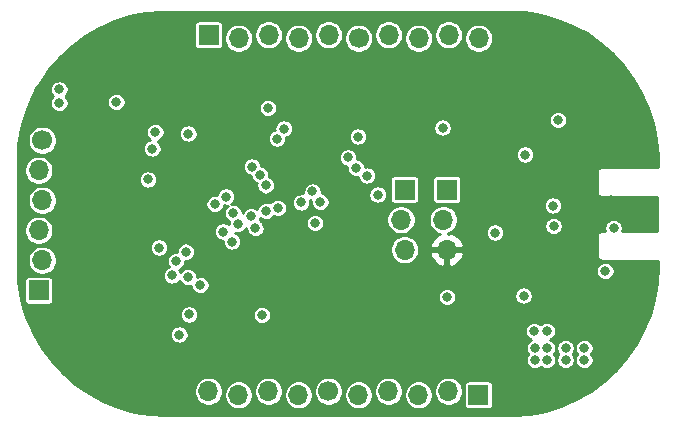
<source format=gbr>
%TF.GenerationSoftware,KiCad,Pcbnew,(5.1.6)-1*%
%TF.CreationDate,2021-01-10T19:41:06-07:00*%
%TF.ProjectId,AltoidsSmall,416c746f-6964-4735-936d-616c6c2e6b69,rev?*%
%TF.SameCoordinates,Original*%
%TF.FileFunction,Copper,L2,Inr*%
%TF.FilePolarity,Positive*%
%FSLAX46Y46*%
G04 Gerber Fmt 4.6, Leading zero omitted, Abs format (unit mm)*
G04 Created by KiCad (PCBNEW (5.1.6)-1) date 2021-01-10 19:41:06*
%MOMM*%
%LPD*%
G01*
G04 APERTURE LIST*
%TA.AperFunction,ViaPad*%
%ADD10C,1.700000*%
%TD*%
%TA.AperFunction,ViaPad*%
%ADD11O,1.700000X1.700000*%
%TD*%
%TA.AperFunction,ViaPad*%
%ADD12R,1.700000X1.700000*%
%TD*%
%TA.AperFunction,ViaPad*%
%ADD13C,0.800000*%
%TD*%
%TA.AperFunction,Conductor*%
%ADD14C,0.254000*%
%TD*%
G04 APERTURE END LIST*
D10*
%TO.N,/DAC/ADC1*%
%TO.C,J5*%
X121500900Y-111312000D03*
D11*
%TO.N,/DAC/ADC0*%
X121196100Y-113852000D03*
D12*
%TO.N,Net-(J5-Pad1)*%
X121196100Y-124012000D03*
D11*
%TO.N,Net-(J5-Pad4)*%
X121500900Y-116392000D03*
%TO.N,Net-(J5-Pad3)*%
X121196100Y-118932000D03*
%TO.N,Net-(J5-Pad2)*%
X121500900Y-121472000D03*
%TD*%
D12*
%TO.N,+3V3*%
%TO.C,J4*%
X155752800Y-115490001D03*
D11*
%TO.N,GND*%
X155752800Y-120570001D03*
%TO.N,/MCU/SWD_TRACE*%
X155448000Y-118030001D03*
%TD*%
D12*
%TO.N,/MCU/SWDIO*%
%TO.C,J3*%
X152172901Y-115490001D03*
D11*
%TO.N,/MCU/~RST*%
X152172901Y-120570001D03*
%TO.N,/MCU/SWCLK*%
X151868101Y-118030001D03*
%TD*%
%TO.N,Net-(J2-Pad10)*%
%TO.C,J2*%
X135569000Y-132562600D03*
%TO.N,Net-(J2-Pad7)*%
X143189000Y-132867400D03*
%TO.N,Net-(J2-Pad8)*%
X140649000Y-132562600D03*
%TO.N,Net-(J2-Pad9)*%
X138109000Y-132867400D03*
D10*
%TO.N,Net-(J2-Pad6)*%
X145729000Y-132562600D03*
D11*
%TO.N,Net-(J2-Pad5)*%
X148269000Y-132867400D03*
D12*
%TO.N,Net-(J2-Pad1)*%
X158429000Y-132867400D03*
D11*
%TO.N,Net-(J2-Pad4)*%
X150809000Y-132562600D03*
%TO.N,Net-(J2-Pad3)*%
X153349000Y-132867400D03*
%TO.N,Net-(J2-Pad2)*%
X155889000Y-132562600D03*
%TD*%
%TO.N,Net-(J1-Pad10)*%
%TO.C,J1*%
X158432500Y-102679500D03*
%TO.N,Net-(J1-Pad7)*%
X150812500Y-102374700D03*
%TO.N,Net-(J1-Pad8)*%
X153352500Y-102679500D03*
%TO.N,Net-(J1-Pad9)*%
X155892500Y-102374700D03*
D10*
%TO.N,Net-(J1-Pad6)*%
X148272500Y-102679500D03*
D11*
%TO.N,/DAC/SDA*%
X145732500Y-102374700D03*
D12*
%TO.N,Net-(J1-Pad1)*%
X135572500Y-102374700D03*
D11*
%TO.N,/DAC/SCL*%
X143192500Y-102679500D03*
%TO.N,Net-(J1-Pad3)*%
X140652500Y-102374700D03*
%TO.N,Net-(J1-Pad2)*%
X138112500Y-102679500D03*
%TD*%
D13*
%TO.N,GND*%
X143510000Y-127254000D03*
X144462500Y-127254000D03*
X124968000Y-123698000D03*
X136398000Y-109855000D03*
X130492500Y-118999000D03*
X131635500Y-118999000D03*
X132969000Y-116332000D03*
X165481000Y-124460000D03*
X159893000Y-110426500D03*
X160972500Y-110363000D03*
X167576500Y-113347500D03*
X167640000Y-111252000D03*
X167640000Y-112204500D03*
X164338000Y-120205500D03*
X166116000Y-121920000D03*
X164338000Y-121920000D03*
X159131000Y-115125500D03*
X169608500Y-116395500D03*
X157861000Y-125730000D03*
X158940500Y-125730000D03*
X159956500Y-125730000D03*
X161099500Y-125666500D03*
X155067000Y-128905000D03*
X155067000Y-127889000D03*
X140522036Y-118486272D03*
X141160500Y-124142500D03*
X142303507Y-120786326D03*
X142049500Y-122491500D03*
%TO.N,+3V3*%
X127762000Y-108077000D03*
X130429000Y-114617500D03*
X140589000Y-108585000D03*
X140081000Y-126111000D03*
X165163500Y-109601000D03*
X167386000Y-129921000D03*
X167386000Y-128905000D03*
X165798500Y-129921000D03*
X165798500Y-128905000D03*
X164211000Y-129921000D03*
X163195000Y-129921000D03*
X164211000Y-128905000D03*
X163195000Y-128905000D03*
X164211000Y-127444500D03*
X163131500Y-127444500D03*
X159829500Y-119126000D03*
X155384500Y-110236000D03*
X162242500Y-124460000D03*
%TO.N,VDDA*%
X122936000Y-108140500D03*
%TO.N,+3V3*%
X133096000Y-127762000D03*
X144589500Y-118300500D03*
%TO.N,Net-(R4-Pad1)*%
X133908423Y-126053422D03*
X133809869Y-122887869D03*
%TO.N,Net-(J1-Pad10)*%
X140409248Y-115117032D03*
%TO.N,Net-(J1-Pad7)*%
X141365904Y-111159334D03*
%TO.N,Net-(J1-Pad8)*%
X139230281Y-113531104D03*
%TO.N,Net-(J1-Pad9)*%
X139943421Y-114232143D03*
%TO.N,Net-(J1-Pad6)*%
X141938193Y-110315193D03*
%TO.N,Net-(J1-Pad1)*%
X133647872Y-120739752D03*
%TO.N,Net-(J1-Pad3)*%
X132461000Y-122745500D03*
%TO.N,Net-(J1-Pad2)*%
X132831183Y-121528183D03*
%TO.N,Net-(J2-Pad10)*%
X131381500Y-120396000D03*
%TO.N,Net-(J2-Pad7)*%
X139548805Y-118716152D03*
%TO.N,Net-(J2-Pad8)*%
X139168797Y-117729000D03*
%TO.N,Net-(J2-Pad9)*%
X138054488Y-118413326D03*
%TO.N,Net-(J2-Pad6)*%
X148209000Y-110998000D03*
%TO.N,Net-(J2-Pad5)*%
X147367443Y-112759943D03*
%TO.N,Net-(J2-Pad4)*%
X148082000Y-113665000D03*
%TO.N,Net-(J2-Pad3)*%
X148971000Y-114300000D03*
%TO.N,Net-(J2-Pad2)*%
X149891611Y-115908050D03*
%TO.N,/MCU/SWDIO*%
X137063800Y-116068460D03*
X144372461Y-115636510D03*
%TO.N,/MCU/SWCLK*%
X136096310Y-116719270D03*
X145037964Y-116506690D03*
%TO.N,/MCU/SWD_TRACE*%
X137668000Y-117475000D03*
X143424259Y-116571880D03*
%TO.N,VBUS*%
X169862500Y-118755000D03*
X169164000Y-122364500D03*
X162369500Y-112522000D03*
%TO.N,/DAC/SDA*%
X134874000Y-123571000D03*
X137541000Y-119888000D03*
%TO.N,/DAC/SCL*%
X136783189Y-119034574D03*
%TO.N,/DAC/ADC1*%
X141423673Y-117027320D03*
%TO.N,/DAC/ADC0*%
X140454799Y-117274925D03*
%TO.N,/DAC/~LDAC*%
X133858000Y-110744000D03*
X131064000Y-110617000D03*
%TO.N,/USB2FTDI/DR-*%
X164719000Y-116840000D03*
X164782500Y-118554500D03*
%TO.N,VDDA*%
X155765500Y-124587000D03*
X122936000Y-106997500D03*
X130810000Y-112014000D03*
%TD*%
D14*
%TO.N,GND*%
G36*
X162381933Y-100482668D02*
G01*
X163747156Y-100709902D01*
X165079216Y-101085582D01*
X166362002Y-101605164D01*
X167580023Y-102262372D01*
X168718574Y-103049273D01*
X169763898Y-103956359D01*
X170703373Y-104972677D01*
X171525640Y-106085937D01*
X172220787Y-107282720D01*
X172780408Y-108548559D01*
X173197740Y-109868146D01*
X173467750Y-111225577D01*
X173587861Y-112612392D01*
X173593968Y-113001128D01*
X173588112Y-113576500D01*
X168866441Y-113576500D01*
X168846500Y-113574536D01*
X168826560Y-113576500D01*
X168826559Y-113576500D01*
X168766910Y-113582375D01*
X168690379Y-113605590D01*
X168619847Y-113643290D01*
X168558026Y-113694026D01*
X168507290Y-113755847D01*
X168469590Y-113826379D01*
X168446375Y-113902910D01*
X168438536Y-113982500D01*
X168440501Y-114002451D01*
X168440500Y-115423059D01*
X168440500Y-115677059D01*
X168438536Y-115697000D01*
X168446375Y-115776590D01*
X168469590Y-115853121D01*
X168507290Y-115923653D01*
X168557614Y-115984972D01*
X168558026Y-115985474D01*
X168619847Y-116036210D01*
X168690379Y-116073910D01*
X168766910Y-116097125D01*
X168846500Y-116104964D01*
X168866440Y-116103000D01*
X173520500Y-116103000D01*
X173520501Y-118974000D01*
X170615239Y-118974000D01*
X170643500Y-118831922D01*
X170643500Y-118678078D01*
X170613487Y-118527191D01*
X170554613Y-118385058D01*
X170469142Y-118257141D01*
X170360359Y-118148358D01*
X170232442Y-118062887D01*
X170090309Y-118004013D01*
X169939422Y-117974000D01*
X169785578Y-117974000D01*
X169634691Y-118004013D01*
X169492558Y-118062887D01*
X169364641Y-118148358D01*
X169255858Y-118257141D01*
X169170387Y-118385058D01*
X169111513Y-118527191D01*
X169081500Y-118678078D01*
X169081500Y-118831922D01*
X169109761Y-118974000D01*
X168866440Y-118974000D01*
X168846500Y-118972036D01*
X168826559Y-118974000D01*
X168766910Y-118979875D01*
X168690379Y-119003090D01*
X168619847Y-119040790D01*
X168558026Y-119091526D01*
X168507290Y-119153347D01*
X168469590Y-119223879D01*
X168446375Y-119300410D01*
X168438536Y-119380000D01*
X168440500Y-119399941D01*
X168440500Y-119614060D01*
X168440501Y-121074549D01*
X168438536Y-121094500D01*
X168446375Y-121174090D01*
X168469590Y-121250621D01*
X168507290Y-121321153D01*
X168558026Y-121382974D01*
X168619847Y-121433710D01*
X168690379Y-121471410D01*
X168766910Y-121494625D01*
X168826559Y-121500500D01*
X168826560Y-121500500D01*
X168846500Y-121502464D01*
X168866441Y-121500500D01*
X173588459Y-121500500D01*
X173593877Y-121991070D01*
X173517332Y-123381933D01*
X173290097Y-124747160D01*
X172914417Y-126079219D01*
X172394836Y-127362002D01*
X171737624Y-128580029D01*
X170950727Y-129718574D01*
X170043641Y-130763898D01*
X169027328Y-131703368D01*
X167914063Y-132525640D01*
X166717276Y-133220789D01*
X165451441Y-133780408D01*
X164131852Y-134197740D01*
X162774424Y-134467750D01*
X161387608Y-134587861D01*
X160996806Y-134594000D01*
X132011171Y-134594000D01*
X130618067Y-134517332D01*
X129252840Y-134290097D01*
X127920781Y-133914417D01*
X126637998Y-133394836D01*
X125419971Y-132737624D01*
X124991309Y-132441357D01*
X134338000Y-132441357D01*
X134338000Y-132683843D01*
X134385307Y-132921669D01*
X134478102Y-133145697D01*
X134612820Y-133347317D01*
X134784283Y-133518780D01*
X134985903Y-133653498D01*
X135209931Y-133746293D01*
X135447757Y-133793600D01*
X135690243Y-133793600D01*
X135928069Y-133746293D01*
X136152097Y-133653498D01*
X136353717Y-133518780D01*
X136525180Y-133347317D01*
X136659898Y-133145697D01*
X136752693Y-132921669D01*
X136787604Y-132746157D01*
X136878000Y-132746157D01*
X136878000Y-132988643D01*
X136925307Y-133226469D01*
X137018102Y-133450497D01*
X137152820Y-133652117D01*
X137324283Y-133823580D01*
X137525903Y-133958298D01*
X137749931Y-134051093D01*
X137987757Y-134098400D01*
X138230243Y-134098400D01*
X138468069Y-134051093D01*
X138692097Y-133958298D01*
X138893717Y-133823580D01*
X139065180Y-133652117D01*
X139199898Y-133450497D01*
X139292693Y-133226469D01*
X139340000Y-132988643D01*
X139340000Y-132746157D01*
X139292693Y-132508331D01*
X139264952Y-132441357D01*
X139418000Y-132441357D01*
X139418000Y-132683843D01*
X139465307Y-132921669D01*
X139558102Y-133145697D01*
X139692820Y-133347317D01*
X139864283Y-133518780D01*
X140065903Y-133653498D01*
X140289931Y-133746293D01*
X140527757Y-133793600D01*
X140770243Y-133793600D01*
X141008069Y-133746293D01*
X141232097Y-133653498D01*
X141433717Y-133518780D01*
X141605180Y-133347317D01*
X141739898Y-133145697D01*
X141832693Y-132921669D01*
X141867604Y-132746157D01*
X141958000Y-132746157D01*
X141958000Y-132988643D01*
X142005307Y-133226469D01*
X142098102Y-133450497D01*
X142232820Y-133652117D01*
X142404283Y-133823580D01*
X142605903Y-133958298D01*
X142829931Y-134051093D01*
X143067757Y-134098400D01*
X143310243Y-134098400D01*
X143548069Y-134051093D01*
X143772097Y-133958298D01*
X143973717Y-133823580D01*
X144145180Y-133652117D01*
X144279898Y-133450497D01*
X144372693Y-133226469D01*
X144420000Y-132988643D01*
X144420000Y-132746157D01*
X144372693Y-132508331D01*
X144344952Y-132441357D01*
X144498000Y-132441357D01*
X144498000Y-132683843D01*
X144545307Y-132921669D01*
X144638102Y-133145697D01*
X144772820Y-133347317D01*
X144944283Y-133518780D01*
X145145903Y-133653498D01*
X145369931Y-133746293D01*
X145607757Y-133793600D01*
X145850243Y-133793600D01*
X146088069Y-133746293D01*
X146312097Y-133653498D01*
X146513717Y-133518780D01*
X146685180Y-133347317D01*
X146819898Y-133145697D01*
X146912693Y-132921669D01*
X146947604Y-132746157D01*
X147038000Y-132746157D01*
X147038000Y-132988643D01*
X147085307Y-133226469D01*
X147178102Y-133450497D01*
X147312820Y-133652117D01*
X147484283Y-133823580D01*
X147685903Y-133958298D01*
X147909931Y-134051093D01*
X148147757Y-134098400D01*
X148390243Y-134098400D01*
X148628069Y-134051093D01*
X148852097Y-133958298D01*
X149053717Y-133823580D01*
X149225180Y-133652117D01*
X149359898Y-133450497D01*
X149452693Y-133226469D01*
X149500000Y-132988643D01*
X149500000Y-132746157D01*
X149452693Y-132508331D01*
X149424952Y-132441357D01*
X149578000Y-132441357D01*
X149578000Y-132683843D01*
X149625307Y-132921669D01*
X149718102Y-133145697D01*
X149852820Y-133347317D01*
X150024283Y-133518780D01*
X150225903Y-133653498D01*
X150449931Y-133746293D01*
X150687757Y-133793600D01*
X150930243Y-133793600D01*
X151168069Y-133746293D01*
X151392097Y-133653498D01*
X151593717Y-133518780D01*
X151765180Y-133347317D01*
X151899898Y-133145697D01*
X151992693Y-132921669D01*
X152027604Y-132746157D01*
X152118000Y-132746157D01*
X152118000Y-132988643D01*
X152165307Y-133226469D01*
X152258102Y-133450497D01*
X152392820Y-133652117D01*
X152564283Y-133823580D01*
X152765903Y-133958298D01*
X152989931Y-134051093D01*
X153227757Y-134098400D01*
X153470243Y-134098400D01*
X153708069Y-134051093D01*
X153932097Y-133958298D01*
X154133717Y-133823580D01*
X154305180Y-133652117D01*
X154439898Y-133450497D01*
X154532693Y-133226469D01*
X154580000Y-132988643D01*
X154580000Y-132746157D01*
X154532693Y-132508331D01*
X154504952Y-132441357D01*
X154658000Y-132441357D01*
X154658000Y-132683843D01*
X154705307Y-132921669D01*
X154798102Y-133145697D01*
X154932820Y-133347317D01*
X155104283Y-133518780D01*
X155305903Y-133653498D01*
X155529931Y-133746293D01*
X155767757Y-133793600D01*
X156010243Y-133793600D01*
X156248069Y-133746293D01*
X156472097Y-133653498D01*
X156673717Y-133518780D01*
X156845180Y-133347317D01*
X156979898Y-133145697D01*
X157072693Y-132921669D01*
X157120000Y-132683843D01*
X157120000Y-132441357D01*
X157072693Y-132203531D01*
X156995596Y-132017400D01*
X157196157Y-132017400D01*
X157196157Y-133717400D01*
X157203513Y-133792089D01*
X157225299Y-133863908D01*
X157260678Y-133930096D01*
X157308289Y-133988111D01*
X157366304Y-134035722D01*
X157432492Y-134071101D01*
X157504311Y-134092887D01*
X157579000Y-134100243D01*
X159279000Y-134100243D01*
X159353689Y-134092887D01*
X159425508Y-134071101D01*
X159491696Y-134035722D01*
X159549711Y-133988111D01*
X159597322Y-133930096D01*
X159632701Y-133863908D01*
X159654487Y-133792089D01*
X159661843Y-133717400D01*
X159661843Y-132017400D01*
X159654487Y-131942711D01*
X159632701Y-131870892D01*
X159597322Y-131804704D01*
X159549711Y-131746689D01*
X159491696Y-131699078D01*
X159425508Y-131663699D01*
X159353689Y-131641913D01*
X159279000Y-131634557D01*
X157579000Y-131634557D01*
X157504311Y-131641913D01*
X157432492Y-131663699D01*
X157366304Y-131699078D01*
X157308289Y-131746689D01*
X157260678Y-131804704D01*
X157225299Y-131870892D01*
X157203513Y-131942711D01*
X157196157Y-132017400D01*
X156995596Y-132017400D01*
X156979898Y-131979503D01*
X156845180Y-131777883D01*
X156673717Y-131606420D01*
X156472097Y-131471702D01*
X156248069Y-131378907D01*
X156010243Y-131331600D01*
X155767757Y-131331600D01*
X155529931Y-131378907D01*
X155305903Y-131471702D01*
X155104283Y-131606420D01*
X154932820Y-131777883D01*
X154798102Y-131979503D01*
X154705307Y-132203531D01*
X154658000Y-132441357D01*
X154504952Y-132441357D01*
X154439898Y-132284303D01*
X154305180Y-132082683D01*
X154133717Y-131911220D01*
X153932097Y-131776502D01*
X153708069Y-131683707D01*
X153470243Y-131636400D01*
X153227757Y-131636400D01*
X152989931Y-131683707D01*
X152765903Y-131776502D01*
X152564283Y-131911220D01*
X152392820Y-132082683D01*
X152258102Y-132284303D01*
X152165307Y-132508331D01*
X152118000Y-132746157D01*
X152027604Y-132746157D01*
X152040000Y-132683843D01*
X152040000Y-132441357D01*
X151992693Y-132203531D01*
X151899898Y-131979503D01*
X151765180Y-131777883D01*
X151593717Y-131606420D01*
X151392097Y-131471702D01*
X151168069Y-131378907D01*
X150930243Y-131331600D01*
X150687757Y-131331600D01*
X150449931Y-131378907D01*
X150225903Y-131471702D01*
X150024283Y-131606420D01*
X149852820Y-131777883D01*
X149718102Y-131979503D01*
X149625307Y-132203531D01*
X149578000Y-132441357D01*
X149424952Y-132441357D01*
X149359898Y-132284303D01*
X149225180Y-132082683D01*
X149053717Y-131911220D01*
X148852097Y-131776502D01*
X148628069Y-131683707D01*
X148390243Y-131636400D01*
X148147757Y-131636400D01*
X147909931Y-131683707D01*
X147685903Y-131776502D01*
X147484283Y-131911220D01*
X147312820Y-132082683D01*
X147178102Y-132284303D01*
X147085307Y-132508331D01*
X147038000Y-132746157D01*
X146947604Y-132746157D01*
X146960000Y-132683843D01*
X146960000Y-132441357D01*
X146912693Y-132203531D01*
X146819898Y-131979503D01*
X146685180Y-131777883D01*
X146513717Y-131606420D01*
X146312097Y-131471702D01*
X146088069Y-131378907D01*
X145850243Y-131331600D01*
X145607757Y-131331600D01*
X145369931Y-131378907D01*
X145145903Y-131471702D01*
X144944283Y-131606420D01*
X144772820Y-131777883D01*
X144638102Y-131979503D01*
X144545307Y-132203531D01*
X144498000Y-132441357D01*
X144344952Y-132441357D01*
X144279898Y-132284303D01*
X144145180Y-132082683D01*
X143973717Y-131911220D01*
X143772097Y-131776502D01*
X143548069Y-131683707D01*
X143310243Y-131636400D01*
X143067757Y-131636400D01*
X142829931Y-131683707D01*
X142605903Y-131776502D01*
X142404283Y-131911220D01*
X142232820Y-132082683D01*
X142098102Y-132284303D01*
X142005307Y-132508331D01*
X141958000Y-132746157D01*
X141867604Y-132746157D01*
X141880000Y-132683843D01*
X141880000Y-132441357D01*
X141832693Y-132203531D01*
X141739898Y-131979503D01*
X141605180Y-131777883D01*
X141433717Y-131606420D01*
X141232097Y-131471702D01*
X141008069Y-131378907D01*
X140770243Y-131331600D01*
X140527757Y-131331600D01*
X140289931Y-131378907D01*
X140065903Y-131471702D01*
X139864283Y-131606420D01*
X139692820Y-131777883D01*
X139558102Y-131979503D01*
X139465307Y-132203531D01*
X139418000Y-132441357D01*
X139264952Y-132441357D01*
X139199898Y-132284303D01*
X139065180Y-132082683D01*
X138893717Y-131911220D01*
X138692097Y-131776502D01*
X138468069Y-131683707D01*
X138230243Y-131636400D01*
X137987757Y-131636400D01*
X137749931Y-131683707D01*
X137525903Y-131776502D01*
X137324283Y-131911220D01*
X137152820Y-132082683D01*
X137018102Y-132284303D01*
X136925307Y-132508331D01*
X136878000Y-132746157D01*
X136787604Y-132746157D01*
X136800000Y-132683843D01*
X136800000Y-132441357D01*
X136752693Y-132203531D01*
X136659898Y-131979503D01*
X136525180Y-131777883D01*
X136353717Y-131606420D01*
X136152097Y-131471702D01*
X135928069Y-131378907D01*
X135690243Y-131331600D01*
X135447757Y-131331600D01*
X135209931Y-131378907D01*
X134985903Y-131471702D01*
X134784283Y-131606420D01*
X134612820Y-131777883D01*
X134478102Y-131979503D01*
X134385307Y-132203531D01*
X134338000Y-132441357D01*
X124991309Y-132441357D01*
X124281426Y-131950727D01*
X123236102Y-131043641D01*
X122296632Y-130027328D01*
X121474360Y-128914063D01*
X120779211Y-127717276D01*
X120764977Y-127685078D01*
X132315000Y-127685078D01*
X132315000Y-127838922D01*
X132345013Y-127989809D01*
X132403887Y-128131942D01*
X132489358Y-128259859D01*
X132598141Y-128368642D01*
X132726058Y-128454113D01*
X132868191Y-128512987D01*
X133019078Y-128543000D01*
X133172922Y-128543000D01*
X133323809Y-128512987D01*
X133465942Y-128454113D01*
X133593859Y-128368642D01*
X133702642Y-128259859D01*
X133788113Y-128131942D01*
X133846987Y-127989809D01*
X133877000Y-127838922D01*
X133877000Y-127685078D01*
X133846987Y-127534191D01*
X133788113Y-127392058D01*
X133771757Y-127367578D01*
X162350500Y-127367578D01*
X162350500Y-127521422D01*
X162380513Y-127672309D01*
X162439387Y-127814442D01*
X162524858Y-127942359D01*
X162633641Y-128051142D01*
X162761558Y-128136613D01*
X162885378Y-128187901D01*
X162825058Y-128212887D01*
X162697141Y-128298358D01*
X162588358Y-128407141D01*
X162502887Y-128535058D01*
X162444013Y-128677191D01*
X162414000Y-128828078D01*
X162414000Y-128981922D01*
X162444013Y-129132809D01*
X162502887Y-129274942D01*
X162588358Y-129402859D01*
X162598499Y-129413000D01*
X162588358Y-129423141D01*
X162502887Y-129551058D01*
X162444013Y-129693191D01*
X162414000Y-129844078D01*
X162414000Y-129997922D01*
X162444013Y-130148809D01*
X162502887Y-130290942D01*
X162588358Y-130418859D01*
X162697141Y-130527642D01*
X162825058Y-130613113D01*
X162967191Y-130671987D01*
X163118078Y-130702000D01*
X163271922Y-130702000D01*
X163422809Y-130671987D01*
X163564942Y-130613113D01*
X163692859Y-130527642D01*
X163703000Y-130517501D01*
X163713141Y-130527642D01*
X163841058Y-130613113D01*
X163983191Y-130671987D01*
X164134078Y-130702000D01*
X164287922Y-130702000D01*
X164438809Y-130671987D01*
X164580942Y-130613113D01*
X164708859Y-130527642D01*
X164817642Y-130418859D01*
X164903113Y-130290942D01*
X164961987Y-130148809D01*
X164992000Y-129997922D01*
X164992000Y-129844078D01*
X164961987Y-129693191D01*
X164903113Y-129551058D01*
X164817642Y-129423141D01*
X164807501Y-129413000D01*
X164817642Y-129402859D01*
X164903113Y-129274942D01*
X164961987Y-129132809D01*
X164992000Y-128981922D01*
X164992000Y-128828078D01*
X165017500Y-128828078D01*
X165017500Y-128981922D01*
X165047513Y-129132809D01*
X165106387Y-129274942D01*
X165191858Y-129402859D01*
X165201999Y-129413000D01*
X165191858Y-129423141D01*
X165106387Y-129551058D01*
X165047513Y-129693191D01*
X165017500Y-129844078D01*
X165017500Y-129997922D01*
X165047513Y-130148809D01*
X165106387Y-130290942D01*
X165191858Y-130418859D01*
X165300641Y-130527642D01*
X165428558Y-130613113D01*
X165570691Y-130671987D01*
X165721578Y-130702000D01*
X165875422Y-130702000D01*
X166026309Y-130671987D01*
X166168442Y-130613113D01*
X166296359Y-130527642D01*
X166405142Y-130418859D01*
X166490613Y-130290942D01*
X166549487Y-130148809D01*
X166579500Y-129997922D01*
X166579500Y-129844078D01*
X166549487Y-129693191D01*
X166490613Y-129551058D01*
X166405142Y-129423141D01*
X166395001Y-129413000D01*
X166405142Y-129402859D01*
X166490613Y-129274942D01*
X166549487Y-129132809D01*
X166579500Y-128981922D01*
X166579500Y-128828078D01*
X166605000Y-128828078D01*
X166605000Y-128981922D01*
X166635013Y-129132809D01*
X166693887Y-129274942D01*
X166779358Y-129402859D01*
X166789499Y-129413000D01*
X166779358Y-129423141D01*
X166693887Y-129551058D01*
X166635013Y-129693191D01*
X166605000Y-129844078D01*
X166605000Y-129997922D01*
X166635013Y-130148809D01*
X166693887Y-130290942D01*
X166779358Y-130418859D01*
X166888141Y-130527642D01*
X167016058Y-130613113D01*
X167158191Y-130671987D01*
X167309078Y-130702000D01*
X167462922Y-130702000D01*
X167613809Y-130671987D01*
X167755942Y-130613113D01*
X167883859Y-130527642D01*
X167992642Y-130418859D01*
X168078113Y-130290942D01*
X168136987Y-130148809D01*
X168167000Y-129997922D01*
X168167000Y-129844078D01*
X168136987Y-129693191D01*
X168078113Y-129551058D01*
X167992642Y-129423141D01*
X167982501Y-129413000D01*
X167992642Y-129402859D01*
X168078113Y-129274942D01*
X168136987Y-129132809D01*
X168167000Y-128981922D01*
X168167000Y-128828078D01*
X168136987Y-128677191D01*
X168078113Y-128535058D01*
X167992642Y-128407141D01*
X167883859Y-128298358D01*
X167755942Y-128212887D01*
X167613809Y-128154013D01*
X167462922Y-128124000D01*
X167309078Y-128124000D01*
X167158191Y-128154013D01*
X167016058Y-128212887D01*
X166888141Y-128298358D01*
X166779358Y-128407141D01*
X166693887Y-128535058D01*
X166635013Y-128677191D01*
X166605000Y-128828078D01*
X166579500Y-128828078D01*
X166549487Y-128677191D01*
X166490613Y-128535058D01*
X166405142Y-128407141D01*
X166296359Y-128298358D01*
X166168442Y-128212887D01*
X166026309Y-128154013D01*
X165875422Y-128124000D01*
X165721578Y-128124000D01*
X165570691Y-128154013D01*
X165428558Y-128212887D01*
X165300641Y-128298358D01*
X165191858Y-128407141D01*
X165106387Y-128535058D01*
X165047513Y-128677191D01*
X165017500Y-128828078D01*
X164992000Y-128828078D01*
X164961987Y-128677191D01*
X164903113Y-128535058D01*
X164817642Y-128407141D01*
X164708859Y-128298358D01*
X164580942Y-128212887D01*
X164488872Y-128174750D01*
X164580942Y-128136613D01*
X164708859Y-128051142D01*
X164817642Y-127942359D01*
X164903113Y-127814442D01*
X164961987Y-127672309D01*
X164992000Y-127521422D01*
X164992000Y-127367578D01*
X164961987Y-127216691D01*
X164903113Y-127074558D01*
X164817642Y-126946641D01*
X164708859Y-126837858D01*
X164580942Y-126752387D01*
X164438809Y-126693513D01*
X164287922Y-126663500D01*
X164134078Y-126663500D01*
X163983191Y-126693513D01*
X163841058Y-126752387D01*
X163713141Y-126837858D01*
X163671250Y-126879749D01*
X163629359Y-126837858D01*
X163501442Y-126752387D01*
X163359309Y-126693513D01*
X163208422Y-126663500D01*
X163054578Y-126663500D01*
X162903691Y-126693513D01*
X162761558Y-126752387D01*
X162633641Y-126837858D01*
X162524858Y-126946641D01*
X162439387Y-127074558D01*
X162380513Y-127216691D01*
X162350500Y-127367578D01*
X133771757Y-127367578D01*
X133702642Y-127264141D01*
X133593859Y-127155358D01*
X133465942Y-127069887D01*
X133323809Y-127011013D01*
X133172922Y-126981000D01*
X133019078Y-126981000D01*
X132868191Y-127011013D01*
X132726058Y-127069887D01*
X132598141Y-127155358D01*
X132489358Y-127264141D01*
X132403887Y-127392058D01*
X132345013Y-127534191D01*
X132315000Y-127685078D01*
X120764977Y-127685078D01*
X120219592Y-126451441D01*
X120069388Y-125976500D01*
X133127423Y-125976500D01*
X133127423Y-126130344D01*
X133157436Y-126281231D01*
X133216310Y-126423364D01*
X133301781Y-126551281D01*
X133410564Y-126660064D01*
X133538481Y-126745535D01*
X133680614Y-126804409D01*
X133831501Y-126834422D01*
X133985345Y-126834422D01*
X134136232Y-126804409D01*
X134278365Y-126745535D01*
X134406282Y-126660064D01*
X134515065Y-126551281D01*
X134600536Y-126423364D01*
X134659410Y-126281231D01*
X134689423Y-126130344D01*
X134689423Y-126034078D01*
X139300000Y-126034078D01*
X139300000Y-126187922D01*
X139330013Y-126338809D01*
X139388887Y-126480942D01*
X139474358Y-126608859D01*
X139583141Y-126717642D01*
X139711058Y-126803113D01*
X139853191Y-126861987D01*
X140004078Y-126892000D01*
X140157922Y-126892000D01*
X140308809Y-126861987D01*
X140450942Y-126803113D01*
X140578859Y-126717642D01*
X140687642Y-126608859D01*
X140773113Y-126480942D01*
X140831987Y-126338809D01*
X140862000Y-126187922D01*
X140862000Y-126034078D01*
X140831987Y-125883191D01*
X140773113Y-125741058D01*
X140687642Y-125613141D01*
X140578859Y-125504358D01*
X140450942Y-125418887D01*
X140308809Y-125360013D01*
X140157922Y-125330000D01*
X140004078Y-125330000D01*
X139853191Y-125360013D01*
X139711058Y-125418887D01*
X139583141Y-125504358D01*
X139474358Y-125613141D01*
X139388887Y-125741058D01*
X139330013Y-125883191D01*
X139300000Y-126034078D01*
X134689423Y-126034078D01*
X134689423Y-125976500D01*
X134659410Y-125825613D01*
X134600536Y-125683480D01*
X134515065Y-125555563D01*
X134406282Y-125446780D01*
X134278365Y-125361309D01*
X134136232Y-125302435D01*
X133985345Y-125272422D01*
X133831501Y-125272422D01*
X133680614Y-125302435D01*
X133538481Y-125361309D01*
X133410564Y-125446780D01*
X133301781Y-125555563D01*
X133216310Y-125683480D01*
X133157436Y-125825613D01*
X133127423Y-125976500D01*
X120069388Y-125976500D01*
X119802260Y-125131852D01*
X119532250Y-123774424D01*
X119479209Y-123162000D01*
X119963257Y-123162000D01*
X119963257Y-124862000D01*
X119970613Y-124936689D01*
X119992399Y-125008508D01*
X120027778Y-125074696D01*
X120075389Y-125132711D01*
X120133404Y-125180322D01*
X120199592Y-125215701D01*
X120271411Y-125237487D01*
X120346100Y-125244843D01*
X122046100Y-125244843D01*
X122120789Y-125237487D01*
X122192608Y-125215701D01*
X122258796Y-125180322D01*
X122316811Y-125132711D01*
X122364422Y-125074696D01*
X122399801Y-125008508D01*
X122421587Y-124936689D01*
X122428943Y-124862000D01*
X122428943Y-124510078D01*
X154984500Y-124510078D01*
X154984500Y-124663922D01*
X155014513Y-124814809D01*
X155073387Y-124956942D01*
X155158858Y-125084859D01*
X155267641Y-125193642D01*
X155395558Y-125279113D01*
X155537691Y-125337987D01*
X155688578Y-125368000D01*
X155842422Y-125368000D01*
X155993309Y-125337987D01*
X156135442Y-125279113D01*
X156263359Y-125193642D01*
X156372142Y-125084859D01*
X156457613Y-124956942D01*
X156516487Y-124814809D01*
X156546500Y-124663922D01*
X156546500Y-124510078D01*
X156521239Y-124383078D01*
X161461500Y-124383078D01*
X161461500Y-124536922D01*
X161491513Y-124687809D01*
X161550387Y-124829942D01*
X161635858Y-124957859D01*
X161744641Y-125066642D01*
X161872558Y-125152113D01*
X162014691Y-125210987D01*
X162165578Y-125241000D01*
X162319422Y-125241000D01*
X162470309Y-125210987D01*
X162612442Y-125152113D01*
X162740359Y-125066642D01*
X162849142Y-124957859D01*
X162934613Y-124829942D01*
X162993487Y-124687809D01*
X163023500Y-124536922D01*
X163023500Y-124383078D01*
X162993487Y-124232191D01*
X162934613Y-124090058D01*
X162849142Y-123962141D01*
X162740359Y-123853358D01*
X162612442Y-123767887D01*
X162470309Y-123709013D01*
X162319422Y-123679000D01*
X162165578Y-123679000D01*
X162014691Y-123709013D01*
X161872558Y-123767887D01*
X161744641Y-123853358D01*
X161635858Y-123962141D01*
X161550387Y-124090058D01*
X161491513Y-124232191D01*
X161461500Y-124383078D01*
X156521239Y-124383078D01*
X156516487Y-124359191D01*
X156457613Y-124217058D01*
X156372142Y-124089141D01*
X156263359Y-123980358D01*
X156135442Y-123894887D01*
X155993309Y-123836013D01*
X155842422Y-123806000D01*
X155688578Y-123806000D01*
X155537691Y-123836013D01*
X155395558Y-123894887D01*
X155267641Y-123980358D01*
X155158858Y-124089141D01*
X155073387Y-124217058D01*
X155014513Y-124359191D01*
X154984500Y-124510078D01*
X122428943Y-124510078D01*
X122428943Y-123162000D01*
X122421587Y-123087311D01*
X122399801Y-123015492D01*
X122364422Y-122949304D01*
X122316811Y-122891289D01*
X122258796Y-122843678D01*
X122192608Y-122808299D01*
X122120789Y-122786513D01*
X122046100Y-122779157D01*
X120346100Y-122779157D01*
X120271411Y-122786513D01*
X120199592Y-122808299D01*
X120133404Y-122843678D01*
X120075389Y-122891289D01*
X120027778Y-122949304D01*
X119992399Y-123015492D01*
X119970613Y-123087311D01*
X119963257Y-123162000D01*
X119479209Y-123162000D01*
X119412139Y-122387608D01*
X119406000Y-121996806D01*
X119406000Y-121350757D01*
X120269900Y-121350757D01*
X120269900Y-121593243D01*
X120317207Y-121831069D01*
X120410002Y-122055097D01*
X120544720Y-122256717D01*
X120716183Y-122428180D01*
X120917803Y-122562898D01*
X121141831Y-122655693D01*
X121379657Y-122703000D01*
X121622143Y-122703000D01*
X121795192Y-122668578D01*
X131680000Y-122668578D01*
X131680000Y-122822422D01*
X131710013Y-122973309D01*
X131768887Y-123115442D01*
X131854358Y-123243359D01*
X131963141Y-123352142D01*
X132091058Y-123437613D01*
X132233191Y-123496487D01*
X132384078Y-123526500D01*
X132537922Y-123526500D01*
X132688809Y-123496487D01*
X132830942Y-123437613D01*
X132958859Y-123352142D01*
X133067642Y-123243359D01*
X133094883Y-123202590D01*
X133117756Y-123257811D01*
X133203227Y-123385728D01*
X133312010Y-123494511D01*
X133439927Y-123579982D01*
X133582060Y-123638856D01*
X133732947Y-123668869D01*
X133886791Y-123668869D01*
X134037678Y-123638856D01*
X134093000Y-123615941D01*
X134093000Y-123647922D01*
X134123013Y-123798809D01*
X134181887Y-123940942D01*
X134267358Y-124068859D01*
X134376141Y-124177642D01*
X134504058Y-124263113D01*
X134646191Y-124321987D01*
X134797078Y-124352000D01*
X134950922Y-124352000D01*
X135101809Y-124321987D01*
X135243942Y-124263113D01*
X135371859Y-124177642D01*
X135480642Y-124068859D01*
X135566113Y-123940942D01*
X135624987Y-123798809D01*
X135655000Y-123647922D01*
X135655000Y-123494078D01*
X135624987Y-123343191D01*
X135566113Y-123201058D01*
X135480642Y-123073141D01*
X135371859Y-122964358D01*
X135243942Y-122878887D01*
X135101809Y-122820013D01*
X134950922Y-122790000D01*
X134797078Y-122790000D01*
X134646191Y-122820013D01*
X134590869Y-122842928D01*
X134590869Y-122810947D01*
X134560856Y-122660060D01*
X134501982Y-122517927D01*
X134416511Y-122390010D01*
X134314079Y-122287578D01*
X168383000Y-122287578D01*
X168383000Y-122441422D01*
X168413013Y-122592309D01*
X168471887Y-122734442D01*
X168557358Y-122862359D01*
X168666141Y-122971142D01*
X168794058Y-123056613D01*
X168936191Y-123115487D01*
X169087078Y-123145500D01*
X169240922Y-123145500D01*
X169391809Y-123115487D01*
X169533942Y-123056613D01*
X169661859Y-122971142D01*
X169770642Y-122862359D01*
X169856113Y-122734442D01*
X169914987Y-122592309D01*
X169945000Y-122441422D01*
X169945000Y-122287578D01*
X169914987Y-122136691D01*
X169856113Y-121994558D01*
X169770642Y-121866641D01*
X169661859Y-121757858D01*
X169533942Y-121672387D01*
X169391809Y-121613513D01*
X169240922Y-121583500D01*
X169087078Y-121583500D01*
X168936191Y-121613513D01*
X168794058Y-121672387D01*
X168666141Y-121757858D01*
X168557358Y-121866641D01*
X168471887Y-121994558D01*
X168413013Y-122136691D01*
X168383000Y-122287578D01*
X134314079Y-122287578D01*
X134307728Y-122281227D01*
X134179811Y-122195756D01*
X134037678Y-122136882D01*
X133886791Y-122106869D01*
X133732947Y-122106869D01*
X133582060Y-122136882D01*
X133439927Y-122195756D01*
X133312010Y-122281227D01*
X133203227Y-122390010D01*
X133175986Y-122430779D01*
X133153113Y-122375558D01*
X133082267Y-122269529D01*
X133201125Y-122220296D01*
X133329042Y-122134825D01*
X133437825Y-122026042D01*
X133523296Y-121898125D01*
X133582170Y-121755992D01*
X133612183Y-121605105D01*
X133612183Y-121520752D01*
X133724794Y-121520752D01*
X133875681Y-121490739D01*
X134017814Y-121431865D01*
X134145731Y-121346394D01*
X134254514Y-121237611D01*
X134339985Y-121109694D01*
X134398859Y-120967561D01*
X134428872Y-120816674D01*
X134428872Y-120662830D01*
X134398859Y-120511943D01*
X134339985Y-120369810D01*
X134254514Y-120241893D01*
X134145731Y-120133110D01*
X134017814Y-120047639D01*
X133875681Y-119988765D01*
X133724794Y-119958752D01*
X133570950Y-119958752D01*
X133420063Y-119988765D01*
X133277930Y-120047639D01*
X133150013Y-120133110D01*
X133041230Y-120241893D01*
X132955759Y-120369810D01*
X132896885Y-120511943D01*
X132866872Y-120662830D01*
X132866872Y-120747183D01*
X132754261Y-120747183D01*
X132603374Y-120777196D01*
X132461241Y-120836070D01*
X132333324Y-120921541D01*
X132224541Y-121030324D01*
X132139070Y-121158241D01*
X132080196Y-121300374D01*
X132050183Y-121451261D01*
X132050183Y-121605105D01*
X132080196Y-121755992D01*
X132139070Y-121898125D01*
X132209916Y-122004154D01*
X132091058Y-122053387D01*
X131963141Y-122138858D01*
X131854358Y-122247641D01*
X131768887Y-122375558D01*
X131710013Y-122517691D01*
X131680000Y-122668578D01*
X121795192Y-122668578D01*
X121859969Y-122655693D01*
X122083997Y-122562898D01*
X122285617Y-122428180D01*
X122457080Y-122256717D01*
X122591798Y-122055097D01*
X122684593Y-121831069D01*
X122731900Y-121593243D01*
X122731900Y-121350757D01*
X122684593Y-121112931D01*
X122591798Y-120888903D01*
X122457080Y-120687283D01*
X122285617Y-120515820D01*
X122083997Y-120381102D01*
X121934258Y-120319078D01*
X130600500Y-120319078D01*
X130600500Y-120472922D01*
X130630513Y-120623809D01*
X130689387Y-120765942D01*
X130774858Y-120893859D01*
X130883641Y-121002642D01*
X131011558Y-121088113D01*
X131153691Y-121146987D01*
X131304578Y-121177000D01*
X131458422Y-121177000D01*
X131609309Y-121146987D01*
X131751442Y-121088113D01*
X131879359Y-121002642D01*
X131988142Y-120893859D01*
X132073613Y-120765942D01*
X132132487Y-120623809D01*
X132162500Y-120472922D01*
X132162500Y-120319078D01*
X132132487Y-120168191D01*
X132073613Y-120026058D01*
X131988142Y-119898141D01*
X131879359Y-119789358D01*
X131751442Y-119703887D01*
X131609309Y-119645013D01*
X131458422Y-119615000D01*
X131304578Y-119615000D01*
X131153691Y-119645013D01*
X131011558Y-119703887D01*
X130883641Y-119789358D01*
X130774858Y-119898141D01*
X130689387Y-120026058D01*
X130630513Y-120168191D01*
X130600500Y-120319078D01*
X121934258Y-120319078D01*
X121859969Y-120288307D01*
X121622143Y-120241000D01*
X121379657Y-120241000D01*
X121141831Y-120288307D01*
X120917803Y-120381102D01*
X120716183Y-120515820D01*
X120544720Y-120687283D01*
X120410002Y-120888903D01*
X120317207Y-121112931D01*
X120269900Y-121350757D01*
X119406000Y-121350757D01*
X119406000Y-118810757D01*
X119965100Y-118810757D01*
X119965100Y-119053243D01*
X120012407Y-119291069D01*
X120105202Y-119515097D01*
X120239920Y-119716717D01*
X120411383Y-119888180D01*
X120613003Y-120022898D01*
X120837031Y-120115693D01*
X121074857Y-120163000D01*
X121317343Y-120163000D01*
X121555169Y-120115693D01*
X121779197Y-120022898D01*
X121980817Y-119888180D01*
X122152280Y-119716717D01*
X122286998Y-119515097D01*
X122379793Y-119291069D01*
X122427100Y-119053243D01*
X122427100Y-118810757D01*
X122379793Y-118572931D01*
X122286998Y-118348903D01*
X122152280Y-118147283D01*
X121980817Y-117975820D01*
X121779197Y-117841102D01*
X121555169Y-117748307D01*
X121317343Y-117701000D01*
X121074857Y-117701000D01*
X120837031Y-117748307D01*
X120613003Y-117841102D01*
X120411383Y-117975820D01*
X120239920Y-118147283D01*
X120105202Y-118348903D01*
X120012407Y-118572931D01*
X119965100Y-118810757D01*
X119406000Y-118810757D01*
X119406000Y-116270757D01*
X120269900Y-116270757D01*
X120269900Y-116513243D01*
X120317207Y-116751069D01*
X120410002Y-116975097D01*
X120544720Y-117176717D01*
X120716183Y-117348180D01*
X120917803Y-117482898D01*
X121141831Y-117575693D01*
X121379657Y-117623000D01*
X121622143Y-117623000D01*
X121859969Y-117575693D01*
X122083997Y-117482898D01*
X122285617Y-117348180D01*
X122457080Y-117176717D01*
X122591798Y-116975097D01*
X122684593Y-116751069D01*
X122706219Y-116642348D01*
X135315310Y-116642348D01*
X135315310Y-116796192D01*
X135345323Y-116947079D01*
X135404197Y-117089212D01*
X135489668Y-117217129D01*
X135598451Y-117325912D01*
X135726368Y-117411383D01*
X135868501Y-117470257D01*
X136019388Y-117500270D01*
X136173232Y-117500270D01*
X136324119Y-117470257D01*
X136466252Y-117411383D01*
X136594169Y-117325912D01*
X136702952Y-117217129D01*
X136788423Y-117089212D01*
X136847297Y-116947079D01*
X136871288Y-116826468D01*
X136986878Y-116849460D01*
X137140722Y-116849460D01*
X137222883Y-116833117D01*
X137170141Y-116868358D01*
X137061358Y-116977141D01*
X136975887Y-117105058D01*
X136917013Y-117247191D01*
X136887000Y-117398078D01*
X136887000Y-117551922D01*
X136917013Y-117702809D01*
X136975887Y-117844942D01*
X137061358Y-117972859D01*
X137170141Y-118081642D01*
X137298058Y-118167113D01*
X137309211Y-118171733D01*
X137303501Y-118185517D01*
X137273488Y-118336404D01*
X137273488Y-118422881D01*
X137153131Y-118342461D01*
X137010998Y-118283587D01*
X136860111Y-118253574D01*
X136706267Y-118253574D01*
X136555380Y-118283587D01*
X136413247Y-118342461D01*
X136285330Y-118427932D01*
X136176547Y-118536715D01*
X136091076Y-118664632D01*
X136032202Y-118806765D01*
X136002189Y-118957652D01*
X136002189Y-119111496D01*
X136032202Y-119262383D01*
X136091076Y-119404516D01*
X136176547Y-119532433D01*
X136285330Y-119641216D01*
X136413247Y-119726687D01*
X136555380Y-119785561D01*
X136706267Y-119815574D01*
X136760000Y-119815574D01*
X136760000Y-119964922D01*
X136790013Y-120115809D01*
X136848887Y-120257942D01*
X136934358Y-120385859D01*
X137043141Y-120494642D01*
X137171058Y-120580113D01*
X137313191Y-120638987D01*
X137464078Y-120669000D01*
X137617922Y-120669000D01*
X137768809Y-120638987D01*
X137910942Y-120580113D01*
X138038859Y-120494642D01*
X138084743Y-120448758D01*
X150941901Y-120448758D01*
X150941901Y-120691244D01*
X150989208Y-120929070D01*
X151082003Y-121153098D01*
X151216721Y-121354718D01*
X151388184Y-121526181D01*
X151589804Y-121660899D01*
X151813832Y-121753694D01*
X152051658Y-121801001D01*
X152294144Y-121801001D01*
X152531970Y-121753694D01*
X152755998Y-121660899D01*
X152957618Y-121526181D01*
X153129081Y-121354718D01*
X153263799Y-121153098D01*
X153356594Y-120929070D01*
X153357027Y-120926891D01*
X154311324Y-120926891D01*
X154355975Y-121074100D01*
X154481159Y-121336921D01*
X154655212Y-121570270D01*
X154871445Y-121765179D01*
X155121548Y-121914158D01*
X155395909Y-122011482D01*
X155625800Y-121890815D01*
X155625800Y-120697001D01*
X155879800Y-120697001D01*
X155879800Y-121890815D01*
X156109691Y-122011482D01*
X156384052Y-121914158D01*
X156634155Y-121765179D01*
X156850388Y-121570270D01*
X157024441Y-121336921D01*
X157149625Y-121074100D01*
X157194276Y-120926891D01*
X157072955Y-120697001D01*
X155879800Y-120697001D01*
X155625800Y-120697001D01*
X154432645Y-120697001D01*
X154311324Y-120926891D01*
X153357027Y-120926891D01*
X153403901Y-120691244D01*
X153403901Y-120448758D01*
X153356594Y-120210932D01*
X153263799Y-119986904D01*
X153129081Y-119785284D01*
X152957618Y-119613821D01*
X152755998Y-119479103D01*
X152531970Y-119386308D01*
X152294144Y-119339001D01*
X152051658Y-119339001D01*
X151813832Y-119386308D01*
X151589804Y-119479103D01*
X151388184Y-119613821D01*
X151216721Y-119785284D01*
X151082003Y-119986904D01*
X150989208Y-120210932D01*
X150941901Y-120448758D01*
X138084743Y-120448758D01*
X138147642Y-120385859D01*
X138233113Y-120257942D01*
X138291987Y-120115809D01*
X138322000Y-119964922D01*
X138322000Y-119811078D01*
X138291987Y-119660191D01*
X138233113Y-119518058D01*
X138147642Y-119390141D01*
X138038859Y-119281358D01*
X137910942Y-119195887D01*
X137842142Y-119167389D01*
X137977566Y-119194326D01*
X138131410Y-119194326D01*
X138282297Y-119164313D01*
X138424430Y-119105439D01*
X138552347Y-119019968D01*
X138661130Y-118911185D01*
X138746601Y-118783268D01*
X138767805Y-118732078D01*
X138767805Y-118793074D01*
X138797818Y-118943961D01*
X138856692Y-119086094D01*
X138942163Y-119214011D01*
X139050946Y-119322794D01*
X139178863Y-119408265D01*
X139320996Y-119467139D01*
X139471883Y-119497152D01*
X139625727Y-119497152D01*
X139776614Y-119467139D01*
X139918747Y-119408265D01*
X140046664Y-119322794D01*
X140155447Y-119214011D01*
X140240918Y-119086094D01*
X140299792Y-118943961D01*
X140329805Y-118793074D01*
X140329805Y-118639230D01*
X140299792Y-118488343D01*
X140240918Y-118346210D01*
X140158979Y-118223578D01*
X143808500Y-118223578D01*
X143808500Y-118377422D01*
X143838513Y-118528309D01*
X143897387Y-118670442D01*
X143982858Y-118798359D01*
X144091641Y-118907142D01*
X144219558Y-118992613D01*
X144361691Y-119051487D01*
X144512578Y-119081500D01*
X144666422Y-119081500D01*
X144817309Y-119051487D01*
X144959442Y-118992613D01*
X145087359Y-118907142D01*
X145196142Y-118798359D01*
X145281613Y-118670442D01*
X145340487Y-118528309D01*
X145370500Y-118377422D01*
X145370500Y-118223578D01*
X145340487Y-118072691D01*
X145281613Y-117930558D01*
X145267047Y-117908758D01*
X150637101Y-117908758D01*
X150637101Y-118151244D01*
X150684408Y-118389070D01*
X150777203Y-118613098D01*
X150911921Y-118814718D01*
X151083384Y-118986181D01*
X151285004Y-119120899D01*
X151509032Y-119213694D01*
X151746858Y-119261001D01*
X151989344Y-119261001D01*
X152227170Y-119213694D01*
X152451198Y-119120899D01*
X152652818Y-118986181D01*
X152824281Y-118814718D01*
X152958999Y-118613098D01*
X153051794Y-118389070D01*
X153099101Y-118151244D01*
X153099101Y-117908758D01*
X154217000Y-117908758D01*
X154217000Y-118151244D01*
X154264307Y-118389070D01*
X154357102Y-118613098D01*
X154491820Y-118814718D01*
X154663283Y-118986181D01*
X154864903Y-119120899D01*
X155088931Y-119213694D01*
X155131775Y-119222216D01*
X155121548Y-119225844D01*
X154871445Y-119374823D01*
X154655212Y-119569732D01*
X154481159Y-119803081D01*
X154355975Y-120065902D01*
X154311324Y-120213111D01*
X154432645Y-120443001D01*
X155625800Y-120443001D01*
X155625800Y-120423001D01*
X155879800Y-120423001D01*
X155879800Y-120443001D01*
X157072955Y-120443001D01*
X157194276Y-120213111D01*
X157149625Y-120065902D01*
X157024441Y-119803081D01*
X156850388Y-119569732D01*
X156634155Y-119374823D01*
X156384052Y-119225844D01*
X156109691Y-119128520D01*
X155879802Y-119249186D01*
X155879802Y-119183567D01*
X156031097Y-119120899D01*
X156138584Y-119049078D01*
X159048500Y-119049078D01*
X159048500Y-119202922D01*
X159078513Y-119353809D01*
X159137387Y-119495942D01*
X159222858Y-119623859D01*
X159331641Y-119732642D01*
X159459558Y-119818113D01*
X159601691Y-119876987D01*
X159752578Y-119907000D01*
X159906422Y-119907000D01*
X160057309Y-119876987D01*
X160199442Y-119818113D01*
X160327359Y-119732642D01*
X160436142Y-119623859D01*
X160521613Y-119495942D01*
X160580487Y-119353809D01*
X160610500Y-119202922D01*
X160610500Y-119049078D01*
X160580487Y-118898191D01*
X160521613Y-118756058D01*
X160436142Y-118628141D01*
X160327359Y-118519358D01*
X160264831Y-118477578D01*
X164001500Y-118477578D01*
X164001500Y-118631422D01*
X164031513Y-118782309D01*
X164090387Y-118924442D01*
X164175858Y-119052359D01*
X164284641Y-119161142D01*
X164412558Y-119246613D01*
X164554691Y-119305487D01*
X164705578Y-119335500D01*
X164859422Y-119335500D01*
X165010309Y-119305487D01*
X165152442Y-119246613D01*
X165280359Y-119161142D01*
X165389142Y-119052359D01*
X165474613Y-118924442D01*
X165533487Y-118782309D01*
X165563500Y-118631422D01*
X165563500Y-118477578D01*
X165533487Y-118326691D01*
X165474613Y-118184558D01*
X165389142Y-118056641D01*
X165280359Y-117947858D01*
X165152442Y-117862387D01*
X165010309Y-117803513D01*
X164859422Y-117773500D01*
X164705578Y-117773500D01*
X164554691Y-117803513D01*
X164412558Y-117862387D01*
X164284641Y-117947858D01*
X164175858Y-118056641D01*
X164090387Y-118184558D01*
X164031513Y-118326691D01*
X164001500Y-118477578D01*
X160264831Y-118477578D01*
X160199442Y-118433887D01*
X160057309Y-118375013D01*
X159906422Y-118345000D01*
X159752578Y-118345000D01*
X159601691Y-118375013D01*
X159459558Y-118433887D01*
X159331641Y-118519358D01*
X159222858Y-118628141D01*
X159137387Y-118756058D01*
X159078513Y-118898191D01*
X159048500Y-119049078D01*
X156138584Y-119049078D01*
X156232717Y-118986181D01*
X156404180Y-118814718D01*
X156538898Y-118613098D01*
X156631693Y-118389070D01*
X156679000Y-118151244D01*
X156679000Y-117908758D01*
X156631693Y-117670932D01*
X156538898Y-117446904D01*
X156404180Y-117245284D01*
X156232717Y-117073821D01*
X156031097Y-116939103D01*
X155807069Y-116846308D01*
X155569243Y-116799001D01*
X155326757Y-116799001D01*
X155088931Y-116846308D01*
X154864903Y-116939103D01*
X154663283Y-117073821D01*
X154491820Y-117245284D01*
X154357102Y-117446904D01*
X154264307Y-117670932D01*
X154217000Y-117908758D01*
X153099101Y-117908758D01*
X153051794Y-117670932D01*
X152958999Y-117446904D01*
X152824281Y-117245284D01*
X152652818Y-117073821D01*
X152451198Y-116939103D01*
X152227170Y-116846308D01*
X151989344Y-116799001D01*
X151746858Y-116799001D01*
X151509032Y-116846308D01*
X151285004Y-116939103D01*
X151083384Y-117073821D01*
X150911921Y-117245284D01*
X150777203Y-117446904D01*
X150684408Y-117670932D01*
X150637101Y-117908758D01*
X145267047Y-117908758D01*
X145196142Y-117802641D01*
X145087359Y-117693858D01*
X144959442Y-117608387D01*
X144817309Y-117549513D01*
X144666422Y-117519500D01*
X144512578Y-117519500D01*
X144361691Y-117549513D01*
X144219558Y-117608387D01*
X144091641Y-117693858D01*
X143982858Y-117802641D01*
X143897387Y-117930558D01*
X143838513Y-118072691D01*
X143808500Y-118223578D01*
X140158979Y-118223578D01*
X140155447Y-118218293D01*
X140046664Y-118109510D01*
X139918747Y-118024039D01*
X139895863Y-118014560D01*
X139919784Y-117956809D01*
X139938432Y-117863059D01*
X139956940Y-117881567D01*
X140084857Y-117967038D01*
X140226990Y-118025912D01*
X140377877Y-118055925D01*
X140531721Y-118055925D01*
X140682608Y-118025912D01*
X140824741Y-117967038D01*
X140952658Y-117881567D01*
X141061441Y-117772784D01*
X141087690Y-117733499D01*
X141195864Y-117778307D01*
X141346751Y-117808320D01*
X141500595Y-117808320D01*
X141651482Y-117778307D01*
X141793615Y-117719433D01*
X141921532Y-117633962D01*
X142030315Y-117525179D01*
X142115786Y-117397262D01*
X142174660Y-117255129D01*
X142204673Y-117104242D01*
X142204673Y-116950398D01*
X142174660Y-116799511D01*
X142115786Y-116657378D01*
X142030315Y-116529461D01*
X141995812Y-116494958D01*
X142643259Y-116494958D01*
X142643259Y-116648802D01*
X142673272Y-116799689D01*
X142732146Y-116941822D01*
X142817617Y-117069739D01*
X142926400Y-117178522D01*
X143054317Y-117263993D01*
X143196450Y-117322867D01*
X143347337Y-117352880D01*
X143501181Y-117352880D01*
X143652068Y-117322867D01*
X143794201Y-117263993D01*
X143922118Y-117178522D01*
X144030901Y-117069739D01*
X144116372Y-116941822D01*
X144175246Y-116799689D01*
X144205259Y-116648802D01*
X144205259Y-116494958D01*
X144185500Y-116395622D01*
X144260778Y-116410596D01*
X144256964Y-116429768D01*
X144256964Y-116583612D01*
X144286977Y-116734499D01*
X144345851Y-116876632D01*
X144431322Y-117004549D01*
X144540105Y-117113332D01*
X144668022Y-117198803D01*
X144810155Y-117257677D01*
X144961042Y-117287690D01*
X145114886Y-117287690D01*
X145265773Y-117257677D01*
X145407906Y-117198803D01*
X145535823Y-117113332D01*
X145644606Y-117004549D01*
X145730077Y-116876632D01*
X145777113Y-116763078D01*
X163938000Y-116763078D01*
X163938000Y-116916922D01*
X163968013Y-117067809D01*
X164026887Y-117209942D01*
X164112358Y-117337859D01*
X164221141Y-117446642D01*
X164349058Y-117532113D01*
X164491191Y-117590987D01*
X164642078Y-117621000D01*
X164795922Y-117621000D01*
X164946809Y-117590987D01*
X165088942Y-117532113D01*
X165216859Y-117446642D01*
X165325642Y-117337859D01*
X165411113Y-117209942D01*
X165469987Y-117067809D01*
X165500000Y-116916922D01*
X165500000Y-116763078D01*
X165469987Y-116612191D01*
X165411113Y-116470058D01*
X165325642Y-116342141D01*
X165216859Y-116233358D01*
X165088942Y-116147887D01*
X164946809Y-116089013D01*
X164795922Y-116059000D01*
X164642078Y-116059000D01*
X164491191Y-116089013D01*
X164349058Y-116147887D01*
X164221141Y-116233358D01*
X164112358Y-116342141D01*
X164026887Y-116470058D01*
X163968013Y-116612191D01*
X163938000Y-116763078D01*
X145777113Y-116763078D01*
X145788951Y-116734499D01*
X145818964Y-116583612D01*
X145818964Y-116429768D01*
X145788951Y-116278881D01*
X145730077Y-116136748D01*
X145644606Y-116008831D01*
X145535823Y-115900048D01*
X145432677Y-115831128D01*
X149110611Y-115831128D01*
X149110611Y-115984972D01*
X149140624Y-116135859D01*
X149199498Y-116277992D01*
X149284969Y-116405909D01*
X149393752Y-116514692D01*
X149521669Y-116600163D01*
X149663802Y-116659037D01*
X149814689Y-116689050D01*
X149968533Y-116689050D01*
X150119420Y-116659037D01*
X150261553Y-116600163D01*
X150389470Y-116514692D01*
X150498253Y-116405909D01*
X150583724Y-116277992D01*
X150642598Y-116135859D01*
X150672611Y-115984972D01*
X150672611Y-115831128D01*
X150642598Y-115680241D01*
X150583724Y-115538108D01*
X150498253Y-115410191D01*
X150389470Y-115301408D01*
X150261553Y-115215937D01*
X150119420Y-115157063D01*
X149968533Y-115127050D01*
X149814689Y-115127050D01*
X149663802Y-115157063D01*
X149521669Y-115215937D01*
X149393752Y-115301408D01*
X149284969Y-115410191D01*
X149199498Y-115538108D01*
X149140624Y-115680241D01*
X149110611Y-115831128D01*
X145432677Y-115831128D01*
X145407906Y-115814577D01*
X145265773Y-115755703D01*
X145149647Y-115732604D01*
X145153461Y-115713432D01*
X145153461Y-115559588D01*
X145123448Y-115408701D01*
X145064574Y-115266568D01*
X144979103Y-115138651D01*
X144870320Y-115029868D01*
X144742403Y-114944397D01*
X144600270Y-114885523D01*
X144449383Y-114855510D01*
X144295539Y-114855510D01*
X144144652Y-114885523D01*
X144002519Y-114944397D01*
X143874602Y-115029868D01*
X143765819Y-115138651D01*
X143680348Y-115266568D01*
X143621474Y-115408701D01*
X143591461Y-115559588D01*
X143591461Y-115713432D01*
X143611220Y-115812768D01*
X143501181Y-115790880D01*
X143347337Y-115790880D01*
X143196450Y-115820893D01*
X143054317Y-115879767D01*
X142926400Y-115965238D01*
X142817617Y-116074021D01*
X142732146Y-116201938D01*
X142673272Y-116344071D01*
X142643259Y-116494958D01*
X141995812Y-116494958D01*
X141921532Y-116420678D01*
X141793615Y-116335207D01*
X141651482Y-116276333D01*
X141500595Y-116246320D01*
X141346751Y-116246320D01*
X141195864Y-116276333D01*
X141053731Y-116335207D01*
X140925814Y-116420678D01*
X140817031Y-116529461D01*
X140790782Y-116568746D01*
X140682608Y-116523938D01*
X140531721Y-116493925D01*
X140377877Y-116493925D01*
X140226990Y-116523938D01*
X140084857Y-116582812D01*
X139956940Y-116668283D01*
X139848157Y-116777066D01*
X139762686Y-116904983D01*
X139703812Y-117047116D01*
X139685164Y-117140866D01*
X139666656Y-117122358D01*
X139538739Y-117036887D01*
X139396606Y-116978013D01*
X139245719Y-116948000D01*
X139091875Y-116948000D01*
X138940988Y-116978013D01*
X138798855Y-117036887D01*
X138670938Y-117122358D01*
X138562155Y-117231141D01*
X138476684Y-117359058D01*
X138449000Y-117425892D01*
X138449000Y-117398078D01*
X138418987Y-117247191D01*
X138360113Y-117105058D01*
X138274642Y-116977141D01*
X138165859Y-116868358D01*
X138037942Y-116782887D01*
X137895809Y-116724013D01*
X137744922Y-116694000D01*
X137591078Y-116694000D01*
X137508917Y-116710343D01*
X137561659Y-116675102D01*
X137670442Y-116566319D01*
X137755913Y-116438402D01*
X137814787Y-116296269D01*
X137844800Y-116145382D01*
X137844800Y-115991538D01*
X137814787Y-115840651D01*
X137755913Y-115698518D01*
X137670442Y-115570601D01*
X137561659Y-115461818D01*
X137433742Y-115376347D01*
X137291609Y-115317473D01*
X137140722Y-115287460D01*
X136986878Y-115287460D01*
X136835991Y-115317473D01*
X136693858Y-115376347D01*
X136565941Y-115461818D01*
X136457158Y-115570601D01*
X136371687Y-115698518D01*
X136312813Y-115840651D01*
X136288822Y-115961262D01*
X136173232Y-115938270D01*
X136019388Y-115938270D01*
X135868501Y-115968283D01*
X135726368Y-116027157D01*
X135598451Y-116112628D01*
X135489668Y-116221411D01*
X135404197Y-116349328D01*
X135345323Y-116491461D01*
X135315310Y-116642348D01*
X122706219Y-116642348D01*
X122731900Y-116513243D01*
X122731900Y-116270757D01*
X122684593Y-116032931D01*
X122591798Y-115808903D01*
X122457080Y-115607283D01*
X122285617Y-115435820D01*
X122083997Y-115301102D01*
X121859969Y-115208307D01*
X121622143Y-115161000D01*
X121379657Y-115161000D01*
X121141831Y-115208307D01*
X120917803Y-115301102D01*
X120716183Y-115435820D01*
X120544720Y-115607283D01*
X120410002Y-115808903D01*
X120317207Y-116032931D01*
X120269900Y-116270757D01*
X119406000Y-116270757D01*
X119406000Y-113730757D01*
X119965100Y-113730757D01*
X119965100Y-113973243D01*
X120012407Y-114211069D01*
X120105202Y-114435097D01*
X120239920Y-114636717D01*
X120411383Y-114808180D01*
X120613003Y-114942898D01*
X120837031Y-115035693D01*
X121074857Y-115083000D01*
X121317343Y-115083000D01*
X121555169Y-115035693D01*
X121779197Y-114942898D01*
X121980817Y-114808180D01*
X122152280Y-114636717D01*
X122216517Y-114540578D01*
X129648000Y-114540578D01*
X129648000Y-114694422D01*
X129678013Y-114845309D01*
X129736887Y-114987442D01*
X129822358Y-115115359D01*
X129931141Y-115224142D01*
X130059058Y-115309613D01*
X130201191Y-115368487D01*
X130352078Y-115398500D01*
X130505922Y-115398500D01*
X130656809Y-115368487D01*
X130798942Y-115309613D01*
X130926859Y-115224142D01*
X131035642Y-115115359D01*
X131121113Y-114987442D01*
X131179987Y-114845309D01*
X131210000Y-114694422D01*
X131210000Y-114540578D01*
X131179987Y-114389691D01*
X131121113Y-114247558D01*
X131035642Y-114119641D01*
X130926859Y-114010858D01*
X130798942Y-113925387D01*
X130656809Y-113866513D01*
X130505922Y-113836500D01*
X130352078Y-113836500D01*
X130201191Y-113866513D01*
X130059058Y-113925387D01*
X129931141Y-114010858D01*
X129822358Y-114119641D01*
X129736887Y-114247558D01*
X129678013Y-114389691D01*
X129648000Y-114540578D01*
X122216517Y-114540578D01*
X122286998Y-114435097D01*
X122379793Y-114211069D01*
X122427100Y-113973243D01*
X122427100Y-113730757D01*
X122379793Y-113492931D01*
X122363743Y-113454182D01*
X138449281Y-113454182D01*
X138449281Y-113608026D01*
X138479294Y-113758913D01*
X138538168Y-113901046D01*
X138623639Y-114028963D01*
X138732422Y-114137746D01*
X138860339Y-114223217D01*
X139002472Y-114282091D01*
X139153359Y-114312104D01*
X139163025Y-114312104D01*
X139192434Y-114459952D01*
X139251308Y-114602085D01*
X139336779Y-114730002D01*
X139445562Y-114838785D01*
X139573479Y-114924256D01*
X139645369Y-114954034D01*
X139628248Y-115040110D01*
X139628248Y-115193954D01*
X139658261Y-115344841D01*
X139717135Y-115486974D01*
X139802606Y-115614891D01*
X139911389Y-115723674D01*
X140039306Y-115809145D01*
X140181439Y-115868019D01*
X140332326Y-115898032D01*
X140486170Y-115898032D01*
X140637057Y-115868019D01*
X140779190Y-115809145D01*
X140907107Y-115723674D01*
X141015890Y-115614891D01*
X141101361Y-115486974D01*
X141160235Y-115344841D01*
X141190248Y-115193954D01*
X141190248Y-115040110D01*
X141160235Y-114889223D01*
X141101361Y-114747090D01*
X141015890Y-114619173D01*
X140907107Y-114510390D01*
X140779190Y-114424919D01*
X140707300Y-114395141D01*
X140724421Y-114309065D01*
X140724421Y-114155221D01*
X140694408Y-114004334D01*
X140635534Y-113862201D01*
X140550063Y-113734284D01*
X140441280Y-113625501D01*
X140313363Y-113540030D01*
X140171230Y-113481156D01*
X140020343Y-113451143D01*
X140010677Y-113451143D01*
X139981268Y-113303295D01*
X139922394Y-113161162D01*
X139836923Y-113033245D01*
X139728140Y-112924462D01*
X139600223Y-112838991D01*
X139458090Y-112780117D01*
X139307203Y-112750104D01*
X139153359Y-112750104D01*
X139002472Y-112780117D01*
X138860339Y-112838991D01*
X138732422Y-112924462D01*
X138623639Y-113033245D01*
X138538168Y-113161162D01*
X138479294Y-113303295D01*
X138449281Y-113454182D01*
X122363743Y-113454182D01*
X122286998Y-113268903D01*
X122152280Y-113067283D01*
X121980817Y-112895820D01*
X121779197Y-112761102D01*
X121555169Y-112668307D01*
X121317343Y-112621000D01*
X121074857Y-112621000D01*
X120837031Y-112668307D01*
X120613003Y-112761102D01*
X120411383Y-112895820D01*
X120239920Y-113067283D01*
X120105202Y-113268903D01*
X120012407Y-113492931D01*
X119965100Y-113730757D01*
X119406000Y-113730757D01*
X119406000Y-113011171D01*
X119482668Y-111618067D01*
X119553791Y-111190757D01*
X120269900Y-111190757D01*
X120269900Y-111433243D01*
X120317207Y-111671069D01*
X120410002Y-111895097D01*
X120544720Y-112096717D01*
X120716183Y-112268180D01*
X120917803Y-112402898D01*
X121141831Y-112495693D01*
X121379657Y-112543000D01*
X121622143Y-112543000D01*
X121859969Y-112495693D01*
X122083997Y-112402898D01*
X122285617Y-112268180D01*
X122457080Y-112096717D01*
X122563747Y-111937078D01*
X130029000Y-111937078D01*
X130029000Y-112090922D01*
X130059013Y-112241809D01*
X130117887Y-112383942D01*
X130203358Y-112511859D01*
X130312141Y-112620642D01*
X130440058Y-112706113D01*
X130582191Y-112764987D01*
X130733078Y-112795000D01*
X130886922Y-112795000D01*
X131037809Y-112764987D01*
X131179942Y-112706113D01*
X131214501Y-112683021D01*
X146586443Y-112683021D01*
X146586443Y-112836865D01*
X146616456Y-112987752D01*
X146675330Y-113129885D01*
X146760801Y-113257802D01*
X146869584Y-113366585D01*
X146997501Y-113452056D01*
X147139634Y-113510930D01*
X147290521Y-113540943D01*
X147310376Y-113540943D01*
X147301000Y-113588078D01*
X147301000Y-113741922D01*
X147331013Y-113892809D01*
X147389887Y-114034942D01*
X147475358Y-114162859D01*
X147584141Y-114271642D01*
X147712058Y-114357113D01*
X147854191Y-114415987D01*
X148005078Y-114446000D01*
X148158922Y-114446000D01*
X148202035Y-114437424D01*
X148220013Y-114527809D01*
X148278887Y-114669942D01*
X148364358Y-114797859D01*
X148473141Y-114906642D01*
X148601058Y-114992113D01*
X148743191Y-115050987D01*
X148894078Y-115081000D01*
X149047922Y-115081000D01*
X149198809Y-115050987D01*
X149340942Y-114992113D01*
X149468859Y-114906642D01*
X149577642Y-114797859D01*
X149663113Y-114669942D01*
X149675515Y-114640001D01*
X150940058Y-114640001D01*
X150940058Y-116340001D01*
X150947414Y-116414690D01*
X150969200Y-116486509D01*
X151004579Y-116552697D01*
X151052190Y-116610712D01*
X151110205Y-116658323D01*
X151176393Y-116693702D01*
X151248212Y-116715488D01*
X151322901Y-116722844D01*
X153022901Y-116722844D01*
X153097590Y-116715488D01*
X153169409Y-116693702D01*
X153235597Y-116658323D01*
X153293612Y-116610712D01*
X153341223Y-116552697D01*
X153376602Y-116486509D01*
X153398388Y-116414690D01*
X153405744Y-116340001D01*
X153405744Y-114640001D01*
X154519957Y-114640001D01*
X154519957Y-116340001D01*
X154527313Y-116414690D01*
X154549099Y-116486509D01*
X154584478Y-116552697D01*
X154632089Y-116610712D01*
X154690104Y-116658323D01*
X154756292Y-116693702D01*
X154828111Y-116715488D01*
X154902800Y-116722844D01*
X156602800Y-116722844D01*
X156677489Y-116715488D01*
X156749308Y-116693702D01*
X156815496Y-116658323D01*
X156873511Y-116610712D01*
X156921122Y-116552697D01*
X156956501Y-116486509D01*
X156978287Y-116414690D01*
X156985643Y-116340001D01*
X156985643Y-114640001D01*
X156978287Y-114565312D01*
X156956501Y-114493493D01*
X156921122Y-114427305D01*
X156873511Y-114369290D01*
X156815496Y-114321679D01*
X156749308Y-114286300D01*
X156677489Y-114264514D01*
X156602800Y-114257158D01*
X154902800Y-114257158D01*
X154828111Y-114264514D01*
X154756292Y-114286300D01*
X154690104Y-114321679D01*
X154632089Y-114369290D01*
X154584478Y-114427305D01*
X154549099Y-114493493D01*
X154527313Y-114565312D01*
X154519957Y-114640001D01*
X153405744Y-114640001D01*
X153398388Y-114565312D01*
X153376602Y-114493493D01*
X153341223Y-114427305D01*
X153293612Y-114369290D01*
X153235597Y-114321679D01*
X153169409Y-114286300D01*
X153097590Y-114264514D01*
X153022901Y-114257158D01*
X151322901Y-114257158D01*
X151248212Y-114264514D01*
X151176393Y-114286300D01*
X151110205Y-114321679D01*
X151052190Y-114369290D01*
X151004579Y-114427305D01*
X150969200Y-114493493D01*
X150947414Y-114565312D01*
X150940058Y-114640001D01*
X149675515Y-114640001D01*
X149721987Y-114527809D01*
X149752000Y-114376922D01*
X149752000Y-114223078D01*
X149721987Y-114072191D01*
X149663113Y-113930058D01*
X149577642Y-113802141D01*
X149468859Y-113693358D01*
X149340942Y-113607887D01*
X149198809Y-113549013D01*
X149047922Y-113519000D01*
X148894078Y-113519000D01*
X148850965Y-113527576D01*
X148832987Y-113437191D01*
X148774113Y-113295058D01*
X148688642Y-113167141D01*
X148579859Y-113058358D01*
X148451942Y-112972887D01*
X148309809Y-112914013D01*
X148158922Y-112884000D01*
X148139067Y-112884000D01*
X148148443Y-112836865D01*
X148148443Y-112683021D01*
X148118430Y-112532134D01*
X148082370Y-112445078D01*
X161588500Y-112445078D01*
X161588500Y-112598922D01*
X161618513Y-112749809D01*
X161677387Y-112891942D01*
X161762858Y-113019859D01*
X161871641Y-113128642D01*
X161999558Y-113214113D01*
X162141691Y-113272987D01*
X162292578Y-113303000D01*
X162446422Y-113303000D01*
X162597309Y-113272987D01*
X162739442Y-113214113D01*
X162867359Y-113128642D01*
X162976142Y-113019859D01*
X163061613Y-112891942D01*
X163120487Y-112749809D01*
X163150500Y-112598922D01*
X163150500Y-112445078D01*
X163120487Y-112294191D01*
X163061613Y-112152058D01*
X162976142Y-112024141D01*
X162867359Y-111915358D01*
X162739442Y-111829887D01*
X162597309Y-111771013D01*
X162446422Y-111741000D01*
X162292578Y-111741000D01*
X162141691Y-111771013D01*
X161999558Y-111829887D01*
X161871641Y-111915358D01*
X161762858Y-112024141D01*
X161677387Y-112152058D01*
X161618513Y-112294191D01*
X161588500Y-112445078D01*
X148082370Y-112445078D01*
X148059556Y-112390001D01*
X147974085Y-112262084D01*
X147865302Y-112153301D01*
X147737385Y-112067830D01*
X147595252Y-112008956D01*
X147444365Y-111978943D01*
X147290521Y-111978943D01*
X147139634Y-112008956D01*
X146997501Y-112067830D01*
X146869584Y-112153301D01*
X146760801Y-112262084D01*
X146675330Y-112390001D01*
X146616456Y-112532134D01*
X146586443Y-112683021D01*
X131214501Y-112683021D01*
X131307859Y-112620642D01*
X131416642Y-112511859D01*
X131502113Y-112383942D01*
X131560987Y-112241809D01*
X131591000Y-112090922D01*
X131591000Y-111937078D01*
X131560987Y-111786191D01*
X131502113Y-111644058D01*
X131416642Y-111516141D01*
X131307859Y-111407358D01*
X131258771Y-111374559D01*
X131291809Y-111367987D01*
X131433942Y-111309113D01*
X131561859Y-111223642D01*
X131670642Y-111114859D01*
X131756113Y-110986942D01*
X131814987Y-110844809D01*
X131845000Y-110693922D01*
X131845000Y-110667078D01*
X133077000Y-110667078D01*
X133077000Y-110820922D01*
X133107013Y-110971809D01*
X133165887Y-111113942D01*
X133251358Y-111241859D01*
X133360141Y-111350642D01*
X133488058Y-111436113D01*
X133630191Y-111494987D01*
X133781078Y-111525000D01*
X133934922Y-111525000D01*
X134085809Y-111494987D01*
X134227942Y-111436113D01*
X134355859Y-111350642D01*
X134464642Y-111241859D01*
X134550113Y-111113942D01*
X134563173Y-111082412D01*
X140584904Y-111082412D01*
X140584904Y-111236256D01*
X140614917Y-111387143D01*
X140673791Y-111529276D01*
X140759262Y-111657193D01*
X140868045Y-111765976D01*
X140995962Y-111851447D01*
X141138095Y-111910321D01*
X141288982Y-111940334D01*
X141442826Y-111940334D01*
X141593713Y-111910321D01*
X141735846Y-111851447D01*
X141863763Y-111765976D01*
X141972546Y-111657193D01*
X142058017Y-111529276D01*
X142116891Y-111387143D01*
X142146904Y-111236256D01*
X142146904Y-111082412D01*
X142144525Y-111070452D01*
X142166002Y-111066180D01*
X142308135Y-111007306D01*
X142436052Y-110921835D01*
X142436809Y-110921078D01*
X147428000Y-110921078D01*
X147428000Y-111074922D01*
X147458013Y-111225809D01*
X147516887Y-111367942D01*
X147602358Y-111495859D01*
X147711141Y-111604642D01*
X147839058Y-111690113D01*
X147981191Y-111748987D01*
X148132078Y-111779000D01*
X148285922Y-111779000D01*
X148436809Y-111748987D01*
X148578942Y-111690113D01*
X148706859Y-111604642D01*
X148815642Y-111495859D01*
X148901113Y-111367942D01*
X148959987Y-111225809D01*
X148990000Y-111074922D01*
X148990000Y-110921078D01*
X148959987Y-110770191D01*
X148901113Y-110628058D01*
X148815642Y-110500141D01*
X148706859Y-110391358D01*
X148578942Y-110305887D01*
X148436809Y-110247013D01*
X148285922Y-110217000D01*
X148132078Y-110217000D01*
X147981191Y-110247013D01*
X147839058Y-110305887D01*
X147711141Y-110391358D01*
X147602358Y-110500141D01*
X147516887Y-110628058D01*
X147458013Y-110770191D01*
X147428000Y-110921078D01*
X142436809Y-110921078D01*
X142544835Y-110813052D01*
X142630306Y-110685135D01*
X142689180Y-110543002D01*
X142719193Y-110392115D01*
X142719193Y-110238271D01*
X142703441Y-110159078D01*
X154603500Y-110159078D01*
X154603500Y-110312922D01*
X154633513Y-110463809D01*
X154692387Y-110605942D01*
X154777858Y-110733859D01*
X154886641Y-110842642D01*
X155014558Y-110928113D01*
X155156691Y-110986987D01*
X155307578Y-111017000D01*
X155461422Y-111017000D01*
X155612309Y-110986987D01*
X155754442Y-110928113D01*
X155882359Y-110842642D01*
X155991142Y-110733859D01*
X156076613Y-110605942D01*
X156135487Y-110463809D01*
X156165500Y-110312922D01*
X156165500Y-110159078D01*
X156135487Y-110008191D01*
X156076613Y-109866058D01*
X155991142Y-109738141D01*
X155882359Y-109629358D01*
X155754442Y-109543887D01*
X155706620Y-109524078D01*
X164382500Y-109524078D01*
X164382500Y-109677922D01*
X164412513Y-109828809D01*
X164471387Y-109970942D01*
X164556858Y-110098859D01*
X164665641Y-110207642D01*
X164793558Y-110293113D01*
X164935691Y-110351987D01*
X165086578Y-110382000D01*
X165240422Y-110382000D01*
X165391309Y-110351987D01*
X165533442Y-110293113D01*
X165661359Y-110207642D01*
X165770142Y-110098859D01*
X165855613Y-109970942D01*
X165914487Y-109828809D01*
X165944500Y-109677922D01*
X165944500Y-109524078D01*
X165914487Y-109373191D01*
X165855613Y-109231058D01*
X165770142Y-109103141D01*
X165661359Y-108994358D01*
X165533442Y-108908887D01*
X165391309Y-108850013D01*
X165240422Y-108820000D01*
X165086578Y-108820000D01*
X164935691Y-108850013D01*
X164793558Y-108908887D01*
X164665641Y-108994358D01*
X164556858Y-109103141D01*
X164471387Y-109231058D01*
X164412513Y-109373191D01*
X164382500Y-109524078D01*
X155706620Y-109524078D01*
X155612309Y-109485013D01*
X155461422Y-109455000D01*
X155307578Y-109455000D01*
X155156691Y-109485013D01*
X155014558Y-109543887D01*
X154886641Y-109629358D01*
X154777858Y-109738141D01*
X154692387Y-109866058D01*
X154633513Y-110008191D01*
X154603500Y-110159078D01*
X142703441Y-110159078D01*
X142689180Y-110087384D01*
X142630306Y-109945251D01*
X142544835Y-109817334D01*
X142436052Y-109708551D01*
X142308135Y-109623080D01*
X142166002Y-109564206D01*
X142015115Y-109534193D01*
X141861271Y-109534193D01*
X141710384Y-109564206D01*
X141568251Y-109623080D01*
X141440334Y-109708551D01*
X141331551Y-109817334D01*
X141246080Y-109945251D01*
X141187206Y-110087384D01*
X141157193Y-110238271D01*
X141157193Y-110392115D01*
X141159572Y-110404075D01*
X141138095Y-110408347D01*
X140995962Y-110467221D01*
X140868045Y-110552692D01*
X140759262Y-110661475D01*
X140673791Y-110789392D01*
X140614917Y-110931525D01*
X140584904Y-111082412D01*
X134563173Y-111082412D01*
X134608987Y-110971809D01*
X134639000Y-110820922D01*
X134639000Y-110667078D01*
X134608987Y-110516191D01*
X134550113Y-110374058D01*
X134464642Y-110246141D01*
X134355859Y-110137358D01*
X134227942Y-110051887D01*
X134085809Y-109993013D01*
X133934922Y-109963000D01*
X133781078Y-109963000D01*
X133630191Y-109993013D01*
X133488058Y-110051887D01*
X133360141Y-110137358D01*
X133251358Y-110246141D01*
X133165887Y-110374058D01*
X133107013Y-110516191D01*
X133077000Y-110667078D01*
X131845000Y-110667078D01*
X131845000Y-110540078D01*
X131814987Y-110389191D01*
X131756113Y-110247058D01*
X131670642Y-110119141D01*
X131561859Y-110010358D01*
X131433942Y-109924887D01*
X131291809Y-109866013D01*
X131140922Y-109836000D01*
X130987078Y-109836000D01*
X130836191Y-109866013D01*
X130694058Y-109924887D01*
X130566141Y-110010358D01*
X130457358Y-110119141D01*
X130371887Y-110247058D01*
X130313013Y-110389191D01*
X130283000Y-110540078D01*
X130283000Y-110693922D01*
X130313013Y-110844809D01*
X130371887Y-110986942D01*
X130457358Y-111114859D01*
X130566141Y-111223642D01*
X130615229Y-111256441D01*
X130582191Y-111263013D01*
X130440058Y-111321887D01*
X130312141Y-111407358D01*
X130203358Y-111516141D01*
X130117887Y-111644058D01*
X130059013Y-111786191D01*
X130029000Y-111937078D01*
X122563747Y-111937078D01*
X122591798Y-111895097D01*
X122684593Y-111671069D01*
X122731900Y-111433243D01*
X122731900Y-111190757D01*
X122684593Y-110952931D01*
X122591798Y-110728903D01*
X122457080Y-110527283D01*
X122285617Y-110355820D01*
X122083997Y-110221102D01*
X121859969Y-110128307D01*
X121622143Y-110081000D01*
X121379657Y-110081000D01*
X121141831Y-110128307D01*
X120917803Y-110221102D01*
X120716183Y-110355820D01*
X120544720Y-110527283D01*
X120410002Y-110728903D01*
X120317207Y-110952931D01*
X120269900Y-111190757D01*
X119553791Y-111190757D01*
X119709902Y-110252844D01*
X120085582Y-108920784D01*
X120605164Y-107637998D01*
X120992262Y-106920578D01*
X122155000Y-106920578D01*
X122155000Y-107074422D01*
X122185013Y-107225309D01*
X122243887Y-107367442D01*
X122329358Y-107495359D01*
X122402999Y-107569000D01*
X122329358Y-107642641D01*
X122243887Y-107770558D01*
X122185013Y-107912691D01*
X122155000Y-108063578D01*
X122155000Y-108217422D01*
X122185013Y-108368309D01*
X122243887Y-108510442D01*
X122329358Y-108638359D01*
X122438141Y-108747142D01*
X122566058Y-108832613D01*
X122708191Y-108891487D01*
X122859078Y-108921500D01*
X123012922Y-108921500D01*
X123163809Y-108891487D01*
X123305942Y-108832613D01*
X123433859Y-108747142D01*
X123542642Y-108638359D01*
X123628113Y-108510442D01*
X123686987Y-108368309D01*
X123717000Y-108217422D01*
X123717000Y-108063578D01*
X123704370Y-108000078D01*
X126981000Y-108000078D01*
X126981000Y-108153922D01*
X127011013Y-108304809D01*
X127069887Y-108446942D01*
X127155358Y-108574859D01*
X127264141Y-108683642D01*
X127392058Y-108769113D01*
X127534191Y-108827987D01*
X127685078Y-108858000D01*
X127838922Y-108858000D01*
X127989809Y-108827987D01*
X128131942Y-108769113D01*
X128259859Y-108683642D01*
X128368642Y-108574859D01*
X128413263Y-108508078D01*
X139808000Y-108508078D01*
X139808000Y-108661922D01*
X139838013Y-108812809D01*
X139896887Y-108954942D01*
X139982358Y-109082859D01*
X140091141Y-109191642D01*
X140219058Y-109277113D01*
X140361191Y-109335987D01*
X140512078Y-109366000D01*
X140665922Y-109366000D01*
X140816809Y-109335987D01*
X140958942Y-109277113D01*
X141086859Y-109191642D01*
X141195642Y-109082859D01*
X141281113Y-108954942D01*
X141339987Y-108812809D01*
X141370000Y-108661922D01*
X141370000Y-108508078D01*
X141339987Y-108357191D01*
X141281113Y-108215058D01*
X141195642Y-108087141D01*
X141086859Y-107978358D01*
X140958942Y-107892887D01*
X140816809Y-107834013D01*
X140665922Y-107804000D01*
X140512078Y-107804000D01*
X140361191Y-107834013D01*
X140219058Y-107892887D01*
X140091141Y-107978358D01*
X139982358Y-108087141D01*
X139896887Y-108215058D01*
X139838013Y-108357191D01*
X139808000Y-108508078D01*
X128413263Y-108508078D01*
X128454113Y-108446942D01*
X128512987Y-108304809D01*
X128543000Y-108153922D01*
X128543000Y-108000078D01*
X128512987Y-107849191D01*
X128454113Y-107707058D01*
X128368642Y-107579141D01*
X128259859Y-107470358D01*
X128131942Y-107384887D01*
X127989809Y-107326013D01*
X127838922Y-107296000D01*
X127685078Y-107296000D01*
X127534191Y-107326013D01*
X127392058Y-107384887D01*
X127264141Y-107470358D01*
X127155358Y-107579141D01*
X127069887Y-107707058D01*
X127011013Y-107849191D01*
X126981000Y-108000078D01*
X123704370Y-108000078D01*
X123686987Y-107912691D01*
X123628113Y-107770558D01*
X123542642Y-107642641D01*
X123469001Y-107569000D01*
X123542642Y-107495359D01*
X123628113Y-107367442D01*
X123686987Y-107225309D01*
X123717000Y-107074422D01*
X123717000Y-106920578D01*
X123686987Y-106769691D01*
X123628113Y-106627558D01*
X123542642Y-106499641D01*
X123433859Y-106390858D01*
X123305942Y-106305387D01*
X123163809Y-106246513D01*
X123012922Y-106216500D01*
X122859078Y-106216500D01*
X122708191Y-106246513D01*
X122566058Y-106305387D01*
X122438141Y-106390858D01*
X122329358Y-106499641D01*
X122243887Y-106627558D01*
X122185013Y-106769691D01*
X122155000Y-106920578D01*
X120992262Y-106920578D01*
X121262372Y-106419977D01*
X122049273Y-105281426D01*
X122956359Y-104236102D01*
X123972677Y-103296627D01*
X125085937Y-102474360D01*
X126282720Y-101779213D01*
X126858417Y-101524700D01*
X134339657Y-101524700D01*
X134339657Y-103224700D01*
X134347013Y-103299389D01*
X134368799Y-103371208D01*
X134404178Y-103437396D01*
X134451789Y-103495411D01*
X134509804Y-103543022D01*
X134575992Y-103578401D01*
X134647811Y-103600187D01*
X134722500Y-103607543D01*
X136422500Y-103607543D01*
X136497189Y-103600187D01*
X136569008Y-103578401D01*
X136635196Y-103543022D01*
X136693211Y-103495411D01*
X136740822Y-103437396D01*
X136776201Y-103371208D01*
X136797987Y-103299389D01*
X136805343Y-103224700D01*
X136805343Y-102558257D01*
X136881500Y-102558257D01*
X136881500Y-102800743D01*
X136928807Y-103038569D01*
X137021602Y-103262597D01*
X137156320Y-103464217D01*
X137327783Y-103635680D01*
X137529403Y-103770398D01*
X137753431Y-103863193D01*
X137991257Y-103910500D01*
X138233743Y-103910500D01*
X138471569Y-103863193D01*
X138695597Y-103770398D01*
X138897217Y-103635680D01*
X139068680Y-103464217D01*
X139203398Y-103262597D01*
X139296193Y-103038569D01*
X139343500Y-102800743D01*
X139343500Y-102558257D01*
X139296193Y-102320431D01*
X139268452Y-102253457D01*
X139421500Y-102253457D01*
X139421500Y-102495943D01*
X139468807Y-102733769D01*
X139561602Y-102957797D01*
X139696320Y-103159417D01*
X139867783Y-103330880D01*
X140069403Y-103465598D01*
X140293431Y-103558393D01*
X140531257Y-103605700D01*
X140773743Y-103605700D01*
X141011569Y-103558393D01*
X141235597Y-103465598D01*
X141437217Y-103330880D01*
X141608680Y-103159417D01*
X141743398Y-102957797D01*
X141836193Y-102733769D01*
X141871104Y-102558257D01*
X141961500Y-102558257D01*
X141961500Y-102800743D01*
X142008807Y-103038569D01*
X142101602Y-103262597D01*
X142236320Y-103464217D01*
X142407783Y-103635680D01*
X142609403Y-103770398D01*
X142833431Y-103863193D01*
X143071257Y-103910500D01*
X143313743Y-103910500D01*
X143551569Y-103863193D01*
X143775597Y-103770398D01*
X143977217Y-103635680D01*
X144148680Y-103464217D01*
X144283398Y-103262597D01*
X144376193Y-103038569D01*
X144423500Y-102800743D01*
X144423500Y-102558257D01*
X144376193Y-102320431D01*
X144348452Y-102253457D01*
X144501500Y-102253457D01*
X144501500Y-102495943D01*
X144548807Y-102733769D01*
X144641602Y-102957797D01*
X144776320Y-103159417D01*
X144947783Y-103330880D01*
X145149403Y-103465598D01*
X145373431Y-103558393D01*
X145611257Y-103605700D01*
X145853743Y-103605700D01*
X146091569Y-103558393D01*
X146315597Y-103465598D01*
X146517217Y-103330880D01*
X146688680Y-103159417D01*
X146823398Y-102957797D01*
X146916193Y-102733769D01*
X146951104Y-102558257D01*
X147041500Y-102558257D01*
X147041500Y-102800743D01*
X147088807Y-103038569D01*
X147181602Y-103262597D01*
X147316320Y-103464217D01*
X147487783Y-103635680D01*
X147689403Y-103770398D01*
X147913431Y-103863193D01*
X148151257Y-103910500D01*
X148393743Y-103910500D01*
X148631569Y-103863193D01*
X148855597Y-103770398D01*
X149057217Y-103635680D01*
X149228680Y-103464217D01*
X149363398Y-103262597D01*
X149456193Y-103038569D01*
X149503500Y-102800743D01*
X149503500Y-102558257D01*
X149456193Y-102320431D01*
X149428452Y-102253457D01*
X149581500Y-102253457D01*
X149581500Y-102495943D01*
X149628807Y-102733769D01*
X149721602Y-102957797D01*
X149856320Y-103159417D01*
X150027783Y-103330880D01*
X150229403Y-103465598D01*
X150453431Y-103558393D01*
X150691257Y-103605700D01*
X150933743Y-103605700D01*
X151171569Y-103558393D01*
X151395597Y-103465598D01*
X151597217Y-103330880D01*
X151768680Y-103159417D01*
X151903398Y-102957797D01*
X151996193Y-102733769D01*
X152031104Y-102558257D01*
X152121500Y-102558257D01*
X152121500Y-102800743D01*
X152168807Y-103038569D01*
X152261602Y-103262597D01*
X152396320Y-103464217D01*
X152567783Y-103635680D01*
X152769403Y-103770398D01*
X152993431Y-103863193D01*
X153231257Y-103910500D01*
X153473743Y-103910500D01*
X153711569Y-103863193D01*
X153935597Y-103770398D01*
X154137217Y-103635680D01*
X154308680Y-103464217D01*
X154443398Y-103262597D01*
X154536193Y-103038569D01*
X154583500Y-102800743D01*
X154583500Y-102558257D01*
X154536193Y-102320431D01*
X154508452Y-102253457D01*
X154661500Y-102253457D01*
X154661500Y-102495943D01*
X154708807Y-102733769D01*
X154801602Y-102957797D01*
X154936320Y-103159417D01*
X155107783Y-103330880D01*
X155309403Y-103465598D01*
X155533431Y-103558393D01*
X155771257Y-103605700D01*
X156013743Y-103605700D01*
X156251569Y-103558393D01*
X156475597Y-103465598D01*
X156677217Y-103330880D01*
X156848680Y-103159417D01*
X156983398Y-102957797D01*
X157076193Y-102733769D01*
X157111104Y-102558257D01*
X157201500Y-102558257D01*
X157201500Y-102800743D01*
X157248807Y-103038569D01*
X157341602Y-103262597D01*
X157476320Y-103464217D01*
X157647783Y-103635680D01*
X157849403Y-103770398D01*
X158073431Y-103863193D01*
X158311257Y-103910500D01*
X158553743Y-103910500D01*
X158791569Y-103863193D01*
X159015597Y-103770398D01*
X159217217Y-103635680D01*
X159388680Y-103464217D01*
X159523398Y-103262597D01*
X159616193Y-103038569D01*
X159663500Y-102800743D01*
X159663500Y-102558257D01*
X159616193Y-102320431D01*
X159523398Y-102096403D01*
X159388680Y-101894783D01*
X159217217Y-101723320D01*
X159015597Y-101588602D01*
X158791569Y-101495807D01*
X158553743Y-101448500D01*
X158311257Y-101448500D01*
X158073431Y-101495807D01*
X157849403Y-101588602D01*
X157647783Y-101723320D01*
X157476320Y-101894783D01*
X157341602Y-102096403D01*
X157248807Y-102320431D01*
X157201500Y-102558257D01*
X157111104Y-102558257D01*
X157123500Y-102495943D01*
X157123500Y-102253457D01*
X157076193Y-102015631D01*
X156983398Y-101791603D01*
X156848680Y-101589983D01*
X156677217Y-101418520D01*
X156475597Y-101283802D01*
X156251569Y-101191007D01*
X156013743Y-101143700D01*
X155771257Y-101143700D01*
X155533431Y-101191007D01*
X155309403Y-101283802D01*
X155107783Y-101418520D01*
X154936320Y-101589983D01*
X154801602Y-101791603D01*
X154708807Y-102015631D01*
X154661500Y-102253457D01*
X154508452Y-102253457D01*
X154443398Y-102096403D01*
X154308680Y-101894783D01*
X154137217Y-101723320D01*
X153935597Y-101588602D01*
X153711569Y-101495807D01*
X153473743Y-101448500D01*
X153231257Y-101448500D01*
X152993431Y-101495807D01*
X152769403Y-101588602D01*
X152567783Y-101723320D01*
X152396320Y-101894783D01*
X152261602Y-102096403D01*
X152168807Y-102320431D01*
X152121500Y-102558257D01*
X152031104Y-102558257D01*
X152043500Y-102495943D01*
X152043500Y-102253457D01*
X151996193Y-102015631D01*
X151903398Y-101791603D01*
X151768680Y-101589983D01*
X151597217Y-101418520D01*
X151395597Y-101283802D01*
X151171569Y-101191007D01*
X150933743Y-101143700D01*
X150691257Y-101143700D01*
X150453431Y-101191007D01*
X150229403Y-101283802D01*
X150027783Y-101418520D01*
X149856320Y-101589983D01*
X149721602Y-101791603D01*
X149628807Y-102015631D01*
X149581500Y-102253457D01*
X149428452Y-102253457D01*
X149363398Y-102096403D01*
X149228680Y-101894783D01*
X149057217Y-101723320D01*
X148855597Y-101588602D01*
X148631569Y-101495807D01*
X148393743Y-101448500D01*
X148151257Y-101448500D01*
X147913431Y-101495807D01*
X147689403Y-101588602D01*
X147487783Y-101723320D01*
X147316320Y-101894783D01*
X147181602Y-102096403D01*
X147088807Y-102320431D01*
X147041500Y-102558257D01*
X146951104Y-102558257D01*
X146963500Y-102495943D01*
X146963500Y-102253457D01*
X146916193Y-102015631D01*
X146823398Y-101791603D01*
X146688680Y-101589983D01*
X146517217Y-101418520D01*
X146315597Y-101283802D01*
X146091569Y-101191007D01*
X145853743Y-101143700D01*
X145611257Y-101143700D01*
X145373431Y-101191007D01*
X145149403Y-101283802D01*
X144947783Y-101418520D01*
X144776320Y-101589983D01*
X144641602Y-101791603D01*
X144548807Y-102015631D01*
X144501500Y-102253457D01*
X144348452Y-102253457D01*
X144283398Y-102096403D01*
X144148680Y-101894783D01*
X143977217Y-101723320D01*
X143775597Y-101588602D01*
X143551569Y-101495807D01*
X143313743Y-101448500D01*
X143071257Y-101448500D01*
X142833431Y-101495807D01*
X142609403Y-101588602D01*
X142407783Y-101723320D01*
X142236320Y-101894783D01*
X142101602Y-102096403D01*
X142008807Y-102320431D01*
X141961500Y-102558257D01*
X141871104Y-102558257D01*
X141883500Y-102495943D01*
X141883500Y-102253457D01*
X141836193Y-102015631D01*
X141743398Y-101791603D01*
X141608680Y-101589983D01*
X141437217Y-101418520D01*
X141235597Y-101283802D01*
X141011569Y-101191007D01*
X140773743Y-101143700D01*
X140531257Y-101143700D01*
X140293431Y-101191007D01*
X140069403Y-101283802D01*
X139867783Y-101418520D01*
X139696320Y-101589983D01*
X139561602Y-101791603D01*
X139468807Y-102015631D01*
X139421500Y-102253457D01*
X139268452Y-102253457D01*
X139203398Y-102096403D01*
X139068680Y-101894783D01*
X138897217Y-101723320D01*
X138695597Y-101588602D01*
X138471569Y-101495807D01*
X138233743Y-101448500D01*
X137991257Y-101448500D01*
X137753431Y-101495807D01*
X137529403Y-101588602D01*
X137327783Y-101723320D01*
X137156320Y-101894783D01*
X137021602Y-102096403D01*
X136928807Y-102320431D01*
X136881500Y-102558257D01*
X136805343Y-102558257D01*
X136805343Y-101524700D01*
X136797987Y-101450011D01*
X136776201Y-101378192D01*
X136740822Y-101312004D01*
X136693211Y-101253989D01*
X136635196Y-101206378D01*
X136569008Y-101170999D01*
X136497189Y-101149213D01*
X136422500Y-101141857D01*
X134722500Y-101141857D01*
X134647811Y-101149213D01*
X134575992Y-101170999D01*
X134509804Y-101206378D01*
X134451789Y-101253989D01*
X134404178Y-101312004D01*
X134368799Y-101378192D01*
X134347013Y-101450011D01*
X134339657Y-101524700D01*
X126858417Y-101524700D01*
X127548559Y-101219592D01*
X128868146Y-100802260D01*
X130225577Y-100532250D01*
X131612392Y-100412139D01*
X132003194Y-100406000D01*
X160988829Y-100406000D01*
X162381933Y-100482668D01*
G37*
X162381933Y-100482668D02*
X163747156Y-100709902D01*
X165079216Y-101085582D01*
X166362002Y-101605164D01*
X167580023Y-102262372D01*
X168718574Y-103049273D01*
X169763898Y-103956359D01*
X170703373Y-104972677D01*
X171525640Y-106085937D01*
X172220787Y-107282720D01*
X172780408Y-108548559D01*
X173197740Y-109868146D01*
X173467750Y-111225577D01*
X173587861Y-112612392D01*
X173593968Y-113001128D01*
X173588112Y-113576500D01*
X168866441Y-113576500D01*
X168846500Y-113574536D01*
X168826560Y-113576500D01*
X168826559Y-113576500D01*
X168766910Y-113582375D01*
X168690379Y-113605590D01*
X168619847Y-113643290D01*
X168558026Y-113694026D01*
X168507290Y-113755847D01*
X168469590Y-113826379D01*
X168446375Y-113902910D01*
X168438536Y-113982500D01*
X168440501Y-114002451D01*
X168440500Y-115423059D01*
X168440500Y-115677059D01*
X168438536Y-115697000D01*
X168446375Y-115776590D01*
X168469590Y-115853121D01*
X168507290Y-115923653D01*
X168557614Y-115984972D01*
X168558026Y-115985474D01*
X168619847Y-116036210D01*
X168690379Y-116073910D01*
X168766910Y-116097125D01*
X168846500Y-116104964D01*
X168866440Y-116103000D01*
X173520500Y-116103000D01*
X173520501Y-118974000D01*
X170615239Y-118974000D01*
X170643500Y-118831922D01*
X170643500Y-118678078D01*
X170613487Y-118527191D01*
X170554613Y-118385058D01*
X170469142Y-118257141D01*
X170360359Y-118148358D01*
X170232442Y-118062887D01*
X170090309Y-118004013D01*
X169939422Y-117974000D01*
X169785578Y-117974000D01*
X169634691Y-118004013D01*
X169492558Y-118062887D01*
X169364641Y-118148358D01*
X169255858Y-118257141D01*
X169170387Y-118385058D01*
X169111513Y-118527191D01*
X169081500Y-118678078D01*
X169081500Y-118831922D01*
X169109761Y-118974000D01*
X168866440Y-118974000D01*
X168846500Y-118972036D01*
X168826559Y-118974000D01*
X168766910Y-118979875D01*
X168690379Y-119003090D01*
X168619847Y-119040790D01*
X168558026Y-119091526D01*
X168507290Y-119153347D01*
X168469590Y-119223879D01*
X168446375Y-119300410D01*
X168438536Y-119380000D01*
X168440500Y-119399941D01*
X168440500Y-119614060D01*
X168440501Y-121074549D01*
X168438536Y-121094500D01*
X168446375Y-121174090D01*
X168469590Y-121250621D01*
X168507290Y-121321153D01*
X168558026Y-121382974D01*
X168619847Y-121433710D01*
X168690379Y-121471410D01*
X168766910Y-121494625D01*
X168826559Y-121500500D01*
X168826560Y-121500500D01*
X168846500Y-121502464D01*
X168866441Y-121500500D01*
X173588459Y-121500500D01*
X173593877Y-121991070D01*
X173517332Y-123381933D01*
X173290097Y-124747160D01*
X172914417Y-126079219D01*
X172394836Y-127362002D01*
X171737624Y-128580029D01*
X170950727Y-129718574D01*
X170043641Y-130763898D01*
X169027328Y-131703368D01*
X167914063Y-132525640D01*
X166717276Y-133220789D01*
X165451441Y-133780408D01*
X164131852Y-134197740D01*
X162774424Y-134467750D01*
X161387608Y-134587861D01*
X160996806Y-134594000D01*
X132011171Y-134594000D01*
X130618067Y-134517332D01*
X129252840Y-134290097D01*
X127920781Y-133914417D01*
X126637998Y-133394836D01*
X125419971Y-132737624D01*
X124991309Y-132441357D01*
X134338000Y-132441357D01*
X134338000Y-132683843D01*
X134385307Y-132921669D01*
X134478102Y-133145697D01*
X134612820Y-133347317D01*
X134784283Y-133518780D01*
X134985903Y-133653498D01*
X135209931Y-133746293D01*
X135447757Y-133793600D01*
X135690243Y-133793600D01*
X135928069Y-133746293D01*
X136152097Y-133653498D01*
X136353717Y-133518780D01*
X136525180Y-133347317D01*
X136659898Y-133145697D01*
X136752693Y-132921669D01*
X136787604Y-132746157D01*
X136878000Y-132746157D01*
X136878000Y-132988643D01*
X136925307Y-133226469D01*
X137018102Y-133450497D01*
X137152820Y-133652117D01*
X137324283Y-133823580D01*
X137525903Y-133958298D01*
X137749931Y-134051093D01*
X137987757Y-134098400D01*
X138230243Y-134098400D01*
X138468069Y-134051093D01*
X138692097Y-133958298D01*
X138893717Y-133823580D01*
X139065180Y-133652117D01*
X139199898Y-133450497D01*
X139292693Y-133226469D01*
X139340000Y-132988643D01*
X139340000Y-132746157D01*
X139292693Y-132508331D01*
X139264952Y-132441357D01*
X139418000Y-132441357D01*
X139418000Y-132683843D01*
X139465307Y-132921669D01*
X139558102Y-133145697D01*
X139692820Y-133347317D01*
X139864283Y-133518780D01*
X140065903Y-133653498D01*
X140289931Y-133746293D01*
X140527757Y-133793600D01*
X140770243Y-133793600D01*
X141008069Y-133746293D01*
X141232097Y-133653498D01*
X141433717Y-133518780D01*
X141605180Y-133347317D01*
X141739898Y-133145697D01*
X141832693Y-132921669D01*
X141867604Y-132746157D01*
X141958000Y-132746157D01*
X141958000Y-132988643D01*
X142005307Y-133226469D01*
X142098102Y-133450497D01*
X142232820Y-133652117D01*
X142404283Y-133823580D01*
X142605903Y-133958298D01*
X142829931Y-134051093D01*
X143067757Y-134098400D01*
X143310243Y-134098400D01*
X143548069Y-134051093D01*
X143772097Y-133958298D01*
X143973717Y-133823580D01*
X144145180Y-133652117D01*
X144279898Y-133450497D01*
X144372693Y-133226469D01*
X144420000Y-132988643D01*
X144420000Y-132746157D01*
X144372693Y-132508331D01*
X144344952Y-132441357D01*
X144498000Y-132441357D01*
X144498000Y-132683843D01*
X144545307Y-132921669D01*
X144638102Y-133145697D01*
X144772820Y-133347317D01*
X144944283Y-133518780D01*
X145145903Y-133653498D01*
X145369931Y-133746293D01*
X145607757Y-133793600D01*
X145850243Y-133793600D01*
X146088069Y-133746293D01*
X146312097Y-133653498D01*
X146513717Y-133518780D01*
X146685180Y-133347317D01*
X146819898Y-133145697D01*
X146912693Y-132921669D01*
X146947604Y-132746157D01*
X147038000Y-132746157D01*
X147038000Y-132988643D01*
X147085307Y-133226469D01*
X147178102Y-133450497D01*
X147312820Y-133652117D01*
X147484283Y-133823580D01*
X147685903Y-133958298D01*
X147909931Y-134051093D01*
X148147757Y-134098400D01*
X148390243Y-134098400D01*
X148628069Y-134051093D01*
X148852097Y-133958298D01*
X149053717Y-133823580D01*
X149225180Y-133652117D01*
X149359898Y-133450497D01*
X149452693Y-133226469D01*
X149500000Y-132988643D01*
X149500000Y-132746157D01*
X149452693Y-132508331D01*
X149424952Y-132441357D01*
X149578000Y-132441357D01*
X149578000Y-132683843D01*
X149625307Y-132921669D01*
X149718102Y-133145697D01*
X149852820Y-133347317D01*
X150024283Y-133518780D01*
X150225903Y-133653498D01*
X150449931Y-133746293D01*
X150687757Y-133793600D01*
X150930243Y-133793600D01*
X151168069Y-133746293D01*
X151392097Y-133653498D01*
X151593717Y-133518780D01*
X151765180Y-133347317D01*
X151899898Y-133145697D01*
X151992693Y-132921669D01*
X152027604Y-132746157D01*
X152118000Y-132746157D01*
X152118000Y-132988643D01*
X152165307Y-133226469D01*
X152258102Y-133450497D01*
X152392820Y-133652117D01*
X152564283Y-133823580D01*
X152765903Y-133958298D01*
X152989931Y-134051093D01*
X153227757Y-134098400D01*
X153470243Y-134098400D01*
X153708069Y-134051093D01*
X153932097Y-133958298D01*
X154133717Y-133823580D01*
X154305180Y-133652117D01*
X154439898Y-133450497D01*
X154532693Y-133226469D01*
X154580000Y-132988643D01*
X154580000Y-132746157D01*
X154532693Y-132508331D01*
X154504952Y-132441357D01*
X154658000Y-132441357D01*
X154658000Y-132683843D01*
X154705307Y-132921669D01*
X154798102Y-133145697D01*
X154932820Y-133347317D01*
X155104283Y-133518780D01*
X155305903Y-133653498D01*
X155529931Y-133746293D01*
X155767757Y-133793600D01*
X156010243Y-133793600D01*
X156248069Y-133746293D01*
X156472097Y-133653498D01*
X156673717Y-133518780D01*
X156845180Y-133347317D01*
X156979898Y-133145697D01*
X157072693Y-132921669D01*
X157120000Y-132683843D01*
X157120000Y-132441357D01*
X157072693Y-132203531D01*
X156995596Y-132017400D01*
X157196157Y-132017400D01*
X157196157Y-133717400D01*
X157203513Y-133792089D01*
X157225299Y-133863908D01*
X157260678Y-133930096D01*
X157308289Y-133988111D01*
X157366304Y-134035722D01*
X157432492Y-134071101D01*
X157504311Y-134092887D01*
X157579000Y-134100243D01*
X159279000Y-134100243D01*
X159353689Y-134092887D01*
X159425508Y-134071101D01*
X159491696Y-134035722D01*
X159549711Y-133988111D01*
X159597322Y-133930096D01*
X159632701Y-133863908D01*
X159654487Y-133792089D01*
X159661843Y-133717400D01*
X159661843Y-132017400D01*
X159654487Y-131942711D01*
X159632701Y-131870892D01*
X159597322Y-131804704D01*
X159549711Y-131746689D01*
X159491696Y-131699078D01*
X159425508Y-131663699D01*
X159353689Y-131641913D01*
X159279000Y-131634557D01*
X157579000Y-131634557D01*
X157504311Y-131641913D01*
X157432492Y-131663699D01*
X157366304Y-131699078D01*
X157308289Y-131746689D01*
X157260678Y-131804704D01*
X157225299Y-131870892D01*
X157203513Y-131942711D01*
X157196157Y-132017400D01*
X156995596Y-132017400D01*
X156979898Y-131979503D01*
X156845180Y-131777883D01*
X156673717Y-131606420D01*
X156472097Y-131471702D01*
X156248069Y-131378907D01*
X156010243Y-131331600D01*
X155767757Y-131331600D01*
X155529931Y-131378907D01*
X155305903Y-131471702D01*
X155104283Y-131606420D01*
X154932820Y-131777883D01*
X154798102Y-131979503D01*
X154705307Y-132203531D01*
X154658000Y-132441357D01*
X154504952Y-132441357D01*
X154439898Y-132284303D01*
X154305180Y-132082683D01*
X154133717Y-131911220D01*
X153932097Y-131776502D01*
X153708069Y-131683707D01*
X153470243Y-131636400D01*
X153227757Y-131636400D01*
X152989931Y-131683707D01*
X152765903Y-131776502D01*
X152564283Y-131911220D01*
X152392820Y-132082683D01*
X152258102Y-132284303D01*
X152165307Y-132508331D01*
X152118000Y-132746157D01*
X152027604Y-132746157D01*
X152040000Y-132683843D01*
X152040000Y-132441357D01*
X151992693Y-132203531D01*
X151899898Y-131979503D01*
X151765180Y-131777883D01*
X151593717Y-131606420D01*
X151392097Y-131471702D01*
X151168069Y-131378907D01*
X150930243Y-131331600D01*
X150687757Y-131331600D01*
X150449931Y-131378907D01*
X150225903Y-131471702D01*
X150024283Y-131606420D01*
X149852820Y-131777883D01*
X149718102Y-131979503D01*
X149625307Y-132203531D01*
X149578000Y-132441357D01*
X149424952Y-132441357D01*
X149359898Y-132284303D01*
X149225180Y-132082683D01*
X149053717Y-131911220D01*
X148852097Y-131776502D01*
X148628069Y-131683707D01*
X148390243Y-131636400D01*
X148147757Y-131636400D01*
X147909931Y-131683707D01*
X147685903Y-131776502D01*
X147484283Y-131911220D01*
X147312820Y-132082683D01*
X147178102Y-132284303D01*
X147085307Y-132508331D01*
X147038000Y-132746157D01*
X146947604Y-132746157D01*
X146960000Y-132683843D01*
X146960000Y-132441357D01*
X146912693Y-132203531D01*
X146819898Y-131979503D01*
X146685180Y-131777883D01*
X146513717Y-131606420D01*
X146312097Y-131471702D01*
X146088069Y-131378907D01*
X145850243Y-131331600D01*
X145607757Y-131331600D01*
X145369931Y-131378907D01*
X145145903Y-131471702D01*
X144944283Y-131606420D01*
X144772820Y-131777883D01*
X144638102Y-131979503D01*
X144545307Y-132203531D01*
X144498000Y-132441357D01*
X144344952Y-132441357D01*
X144279898Y-132284303D01*
X144145180Y-132082683D01*
X143973717Y-131911220D01*
X143772097Y-131776502D01*
X143548069Y-131683707D01*
X143310243Y-131636400D01*
X143067757Y-131636400D01*
X142829931Y-131683707D01*
X142605903Y-131776502D01*
X142404283Y-131911220D01*
X142232820Y-132082683D01*
X142098102Y-132284303D01*
X142005307Y-132508331D01*
X141958000Y-132746157D01*
X141867604Y-132746157D01*
X141880000Y-132683843D01*
X141880000Y-132441357D01*
X141832693Y-132203531D01*
X141739898Y-131979503D01*
X141605180Y-131777883D01*
X141433717Y-131606420D01*
X141232097Y-131471702D01*
X141008069Y-131378907D01*
X140770243Y-131331600D01*
X140527757Y-131331600D01*
X140289931Y-131378907D01*
X140065903Y-131471702D01*
X139864283Y-131606420D01*
X139692820Y-131777883D01*
X139558102Y-131979503D01*
X139465307Y-132203531D01*
X139418000Y-132441357D01*
X139264952Y-132441357D01*
X139199898Y-132284303D01*
X139065180Y-132082683D01*
X138893717Y-131911220D01*
X138692097Y-131776502D01*
X138468069Y-131683707D01*
X138230243Y-131636400D01*
X137987757Y-131636400D01*
X137749931Y-131683707D01*
X137525903Y-131776502D01*
X137324283Y-131911220D01*
X137152820Y-132082683D01*
X137018102Y-132284303D01*
X136925307Y-132508331D01*
X136878000Y-132746157D01*
X136787604Y-132746157D01*
X136800000Y-132683843D01*
X136800000Y-132441357D01*
X136752693Y-132203531D01*
X136659898Y-131979503D01*
X136525180Y-131777883D01*
X136353717Y-131606420D01*
X136152097Y-131471702D01*
X135928069Y-131378907D01*
X135690243Y-131331600D01*
X135447757Y-131331600D01*
X135209931Y-131378907D01*
X134985903Y-131471702D01*
X134784283Y-131606420D01*
X134612820Y-131777883D01*
X134478102Y-131979503D01*
X134385307Y-132203531D01*
X134338000Y-132441357D01*
X124991309Y-132441357D01*
X124281426Y-131950727D01*
X123236102Y-131043641D01*
X122296632Y-130027328D01*
X121474360Y-128914063D01*
X120779211Y-127717276D01*
X120764977Y-127685078D01*
X132315000Y-127685078D01*
X132315000Y-127838922D01*
X132345013Y-127989809D01*
X132403887Y-128131942D01*
X132489358Y-128259859D01*
X132598141Y-128368642D01*
X132726058Y-128454113D01*
X132868191Y-128512987D01*
X133019078Y-128543000D01*
X133172922Y-128543000D01*
X133323809Y-128512987D01*
X133465942Y-128454113D01*
X133593859Y-128368642D01*
X133702642Y-128259859D01*
X133788113Y-128131942D01*
X133846987Y-127989809D01*
X133877000Y-127838922D01*
X133877000Y-127685078D01*
X133846987Y-127534191D01*
X133788113Y-127392058D01*
X133771757Y-127367578D01*
X162350500Y-127367578D01*
X162350500Y-127521422D01*
X162380513Y-127672309D01*
X162439387Y-127814442D01*
X162524858Y-127942359D01*
X162633641Y-128051142D01*
X162761558Y-128136613D01*
X162885378Y-128187901D01*
X162825058Y-128212887D01*
X162697141Y-128298358D01*
X162588358Y-128407141D01*
X162502887Y-128535058D01*
X162444013Y-128677191D01*
X162414000Y-128828078D01*
X162414000Y-128981922D01*
X162444013Y-129132809D01*
X162502887Y-129274942D01*
X162588358Y-129402859D01*
X162598499Y-129413000D01*
X162588358Y-129423141D01*
X162502887Y-129551058D01*
X162444013Y-129693191D01*
X162414000Y-129844078D01*
X162414000Y-129997922D01*
X162444013Y-130148809D01*
X162502887Y-130290942D01*
X162588358Y-130418859D01*
X162697141Y-130527642D01*
X162825058Y-130613113D01*
X162967191Y-130671987D01*
X163118078Y-130702000D01*
X163271922Y-130702000D01*
X163422809Y-130671987D01*
X163564942Y-130613113D01*
X163692859Y-130527642D01*
X163703000Y-130517501D01*
X163713141Y-130527642D01*
X163841058Y-130613113D01*
X163983191Y-130671987D01*
X164134078Y-130702000D01*
X164287922Y-130702000D01*
X164438809Y-130671987D01*
X164580942Y-130613113D01*
X164708859Y-130527642D01*
X164817642Y-130418859D01*
X164903113Y-130290942D01*
X164961987Y-130148809D01*
X164992000Y-129997922D01*
X164992000Y-129844078D01*
X164961987Y-129693191D01*
X164903113Y-129551058D01*
X164817642Y-129423141D01*
X164807501Y-129413000D01*
X164817642Y-129402859D01*
X164903113Y-129274942D01*
X164961987Y-129132809D01*
X164992000Y-128981922D01*
X164992000Y-128828078D01*
X165017500Y-128828078D01*
X165017500Y-128981922D01*
X165047513Y-129132809D01*
X165106387Y-129274942D01*
X165191858Y-129402859D01*
X165201999Y-129413000D01*
X165191858Y-129423141D01*
X165106387Y-129551058D01*
X165047513Y-129693191D01*
X165017500Y-129844078D01*
X165017500Y-129997922D01*
X165047513Y-130148809D01*
X165106387Y-130290942D01*
X165191858Y-130418859D01*
X165300641Y-130527642D01*
X165428558Y-130613113D01*
X165570691Y-130671987D01*
X165721578Y-130702000D01*
X165875422Y-130702000D01*
X166026309Y-130671987D01*
X166168442Y-130613113D01*
X166296359Y-130527642D01*
X166405142Y-130418859D01*
X166490613Y-130290942D01*
X166549487Y-130148809D01*
X166579500Y-129997922D01*
X166579500Y-129844078D01*
X166549487Y-129693191D01*
X166490613Y-129551058D01*
X166405142Y-129423141D01*
X166395001Y-129413000D01*
X166405142Y-129402859D01*
X166490613Y-129274942D01*
X166549487Y-129132809D01*
X166579500Y-128981922D01*
X166579500Y-128828078D01*
X166605000Y-128828078D01*
X166605000Y-128981922D01*
X166635013Y-129132809D01*
X166693887Y-129274942D01*
X166779358Y-129402859D01*
X166789499Y-129413000D01*
X166779358Y-129423141D01*
X166693887Y-129551058D01*
X166635013Y-129693191D01*
X166605000Y-129844078D01*
X166605000Y-129997922D01*
X166635013Y-130148809D01*
X166693887Y-130290942D01*
X166779358Y-130418859D01*
X166888141Y-130527642D01*
X167016058Y-130613113D01*
X167158191Y-130671987D01*
X167309078Y-130702000D01*
X167462922Y-130702000D01*
X167613809Y-130671987D01*
X167755942Y-130613113D01*
X167883859Y-130527642D01*
X167992642Y-130418859D01*
X168078113Y-130290942D01*
X168136987Y-130148809D01*
X168167000Y-129997922D01*
X168167000Y-129844078D01*
X168136987Y-129693191D01*
X168078113Y-129551058D01*
X167992642Y-129423141D01*
X167982501Y-129413000D01*
X167992642Y-129402859D01*
X168078113Y-129274942D01*
X168136987Y-129132809D01*
X168167000Y-128981922D01*
X168167000Y-128828078D01*
X168136987Y-128677191D01*
X168078113Y-128535058D01*
X167992642Y-128407141D01*
X167883859Y-128298358D01*
X167755942Y-128212887D01*
X167613809Y-128154013D01*
X167462922Y-128124000D01*
X167309078Y-128124000D01*
X167158191Y-128154013D01*
X167016058Y-128212887D01*
X166888141Y-128298358D01*
X166779358Y-128407141D01*
X166693887Y-128535058D01*
X166635013Y-128677191D01*
X166605000Y-128828078D01*
X166579500Y-128828078D01*
X166549487Y-128677191D01*
X166490613Y-128535058D01*
X166405142Y-128407141D01*
X166296359Y-128298358D01*
X166168442Y-128212887D01*
X166026309Y-128154013D01*
X165875422Y-128124000D01*
X165721578Y-128124000D01*
X165570691Y-128154013D01*
X165428558Y-128212887D01*
X165300641Y-128298358D01*
X165191858Y-128407141D01*
X165106387Y-128535058D01*
X165047513Y-128677191D01*
X165017500Y-128828078D01*
X164992000Y-128828078D01*
X164961987Y-128677191D01*
X164903113Y-128535058D01*
X164817642Y-128407141D01*
X164708859Y-128298358D01*
X164580942Y-128212887D01*
X164488872Y-128174750D01*
X164580942Y-128136613D01*
X164708859Y-128051142D01*
X164817642Y-127942359D01*
X164903113Y-127814442D01*
X164961987Y-127672309D01*
X164992000Y-127521422D01*
X164992000Y-127367578D01*
X164961987Y-127216691D01*
X164903113Y-127074558D01*
X164817642Y-126946641D01*
X164708859Y-126837858D01*
X164580942Y-126752387D01*
X164438809Y-126693513D01*
X164287922Y-126663500D01*
X164134078Y-126663500D01*
X163983191Y-126693513D01*
X163841058Y-126752387D01*
X163713141Y-126837858D01*
X163671250Y-126879749D01*
X163629359Y-126837858D01*
X163501442Y-126752387D01*
X163359309Y-126693513D01*
X163208422Y-126663500D01*
X163054578Y-126663500D01*
X162903691Y-126693513D01*
X162761558Y-126752387D01*
X162633641Y-126837858D01*
X162524858Y-126946641D01*
X162439387Y-127074558D01*
X162380513Y-127216691D01*
X162350500Y-127367578D01*
X133771757Y-127367578D01*
X133702642Y-127264141D01*
X133593859Y-127155358D01*
X133465942Y-127069887D01*
X133323809Y-127011013D01*
X133172922Y-126981000D01*
X133019078Y-126981000D01*
X132868191Y-127011013D01*
X132726058Y-127069887D01*
X132598141Y-127155358D01*
X132489358Y-127264141D01*
X132403887Y-127392058D01*
X132345013Y-127534191D01*
X132315000Y-127685078D01*
X120764977Y-127685078D01*
X120219592Y-126451441D01*
X120069388Y-125976500D01*
X133127423Y-125976500D01*
X133127423Y-126130344D01*
X133157436Y-126281231D01*
X133216310Y-126423364D01*
X133301781Y-126551281D01*
X133410564Y-126660064D01*
X133538481Y-126745535D01*
X133680614Y-126804409D01*
X133831501Y-126834422D01*
X133985345Y-126834422D01*
X134136232Y-126804409D01*
X134278365Y-126745535D01*
X134406282Y-126660064D01*
X134515065Y-126551281D01*
X134600536Y-126423364D01*
X134659410Y-126281231D01*
X134689423Y-126130344D01*
X134689423Y-126034078D01*
X139300000Y-126034078D01*
X139300000Y-126187922D01*
X139330013Y-126338809D01*
X139388887Y-126480942D01*
X139474358Y-126608859D01*
X139583141Y-126717642D01*
X139711058Y-126803113D01*
X139853191Y-126861987D01*
X140004078Y-126892000D01*
X140157922Y-126892000D01*
X140308809Y-126861987D01*
X140450942Y-126803113D01*
X140578859Y-126717642D01*
X140687642Y-126608859D01*
X140773113Y-126480942D01*
X140831987Y-126338809D01*
X140862000Y-126187922D01*
X140862000Y-126034078D01*
X140831987Y-125883191D01*
X140773113Y-125741058D01*
X140687642Y-125613141D01*
X140578859Y-125504358D01*
X140450942Y-125418887D01*
X140308809Y-125360013D01*
X140157922Y-125330000D01*
X140004078Y-125330000D01*
X139853191Y-125360013D01*
X139711058Y-125418887D01*
X139583141Y-125504358D01*
X139474358Y-125613141D01*
X139388887Y-125741058D01*
X139330013Y-125883191D01*
X139300000Y-126034078D01*
X134689423Y-126034078D01*
X134689423Y-125976500D01*
X134659410Y-125825613D01*
X134600536Y-125683480D01*
X134515065Y-125555563D01*
X134406282Y-125446780D01*
X134278365Y-125361309D01*
X134136232Y-125302435D01*
X133985345Y-125272422D01*
X133831501Y-125272422D01*
X133680614Y-125302435D01*
X133538481Y-125361309D01*
X133410564Y-125446780D01*
X133301781Y-125555563D01*
X133216310Y-125683480D01*
X133157436Y-125825613D01*
X133127423Y-125976500D01*
X120069388Y-125976500D01*
X119802260Y-125131852D01*
X119532250Y-123774424D01*
X119479209Y-123162000D01*
X119963257Y-123162000D01*
X119963257Y-124862000D01*
X119970613Y-124936689D01*
X119992399Y-125008508D01*
X120027778Y-125074696D01*
X120075389Y-125132711D01*
X120133404Y-125180322D01*
X120199592Y-125215701D01*
X120271411Y-125237487D01*
X120346100Y-125244843D01*
X122046100Y-125244843D01*
X122120789Y-125237487D01*
X122192608Y-125215701D01*
X122258796Y-125180322D01*
X122316811Y-125132711D01*
X122364422Y-125074696D01*
X122399801Y-125008508D01*
X122421587Y-124936689D01*
X122428943Y-124862000D01*
X122428943Y-124510078D01*
X154984500Y-124510078D01*
X154984500Y-124663922D01*
X155014513Y-124814809D01*
X155073387Y-124956942D01*
X155158858Y-125084859D01*
X155267641Y-125193642D01*
X155395558Y-125279113D01*
X155537691Y-125337987D01*
X155688578Y-125368000D01*
X155842422Y-125368000D01*
X155993309Y-125337987D01*
X156135442Y-125279113D01*
X156263359Y-125193642D01*
X156372142Y-125084859D01*
X156457613Y-124956942D01*
X156516487Y-124814809D01*
X156546500Y-124663922D01*
X156546500Y-124510078D01*
X156521239Y-124383078D01*
X161461500Y-124383078D01*
X161461500Y-124536922D01*
X161491513Y-124687809D01*
X161550387Y-124829942D01*
X161635858Y-124957859D01*
X161744641Y-125066642D01*
X161872558Y-125152113D01*
X162014691Y-125210987D01*
X162165578Y-125241000D01*
X162319422Y-125241000D01*
X162470309Y-125210987D01*
X162612442Y-125152113D01*
X162740359Y-125066642D01*
X162849142Y-124957859D01*
X162934613Y-124829942D01*
X162993487Y-124687809D01*
X163023500Y-124536922D01*
X163023500Y-124383078D01*
X162993487Y-124232191D01*
X162934613Y-124090058D01*
X162849142Y-123962141D01*
X162740359Y-123853358D01*
X162612442Y-123767887D01*
X162470309Y-123709013D01*
X162319422Y-123679000D01*
X162165578Y-123679000D01*
X162014691Y-123709013D01*
X161872558Y-123767887D01*
X161744641Y-123853358D01*
X161635858Y-123962141D01*
X161550387Y-124090058D01*
X161491513Y-124232191D01*
X161461500Y-124383078D01*
X156521239Y-124383078D01*
X156516487Y-124359191D01*
X156457613Y-124217058D01*
X156372142Y-124089141D01*
X156263359Y-123980358D01*
X156135442Y-123894887D01*
X155993309Y-123836013D01*
X155842422Y-123806000D01*
X155688578Y-123806000D01*
X155537691Y-123836013D01*
X155395558Y-123894887D01*
X155267641Y-123980358D01*
X155158858Y-124089141D01*
X155073387Y-124217058D01*
X155014513Y-124359191D01*
X154984500Y-124510078D01*
X122428943Y-124510078D01*
X122428943Y-123162000D01*
X122421587Y-123087311D01*
X122399801Y-123015492D01*
X122364422Y-122949304D01*
X122316811Y-122891289D01*
X122258796Y-122843678D01*
X122192608Y-122808299D01*
X122120789Y-122786513D01*
X122046100Y-122779157D01*
X120346100Y-122779157D01*
X120271411Y-122786513D01*
X120199592Y-122808299D01*
X120133404Y-122843678D01*
X120075389Y-122891289D01*
X120027778Y-122949304D01*
X119992399Y-123015492D01*
X119970613Y-123087311D01*
X119963257Y-123162000D01*
X119479209Y-123162000D01*
X119412139Y-122387608D01*
X119406000Y-121996806D01*
X119406000Y-121350757D01*
X120269900Y-121350757D01*
X120269900Y-121593243D01*
X120317207Y-121831069D01*
X120410002Y-122055097D01*
X120544720Y-122256717D01*
X120716183Y-122428180D01*
X120917803Y-122562898D01*
X121141831Y-122655693D01*
X121379657Y-122703000D01*
X121622143Y-122703000D01*
X121795192Y-122668578D01*
X131680000Y-122668578D01*
X131680000Y-122822422D01*
X131710013Y-122973309D01*
X131768887Y-123115442D01*
X131854358Y-123243359D01*
X131963141Y-123352142D01*
X132091058Y-123437613D01*
X132233191Y-123496487D01*
X132384078Y-123526500D01*
X132537922Y-123526500D01*
X132688809Y-123496487D01*
X132830942Y-123437613D01*
X132958859Y-123352142D01*
X133067642Y-123243359D01*
X133094883Y-123202590D01*
X133117756Y-123257811D01*
X133203227Y-123385728D01*
X133312010Y-123494511D01*
X133439927Y-123579982D01*
X133582060Y-123638856D01*
X133732947Y-123668869D01*
X133886791Y-123668869D01*
X134037678Y-123638856D01*
X134093000Y-123615941D01*
X134093000Y-123647922D01*
X134123013Y-123798809D01*
X134181887Y-123940942D01*
X134267358Y-124068859D01*
X134376141Y-124177642D01*
X134504058Y-124263113D01*
X134646191Y-124321987D01*
X134797078Y-124352000D01*
X134950922Y-124352000D01*
X135101809Y-124321987D01*
X135243942Y-124263113D01*
X135371859Y-124177642D01*
X135480642Y-124068859D01*
X135566113Y-123940942D01*
X135624987Y-123798809D01*
X135655000Y-123647922D01*
X135655000Y-123494078D01*
X135624987Y-123343191D01*
X135566113Y-123201058D01*
X135480642Y-123073141D01*
X135371859Y-122964358D01*
X135243942Y-122878887D01*
X135101809Y-122820013D01*
X134950922Y-122790000D01*
X134797078Y-122790000D01*
X134646191Y-122820013D01*
X134590869Y-122842928D01*
X134590869Y-122810947D01*
X134560856Y-122660060D01*
X134501982Y-122517927D01*
X134416511Y-122390010D01*
X134314079Y-122287578D01*
X168383000Y-122287578D01*
X168383000Y-122441422D01*
X168413013Y-122592309D01*
X168471887Y-122734442D01*
X168557358Y-122862359D01*
X168666141Y-122971142D01*
X168794058Y-123056613D01*
X168936191Y-123115487D01*
X169087078Y-123145500D01*
X169240922Y-123145500D01*
X169391809Y-123115487D01*
X169533942Y-123056613D01*
X169661859Y-122971142D01*
X169770642Y-122862359D01*
X169856113Y-122734442D01*
X169914987Y-122592309D01*
X169945000Y-122441422D01*
X169945000Y-122287578D01*
X169914987Y-122136691D01*
X169856113Y-121994558D01*
X169770642Y-121866641D01*
X169661859Y-121757858D01*
X169533942Y-121672387D01*
X169391809Y-121613513D01*
X169240922Y-121583500D01*
X169087078Y-121583500D01*
X168936191Y-121613513D01*
X168794058Y-121672387D01*
X168666141Y-121757858D01*
X168557358Y-121866641D01*
X168471887Y-121994558D01*
X168413013Y-122136691D01*
X168383000Y-122287578D01*
X134314079Y-122287578D01*
X134307728Y-122281227D01*
X134179811Y-122195756D01*
X134037678Y-122136882D01*
X133886791Y-122106869D01*
X133732947Y-122106869D01*
X133582060Y-122136882D01*
X133439927Y-122195756D01*
X133312010Y-122281227D01*
X133203227Y-122390010D01*
X133175986Y-122430779D01*
X133153113Y-122375558D01*
X133082267Y-122269529D01*
X133201125Y-122220296D01*
X133329042Y-122134825D01*
X133437825Y-122026042D01*
X133523296Y-121898125D01*
X133582170Y-121755992D01*
X133612183Y-121605105D01*
X133612183Y-121520752D01*
X133724794Y-121520752D01*
X133875681Y-121490739D01*
X134017814Y-121431865D01*
X134145731Y-121346394D01*
X134254514Y-121237611D01*
X134339985Y-121109694D01*
X134398859Y-120967561D01*
X134428872Y-120816674D01*
X134428872Y-120662830D01*
X134398859Y-120511943D01*
X134339985Y-120369810D01*
X134254514Y-120241893D01*
X134145731Y-120133110D01*
X134017814Y-120047639D01*
X133875681Y-119988765D01*
X133724794Y-119958752D01*
X133570950Y-119958752D01*
X133420063Y-119988765D01*
X133277930Y-120047639D01*
X133150013Y-120133110D01*
X133041230Y-120241893D01*
X132955759Y-120369810D01*
X132896885Y-120511943D01*
X132866872Y-120662830D01*
X132866872Y-120747183D01*
X132754261Y-120747183D01*
X132603374Y-120777196D01*
X132461241Y-120836070D01*
X132333324Y-120921541D01*
X132224541Y-121030324D01*
X132139070Y-121158241D01*
X132080196Y-121300374D01*
X132050183Y-121451261D01*
X132050183Y-121605105D01*
X132080196Y-121755992D01*
X132139070Y-121898125D01*
X132209916Y-122004154D01*
X132091058Y-122053387D01*
X131963141Y-122138858D01*
X131854358Y-122247641D01*
X131768887Y-122375558D01*
X131710013Y-122517691D01*
X131680000Y-122668578D01*
X121795192Y-122668578D01*
X121859969Y-122655693D01*
X122083997Y-122562898D01*
X122285617Y-122428180D01*
X122457080Y-122256717D01*
X122591798Y-122055097D01*
X122684593Y-121831069D01*
X122731900Y-121593243D01*
X122731900Y-121350757D01*
X122684593Y-121112931D01*
X122591798Y-120888903D01*
X122457080Y-120687283D01*
X122285617Y-120515820D01*
X122083997Y-120381102D01*
X121934258Y-120319078D01*
X130600500Y-120319078D01*
X130600500Y-120472922D01*
X130630513Y-120623809D01*
X130689387Y-120765942D01*
X130774858Y-120893859D01*
X130883641Y-121002642D01*
X131011558Y-121088113D01*
X131153691Y-121146987D01*
X131304578Y-121177000D01*
X131458422Y-121177000D01*
X131609309Y-121146987D01*
X131751442Y-121088113D01*
X131879359Y-121002642D01*
X131988142Y-120893859D01*
X132073613Y-120765942D01*
X132132487Y-120623809D01*
X132162500Y-120472922D01*
X132162500Y-120319078D01*
X132132487Y-120168191D01*
X132073613Y-120026058D01*
X131988142Y-119898141D01*
X131879359Y-119789358D01*
X131751442Y-119703887D01*
X131609309Y-119645013D01*
X131458422Y-119615000D01*
X131304578Y-119615000D01*
X131153691Y-119645013D01*
X131011558Y-119703887D01*
X130883641Y-119789358D01*
X130774858Y-119898141D01*
X130689387Y-120026058D01*
X130630513Y-120168191D01*
X130600500Y-120319078D01*
X121934258Y-120319078D01*
X121859969Y-120288307D01*
X121622143Y-120241000D01*
X121379657Y-120241000D01*
X121141831Y-120288307D01*
X120917803Y-120381102D01*
X120716183Y-120515820D01*
X120544720Y-120687283D01*
X120410002Y-120888903D01*
X120317207Y-121112931D01*
X120269900Y-121350757D01*
X119406000Y-121350757D01*
X119406000Y-118810757D01*
X119965100Y-118810757D01*
X119965100Y-119053243D01*
X120012407Y-119291069D01*
X120105202Y-119515097D01*
X120239920Y-119716717D01*
X120411383Y-119888180D01*
X120613003Y-120022898D01*
X120837031Y-120115693D01*
X121074857Y-120163000D01*
X121317343Y-120163000D01*
X121555169Y-120115693D01*
X121779197Y-120022898D01*
X121980817Y-119888180D01*
X122152280Y-119716717D01*
X122286998Y-119515097D01*
X122379793Y-119291069D01*
X122427100Y-119053243D01*
X122427100Y-118810757D01*
X122379793Y-118572931D01*
X122286998Y-118348903D01*
X122152280Y-118147283D01*
X121980817Y-117975820D01*
X121779197Y-117841102D01*
X121555169Y-117748307D01*
X121317343Y-117701000D01*
X121074857Y-117701000D01*
X120837031Y-117748307D01*
X120613003Y-117841102D01*
X120411383Y-117975820D01*
X120239920Y-118147283D01*
X120105202Y-118348903D01*
X120012407Y-118572931D01*
X119965100Y-118810757D01*
X119406000Y-118810757D01*
X119406000Y-116270757D01*
X120269900Y-116270757D01*
X120269900Y-116513243D01*
X120317207Y-116751069D01*
X120410002Y-116975097D01*
X120544720Y-117176717D01*
X120716183Y-117348180D01*
X120917803Y-117482898D01*
X121141831Y-117575693D01*
X121379657Y-117623000D01*
X121622143Y-117623000D01*
X121859969Y-117575693D01*
X122083997Y-117482898D01*
X122285617Y-117348180D01*
X122457080Y-117176717D01*
X122591798Y-116975097D01*
X122684593Y-116751069D01*
X122706219Y-116642348D01*
X135315310Y-116642348D01*
X135315310Y-116796192D01*
X135345323Y-116947079D01*
X135404197Y-117089212D01*
X135489668Y-117217129D01*
X135598451Y-117325912D01*
X135726368Y-117411383D01*
X135868501Y-117470257D01*
X136019388Y-117500270D01*
X136173232Y-117500270D01*
X136324119Y-117470257D01*
X136466252Y-117411383D01*
X136594169Y-117325912D01*
X136702952Y-117217129D01*
X136788423Y-117089212D01*
X136847297Y-116947079D01*
X136871288Y-116826468D01*
X136986878Y-116849460D01*
X137140722Y-116849460D01*
X137222883Y-116833117D01*
X137170141Y-116868358D01*
X137061358Y-116977141D01*
X136975887Y-117105058D01*
X136917013Y-117247191D01*
X136887000Y-117398078D01*
X136887000Y-117551922D01*
X136917013Y-117702809D01*
X136975887Y-117844942D01*
X137061358Y-117972859D01*
X137170141Y-118081642D01*
X137298058Y-118167113D01*
X137309211Y-118171733D01*
X137303501Y-118185517D01*
X137273488Y-118336404D01*
X137273488Y-118422881D01*
X137153131Y-118342461D01*
X137010998Y-118283587D01*
X136860111Y-118253574D01*
X136706267Y-118253574D01*
X136555380Y-118283587D01*
X136413247Y-118342461D01*
X136285330Y-118427932D01*
X136176547Y-118536715D01*
X136091076Y-118664632D01*
X136032202Y-118806765D01*
X136002189Y-118957652D01*
X136002189Y-119111496D01*
X136032202Y-119262383D01*
X136091076Y-119404516D01*
X136176547Y-119532433D01*
X136285330Y-119641216D01*
X136413247Y-119726687D01*
X136555380Y-119785561D01*
X136706267Y-119815574D01*
X136760000Y-119815574D01*
X136760000Y-119964922D01*
X136790013Y-120115809D01*
X136848887Y-120257942D01*
X136934358Y-120385859D01*
X137043141Y-120494642D01*
X137171058Y-120580113D01*
X137313191Y-120638987D01*
X137464078Y-120669000D01*
X137617922Y-120669000D01*
X137768809Y-120638987D01*
X137910942Y-120580113D01*
X138038859Y-120494642D01*
X138084743Y-120448758D01*
X150941901Y-120448758D01*
X150941901Y-120691244D01*
X150989208Y-120929070D01*
X151082003Y-121153098D01*
X151216721Y-121354718D01*
X151388184Y-121526181D01*
X151589804Y-121660899D01*
X151813832Y-121753694D01*
X152051658Y-121801001D01*
X152294144Y-121801001D01*
X152531970Y-121753694D01*
X152755998Y-121660899D01*
X152957618Y-121526181D01*
X153129081Y-121354718D01*
X153263799Y-121153098D01*
X153356594Y-120929070D01*
X153357027Y-120926891D01*
X154311324Y-120926891D01*
X154355975Y-121074100D01*
X154481159Y-121336921D01*
X154655212Y-121570270D01*
X154871445Y-121765179D01*
X155121548Y-121914158D01*
X155395909Y-122011482D01*
X155625800Y-121890815D01*
X155625800Y-120697001D01*
X155879800Y-120697001D01*
X155879800Y-121890815D01*
X156109691Y-122011482D01*
X156384052Y-121914158D01*
X156634155Y-121765179D01*
X156850388Y-121570270D01*
X157024441Y-121336921D01*
X157149625Y-121074100D01*
X157194276Y-120926891D01*
X157072955Y-120697001D01*
X155879800Y-120697001D01*
X155625800Y-120697001D01*
X154432645Y-120697001D01*
X154311324Y-120926891D01*
X153357027Y-120926891D01*
X153403901Y-120691244D01*
X153403901Y-120448758D01*
X153356594Y-120210932D01*
X153263799Y-119986904D01*
X153129081Y-119785284D01*
X152957618Y-119613821D01*
X152755998Y-119479103D01*
X152531970Y-119386308D01*
X152294144Y-119339001D01*
X152051658Y-119339001D01*
X151813832Y-119386308D01*
X151589804Y-119479103D01*
X151388184Y-119613821D01*
X151216721Y-119785284D01*
X151082003Y-119986904D01*
X150989208Y-120210932D01*
X150941901Y-120448758D01*
X138084743Y-120448758D01*
X138147642Y-120385859D01*
X138233113Y-120257942D01*
X138291987Y-120115809D01*
X138322000Y-119964922D01*
X138322000Y-119811078D01*
X138291987Y-119660191D01*
X138233113Y-119518058D01*
X138147642Y-119390141D01*
X138038859Y-119281358D01*
X137910942Y-119195887D01*
X137842142Y-119167389D01*
X137977566Y-119194326D01*
X138131410Y-119194326D01*
X138282297Y-119164313D01*
X138424430Y-119105439D01*
X138552347Y-119019968D01*
X138661130Y-118911185D01*
X138746601Y-118783268D01*
X138767805Y-118732078D01*
X138767805Y-118793074D01*
X138797818Y-118943961D01*
X138856692Y-119086094D01*
X138942163Y-119214011D01*
X139050946Y-119322794D01*
X139178863Y-119408265D01*
X139320996Y-119467139D01*
X139471883Y-119497152D01*
X139625727Y-119497152D01*
X139776614Y-119467139D01*
X139918747Y-119408265D01*
X140046664Y-119322794D01*
X140155447Y-119214011D01*
X140240918Y-119086094D01*
X140299792Y-118943961D01*
X140329805Y-118793074D01*
X140329805Y-118639230D01*
X140299792Y-118488343D01*
X140240918Y-118346210D01*
X140158979Y-118223578D01*
X143808500Y-118223578D01*
X143808500Y-118377422D01*
X143838513Y-118528309D01*
X143897387Y-118670442D01*
X143982858Y-118798359D01*
X144091641Y-118907142D01*
X144219558Y-118992613D01*
X144361691Y-119051487D01*
X144512578Y-119081500D01*
X144666422Y-119081500D01*
X144817309Y-119051487D01*
X144959442Y-118992613D01*
X145087359Y-118907142D01*
X145196142Y-118798359D01*
X145281613Y-118670442D01*
X145340487Y-118528309D01*
X145370500Y-118377422D01*
X145370500Y-118223578D01*
X145340487Y-118072691D01*
X145281613Y-117930558D01*
X145267047Y-117908758D01*
X150637101Y-117908758D01*
X150637101Y-118151244D01*
X150684408Y-118389070D01*
X150777203Y-118613098D01*
X150911921Y-118814718D01*
X151083384Y-118986181D01*
X151285004Y-119120899D01*
X151509032Y-119213694D01*
X151746858Y-119261001D01*
X151989344Y-119261001D01*
X152227170Y-119213694D01*
X152451198Y-119120899D01*
X152652818Y-118986181D01*
X152824281Y-118814718D01*
X152958999Y-118613098D01*
X153051794Y-118389070D01*
X153099101Y-118151244D01*
X153099101Y-117908758D01*
X154217000Y-117908758D01*
X154217000Y-118151244D01*
X154264307Y-118389070D01*
X154357102Y-118613098D01*
X154491820Y-118814718D01*
X154663283Y-118986181D01*
X154864903Y-119120899D01*
X155088931Y-119213694D01*
X155131775Y-119222216D01*
X155121548Y-119225844D01*
X154871445Y-119374823D01*
X154655212Y-119569732D01*
X154481159Y-119803081D01*
X154355975Y-120065902D01*
X154311324Y-120213111D01*
X154432645Y-120443001D01*
X155625800Y-120443001D01*
X155625800Y-120423001D01*
X155879800Y-120423001D01*
X155879800Y-120443001D01*
X157072955Y-120443001D01*
X157194276Y-120213111D01*
X157149625Y-120065902D01*
X157024441Y-119803081D01*
X156850388Y-119569732D01*
X156634155Y-119374823D01*
X156384052Y-119225844D01*
X156109691Y-119128520D01*
X155879802Y-119249186D01*
X155879802Y-119183567D01*
X156031097Y-119120899D01*
X156138584Y-119049078D01*
X159048500Y-119049078D01*
X159048500Y-119202922D01*
X159078513Y-119353809D01*
X159137387Y-119495942D01*
X159222858Y-119623859D01*
X159331641Y-119732642D01*
X159459558Y-119818113D01*
X159601691Y-119876987D01*
X159752578Y-119907000D01*
X159906422Y-119907000D01*
X160057309Y-119876987D01*
X160199442Y-119818113D01*
X160327359Y-119732642D01*
X160436142Y-119623859D01*
X160521613Y-119495942D01*
X160580487Y-119353809D01*
X160610500Y-119202922D01*
X160610500Y-119049078D01*
X160580487Y-118898191D01*
X160521613Y-118756058D01*
X160436142Y-118628141D01*
X160327359Y-118519358D01*
X160264831Y-118477578D01*
X164001500Y-118477578D01*
X164001500Y-118631422D01*
X164031513Y-118782309D01*
X164090387Y-118924442D01*
X164175858Y-119052359D01*
X164284641Y-119161142D01*
X164412558Y-119246613D01*
X164554691Y-119305487D01*
X164705578Y-119335500D01*
X164859422Y-119335500D01*
X165010309Y-119305487D01*
X165152442Y-119246613D01*
X165280359Y-119161142D01*
X165389142Y-119052359D01*
X165474613Y-118924442D01*
X165533487Y-118782309D01*
X165563500Y-118631422D01*
X165563500Y-118477578D01*
X165533487Y-118326691D01*
X165474613Y-118184558D01*
X165389142Y-118056641D01*
X165280359Y-117947858D01*
X165152442Y-117862387D01*
X165010309Y-117803513D01*
X164859422Y-117773500D01*
X164705578Y-117773500D01*
X164554691Y-117803513D01*
X164412558Y-117862387D01*
X164284641Y-117947858D01*
X164175858Y-118056641D01*
X164090387Y-118184558D01*
X164031513Y-118326691D01*
X164001500Y-118477578D01*
X160264831Y-118477578D01*
X160199442Y-118433887D01*
X160057309Y-118375013D01*
X159906422Y-118345000D01*
X159752578Y-118345000D01*
X159601691Y-118375013D01*
X159459558Y-118433887D01*
X159331641Y-118519358D01*
X159222858Y-118628141D01*
X159137387Y-118756058D01*
X159078513Y-118898191D01*
X159048500Y-119049078D01*
X156138584Y-119049078D01*
X156232717Y-118986181D01*
X156404180Y-118814718D01*
X156538898Y-118613098D01*
X156631693Y-118389070D01*
X156679000Y-118151244D01*
X156679000Y-117908758D01*
X156631693Y-117670932D01*
X156538898Y-117446904D01*
X156404180Y-117245284D01*
X156232717Y-117073821D01*
X156031097Y-116939103D01*
X155807069Y-116846308D01*
X155569243Y-116799001D01*
X155326757Y-116799001D01*
X155088931Y-116846308D01*
X154864903Y-116939103D01*
X154663283Y-117073821D01*
X154491820Y-117245284D01*
X154357102Y-117446904D01*
X154264307Y-117670932D01*
X154217000Y-117908758D01*
X153099101Y-117908758D01*
X153051794Y-117670932D01*
X152958999Y-117446904D01*
X152824281Y-117245284D01*
X152652818Y-117073821D01*
X152451198Y-116939103D01*
X152227170Y-116846308D01*
X151989344Y-116799001D01*
X151746858Y-116799001D01*
X151509032Y-116846308D01*
X151285004Y-116939103D01*
X151083384Y-117073821D01*
X150911921Y-117245284D01*
X150777203Y-117446904D01*
X150684408Y-117670932D01*
X150637101Y-117908758D01*
X145267047Y-117908758D01*
X145196142Y-117802641D01*
X145087359Y-117693858D01*
X144959442Y-117608387D01*
X144817309Y-117549513D01*
X144666422Y-117519500D01*
X144512578Y-117519500D01*
X144361691Y-117549513D01*
X144219558Y-117608387D01*
X144091641Y-117693858D01*
X143982858Y-117802641D01*
X143897387Y-117930558D01*
X143838513Y-118072691D01*
X143808500Y-118223578D01*
X140158979Y-118223578D01*
X140155447Y-118218293D01*
X140046664Y-118109510D01*
X139918747Y-118024039D01*
X139895863Y-118014560D01*
X139919784Y-117956809D01*
X139938432Y-117863059D01*
X139956940Y-117881567D01*
X140084857Y-117967038D01*
X140226990Y-118025912D01*
X140377877Y-118055925D01*
X140531721Y-118055925D01*
X140682608Y-118025912D01*
X140824741Y-117967038D01*
X140952658Y-117881567D01*
X141061441Y-117772784D01*
X141087690Y-117733499D01*
X141195864Y-117778307D01*
X141346751Y-117808320D01*
X141500595Y-117808320D01*
X141651482Y-117778307D01*
X141793615Y-117719433D01*
X141921532Y-117633962D01*
X142030315Y-117525179D01*
X142115786Y-117397262D01*
X142174660Y-117255129D01*
X142204673Y-117104242D01*
X142204673Y-116950398D01*
X142174660Y-116799511D01*
X142115786Y-116657378D01*
X142030315Y-116529461D01*
X141995812Y-116494958D01*
X142643259Y-116494958D01*
X142643259Y-116648802D01*
X142673272Y-116799689D01*
X142732146Y-116941822D01*
X142817617Y-117069739D01*
X142926400Y-117178522D01*
X143054317Y-117263993D01*
X143196450Y-117322867D01*
X143347337Y-117352880D01*
X143501181Y-117352880D01*
X143652068Y-117322867D01*
X143794201Y-117263993D01*
X143922118Y-117178522D01*
X144030901Y-117069739D01*
X144116372Y-116941822D01*
X144175246Y-116799689D01*
X144205259Y-116648802D01*
X144205259Y-116494958D01*
X144185500Y-116395622D01*
X144260778Y-116410596D01*
X144256964Y-116429768D01*
X144256964Y-116583612D01*
X144286977Y-116734499D01*
X144345851Y-116876632D01*
X144431322Y-117004549D01*
X144540105Y-117113332D01*
X144668022Y-117198803D01*
X144810155Y-117257677D01*
X144961042Y-117287690D01*
X145114886Y-117287690D01*
X145265773Y-117257677D01*
X145407906Y-117198803D01*
X145535823Y-117113332D01*
X145644606Y-117004549D01*
X145730077Y-116876632D01*
X145777113Y-116763078D01*
X163938000Y-116763078D01*
X163938000Y-116916922D01*
X163968013Y-117067809D01*
X164026887Y-117209942D01*
X164112358Y-117337859D01*
X164221141Y-117446642D01*
X164349058Y-117532113D01*
X164491191Y-117590987D01*
X164642078Y-117621000D01*
X164795922Y-117621000D01*
X164946809Y-117590987D01*
X165088942Y-117532113D01*
X165216859Y-117446642D01*
X165325642Y-117337859D01*
X165411113Y-117209942D01*
X165469987Y-117067809D01*
X165500000Y-116916922D01*
X165500000Y-116763078D01*
X165469987Y-116612191D01*
X165411113Y-116470058D01*
X165325642Y-116342141D01*
X165216859Y-116233358D01*
X165088942Y-116147887D01*
X164946809Y-116089013D01*
X164795922Y-116059000D01*
X164642078Y-116059000D01*
X164491191Y-116089013D01*
X164349058Y-116147887D01*
X164221141Y-116233358D01*
X164112358Y-116342141D01*
X164026887Y-116470058D01*
X163968013Y-116612191D01*
X163938000Y-116763078D01*
X145777113Y-116763078D01*
X145788951Y-116734499D01*
X145818964Y-116583612D01*
X145818964Y-116429768D01*
X145788951Y-116278881D01*
X145730077Y-116136748D01*
X145644606Y-116008831D01*
X145535823Y-115900048D01*
X145432677Y-115831128D01*
X149110611Y-115831128D01*
X149110611Y-115984972D01*
X149140624Y-116135859D01*
X149199498Y-116277992D01*
X149284969Y-116405909D01*
X149393752Y-116514692D01*
X149521669Y-116600163D01*
X149663802Y-116659037D01*
X149814689Y-116689050D01*
X149968533Y-116689050D01*
X150119420Y-116659037D01*
X150261553Y-116600163D01*
X150389470Y-116514692D01*
X150498253Y-116405909D01*
X150583724Y-116277992D01*
X150642598Y-116135859D01*
X150672611Y-115984972D01*
X150672611Y-115831128D01*
X150642598Y-115680241D01*
X150583724Y-115538108D01*
X150498253Y-115410191D01*
X150389470Y-115301408D01*
X150261553Y-115215937D01*
X150119420Y-115157063D01*
X149968533Y-115127050D01*
X149814689Y-115127050D01*
X149663802Y-115157063D01*
X149521669Y-115215937D01*
X149393752Y-115301408D01*
X149284969Y-115410191D01*
X149199498Y-115538108D01*
X149140624Y-115680241D01*
X149110611Y-115831128D01*
X145432677Y-115831128D01*
X145407906Y-115814577D01*
X145265773Y-115755703D01*
X145149647Y-115732604D01*
X145153461Y-115713432D01*
X145153461Y-115559588D01*
X145123448Y-115408701D01*
X145064574Y-115266568D01*
X144979103Y-115138651D01*
X144870320Y-115029868D01*
X144742403Y-114944397D01*
X144600270Y-114885523D01*
X144449383Y-114855510D01*
X144295539Y-114855510D01*
X144144652Y-114885523D01*
X144002519Y-114944397D01*
X143874602Y-115029868D01*
X143765819Y-115138651D01*
X143680348Y-115266568D01*
X143621474Y-115408701D01*
X143591461Y-115559588D01*
X143591461Y-115713432D01*
X143611220Y-115812768D01*
X143501181Y-115790880D01*
X143347337Y-115790880D01*
X143196450Y-115820893D01*
X143054317Y-115879767D01*
X142926400Y-115965238D01*
X142817617Y-116074021D01*
X142732146Y-116201938D01*
X142673272Y-116344071D01*
X142643259Y-116494958D01*
X141995812Y-116494958D01*
X141921532Y-116420678D01*
X141793615Y-116335207D01*
X141651482Y-116276333D01*
X141500595Y-116246320D01*
X141346751Y-116246320D01*
X141195864Y-116276333D01*
X141053731Y-116335207D01*
X140925814Y-116420678D01*
X140817031Y-116529461D01*
X140790782Y-116568746D01*
X140682608Y-116523938D01*
X140531721Y-116493925D01*
X140377877Y-116493925D01*
X140226990Y-116523938D01*
X140084857Y-116582812D01*
X139956940Y-116668283D01*
X139848157Y-116777066D01*
X139762686Y-116904983D01*
X139703812Y-117047116D01*
X139685164Y-117140866D01*
X139666656Y-117122358D01*
X139538739Y-117036887D01*
X139396606Y-116978013D01*
X139245719Y-116948000D01*
X139091875Y-116948000D01*
X138940988Y-116978013D01*
X138798855Y-117036887D01*
X138670938Y-117122358D01*
X138562155Y-117231141D01*
X138476684Y-117359058D01*
X138449000Y-117425892D01*
X138449000Y-117398078D01*
X138418987Y-117247191D01*
X138360113Y-117105058D01*
X138274642Y-116977141D01*
X138165859Y-116868358D01*
X138037942Y-116782887D01*
X137895809Y-116724013D01*
X137744922Y-116694000D01*
X137591078Y-116694000D01*
X137508917Y-116710343D01*
X137561659Y-116675102D01*
X137670442Y-116566319D01*
X137755913Y-116438402D01*
X137814787Y-116296269D01*
X137844800Y-116145382D01*
X137844800Y-115991538D01*
X137814787Y-115840651D01*
X137755913Y-115698518D01*
X137670442Y-115570601D01*
X137561659Y-115461818D01*
X137433742Y-115376347D01*
X137291609Y-115317473D01*
X137140722Y-115287460D01*
X136986878Y-115287460D01*
X136835991Y-115317473D01*
X136693858Y-115376347D01*
X136565941Y-115461818D01*
X136457158Y-115570601D01*
X136371687Y-115698518D01*
X136312813Y-115840651D01*
X136288822Y-115961262D01*
X136173232Y-115938270D01*
X136019388Y-115938270D01*
X135868501Y-115968283D01*
X135726368Y-116027157D01*
X135598451Y-116112628D01*
X135489668Y-116221411D01*
X135404197Y-116349328D01*
X135345323Y-116491461D01*
X135315310Y-116642348D01*
X122706219Y-116642348D01*
X122731900Y-116513243D01*
X122731900Y-116270757D01*
X122684593Y-116032931D01*
X122591798Y-115808903D01*
X122457080Y-115607283D01*
X122285617Y-115435820D01*
X122083997Y-115301102D01*
X121859969Y-115208307D01*
X121622143Y-115161000D01*
X121379657Y-115161000D01*
X121141831Y-115208307D01*
X120917803Y-115301102D01*
X120716183Y-115435820D01*
X120544720Y-115607283D01*
X120410002Y-115808903D01*
X120317207Y-116032931D01*
X120269900Y-116270757D01*
X119406000Y-116270757D01*
X119406000Y-113730757D01*
X119965100Y-113730757D01*
X119965100Y-113973243D01*
X120012407Y-114211069D01*
X120105202Y-114435097D01*
X120239920Y-114636717D01*
X120411383Y-114808180D01*
X120613003Y-114942898D01*
X120837031Y-115035693D01*
X121074857Y-115083000D01*
X121317343Y-115083000D01*
X121555169Y-115035693D01*
X121779197Y-114942898D01*
X121980817Y-114808180D01*
X122152280Y-114636717D01*
X122216517Y-114540578D01*
X129648000Y-114540578D01*
X129648000Y-114694422D01*
X129678013Y-114845309D01*
X129736887Y-114987442D01*
X129822358Y-115115359D01*
X129931141Y-115224142D01*
X130059058Y-115309613D01*
X130201191Y-115368487D01*
X130352078Y-115398500D01*
X130505922Y-115398500D01*
X130656809Y-115368487D01*
X130798942Y-115309613D01*
X130926859Y-115224142D01*
X131035642Y-115115359D01*
X131121113Y-114987442D01*
X131179987Y-114845309D01*
X131210000Y-114694422D01*
X131210000Y-114540578D01*
X131179987Y-114389691D01*
X131121113Y-114247558D01*
X131035642Y-114119641D01*
X130926859Y-114010858D01*
X130798942Y-113925387D01*
X130656809Y-113866513D01*
X130505922Y-113836500D01*
X130352078Y-113836500D01*
X130201191Y-113866513D01*
X130059058Y-113925387D01*
X129931141Y-114010858D01*
X129822358Y-114119641D01*
X129736887Y-114247558D01*
X129678013Y-114389691D01*
X129648000Y-114540578D01*
X122216517Y-114540578D01*
X122286998Y-114435097D01*
X122379793Y-114211069D01*
X122427100Y-113973243D01*
X122427100Y-113730757D01*
X122379793Y-113492931D01*
X122363743Y-113454182D01*
X138449281Y-113454182D01*
X138449281Y-113608026D01*
X138479294Y-113758913D01*
X138538168Y-113901046D01*
X138623639Y-114028963D01*
X138732422Y-114137746D01*
X138860339Y-114223217D01*
X139002472Y-114282091D01*
X139153359Y-114312104D01*
X139163025Y-114312104D01*
X139192434Y-114459952D01*
X139251308Y-114602085D01*
X139336779Y-114730002D01*
X139445562Y-114838785D01*
X139573479Y-114924256D01*
X139645369Y-114954034D01*
X139628248Y-115040110D01*
X139628248Y-115193954D01*
X139658261Y-115344841D01*
X139717135Y-115486974D01*
X139802606Y-115614891D01*
X139911389Y-115723674D01*
X140039306Y-115809145D01*
X140181439Y-115868019D01*
X140332326Y-115898032D01*
X140486170Y-115898032D01*
X140637057Y-115868019D01*
X140779190Y-115809145D01*
X140907107Y-115723674D01*
X141015890Y-115614891D01*
X141101361Y-115486974D01*
X141160235Y-115344841D01*
X141190248Y-115193954D01*
X141190248Y-115040110D01*
X141160235Y-114889223D01*
X141101361Y-114747090D01*
X141015890Y-114619173D01*
X140907107Y-114510390D01*
X140779190Y-114424919D01*
X140707300Y-114395141D01*
X140724421Y-114309065D01*
X140724421Y-114155221D01*
X140694408Y-114004334D01*
X140635534Y-113862201D01*
X140550063Y-113734284D01*
X140441280Y-113625501D01*
X140313363Y-113540030D01*
X140171230Y-113481156D01*
X140020343Y-113451143D01*
X140010677Y-113451143D01*
X139981268Y-113303295D01*
X139922394Y-113161162D01*
X139836923Y-113033245D01*
X139728140Y-112924462D01*
X139600223Y-112838991D01*
X139458090Y-112780117D01*
X139307203Y-112750104D01*
X139153359Y-112750104D01*
X139002472Y-112780117D01*
X138860339Y-112838991D01*
X138732422Y-112924462D01*
X138623639Y-113033245D01*
X138538168Y-113161162D01*
X138479294Y-113303295D01*
X138449281Y-113454182D01*
X122363743Y-113454182D01*
X122286998Y-113268903D01*
X122152280Y-113067283D01*
X121980817Y-112895820D01*
X121779197Y-112761102D01*
X121555169Y-112668307D01*
X121317343Y-112621000D01*
X121074857Y-112621000D01*
X120837031Y-112668307D01*
X120613003Y-112761102D01*
X120411383Y-112895820D01*
X120239920Y-113067283D01*
X120105202Y-113268903D01*
X120012407Y-113492931D01*
X119965100Y-113730757D01*
X119406000Y-113730757D01*
X119406000Y-113011171D01*
X119482668Y-111618067D01*
X119553791Y-111190757D01*
X120269900Y-111190757D01*
X120269900Y-111433243D01*
X120317207Y-111671069D01*
X120410002Y-111895097D01*
X120544720Y-112096717D01*
X120716183Y-112268180D01*
X120917803Y-112402898D01*
X121141831Y-112495693D01*
X121379657Y-112543000D01*
X121622143Y-112543000D01*
X121859969Y-112495693D01*
X122083997Y-112402898D01*
X122285617Y-112268180D01*
X122457080Y-112096717D01*
X122563747Y-111937078D01*
X130029000Y-111937078D01*
X130029000Y-112090922D01*
X130059013Y-112241809D01*
X130117887Y-112383942D01*
X130203358Y-112511859D01*
X130312141Y-112620642D01*
X130440058Y-112706113D01*
X130582191Y-112764987D01*
X130733078Y-112795000D01*
X130886922Y-112795000D01*
X131037809Y-112764987D01*
X131179942Y-112706113D01*
X131214501Y-112683021D01*
X146586443Y-112683021D01*
X146586443Y-112836865D01*
X146616456Y-112987752D01*
X146675330Y-113129885D01*
X146760801Y-113257802D01*
X146869584Y-113366585D01*
X146997501Y-113452056D01*
X147139634Y-113510930D01*
X147290521Y-113540943D01*
X147310376Y-113540943D01*
X147301000Y-113588078D01*
X147301000Y-113741922D01*
X147331013Y-113892809D01*
X147389887Y-114034942D01*
X147475358Y-114162859D01*
X147584141Y-114271642D01*
X147712058Y-114357113D01*
X147854191Y-114415987D01*
X148005078Y-114446000D01*
X148158922Y-114446000D01*
X148202035Y-114437424D01*
X148220013Y-114527809D01*
X148278887Y-114669942D01*
X148364358Y-114797859D01*
X148473141Y-114906642D01*
X148601058Y-114992113D01*
X148743191Y-115050987D01*
X148894078Y-115081000D01*
X149047922Y-115081000D01*
X149198809Y-115050987D01*
X149340942Y-114992113D01*
X149468859Y-114906642D01*
X149577642Y-114797859D01*
X149663113Y-114669942D01*
X149675515Y-114640001D01*
X150940058Y-114640001D01*
X150940058Y-116340001D01*
X150947414Y-116414690D01*
X150969200Y-116486509D01*
X151004579Y-116552697D01*
X151052190Y-116610712D01*
X151110205Y-116658323D01*
X151176393Y-116693702D01*
X151248212Y-116715488D01*
X151322901Y-116722844D01*
X153022901Y-116722844D01*
X153097590Y-116715488D01*
X153169409Y-116693702D01*
X153235597Y-116658323D01*
X153293612Y-116610712D01*
X153341223Y-116552697D01*
X153376602Y-116486509D01*
X153398388Y-116414690D01*
X153405744Y-116340001D01*
X153405744Y-114640001D01*
X154519957Y-114640001D01*
X154519957Y-116340001D01*
X154527313Y-116414690D01*
X154549099Y-116486509D01*
X154584478Y-116552697D01*
X154632089Y-116610712D01*
X154690104Y-116658323D01*
X154756292Y-116693702D01*
X154828111Y-116715488D01*
X154902800Y-116722844D01*
X156602800Y-116722844D01*
X156677489Y-116715488D01*
X156749308Y-116693702D01*
X156815496Y-116658323D01*
X156873511Y-116610712D01*
X156921122Y-116552697D01*
X156956501Y-116486509D01*
X156978287Y-116414690D01*
X156985643Y-116340001D01*
X156985643Y-114640001D01*
X156978287Y-114565312D01*
X156956501Y-114493493D01*
X156921122Y-114427305D01*
X156873511Y-114369290D01*
X156815496Y-114321679D01*
X156749308Y-114286300D01*
X156677489Y-114264514D01*
X156602800Y-114257158D01*
X154902800Y-114257158D01*
X154828111Y-114264514D01*
X154756292Y-114286300D01*
X154690104Y-114321679D01*
X154632089Y-114369290D01*
X154584478Y-114427305D01*
X154549099Y-114493493D01*
X154527313Y-114565312D01*
X154519957Y-114640001D01*
X153405744Y-114640001D01*
X153398388Y-114565312D01*
X153376602Y-114493493D01*
X153341223Y-114427305D01*
X153293612Y-114369290D01*
X153235597Y-114321679D01*
X153169409Y-114286300D01*
X153097590Y-114264514D01*
X153022901Y-114257158D01*
X151322901Y-114257158D01*
X151248212Y-114264514D01*
X151176393Y-114286300D01*
X151110205Y-114321679D01*
X151052190Y-114369290D01*
X151004579Y-114427305D01*
X150969200Y-114493493D01*
X150947414Y-114565312D01*
X150940058Y-114640001D01*
X149675515Y-114640001D01*
X149721987Y-114527809D01*
X149752000Y-114376922D01*
X149752000Y-114223078D01*
X149721987Y-114072191D01*
X149663113Y-113930058D01*
X149577642Y-113802141D01*
X149468859Y-113693358D01*
X149340942Y-113607887D01*
X149198809Y-113549013D01*
X149047922Y-113519000D01*
X148894078Y-113519000D01*
X148850965Y-113527576D01*
X148832987Y-113437191D01*
X148774113Y-113295058D01*
X148688642Y-113167141D01*
X148579859Y-113058358D01*
X148451942Y-112972887D01*
X148309809Y-112914013D01*
X148158922Y-112884000D01*
X148139067Y-112884000D01*
X148148443Y-112836865D01*
X148148443Y-112683021D01*
X148118430Y-112532134D01*
X148082370Y-112445078D01*
X161588500Y-112445078D01*
X161588500Y-112598922D01*
X161618513Y-112749809D01*
X161677387Y-112891942D01*
X161762858Y-113019859D01*
X161871641Y-113128642D01*
X161999558Y-113214113D01*
X162141691Y-113272987D01*
X162292578Y-113303000D01*
X162446422Y-113303000D01*
X162597309Y-113272987D01*
X162739442Y-113214113D01*
X162867359Y-113128642D01*
X162976142Y-113019859D01*
X163061613Y-112891942D01*
X163120487Y-112749809D01*
X163150500Y-112598922D01*
X163150500Y-112445078D01*
X163120487Y-112294191D01*
X163061613Y-112152058D01*
X162976142Y-112024141D01*
X162867359Y-111915358D01*
X162739442Y-111829887D01*
X162597309Y-111771013D01*
X162446422Y-111741000D01*
X162292578Y-111741000D01*
X162141691Y-111771013D01*
X161999558Y-111829887D01*
X161871641Y-111915358D01*
X161762858Y-112024141D01*
X161677387Y-112152058D01*
X161618513Y-112294191D01*
X161588500Y-112445078D01*
X148082370Y-112445078D01*
X148059556Y-112390001D01*
X147974085Y-112262084D01*
X147865302Y-112153301D01*
X147737385Y-112067830D01*
X147595252Y-112008956D01*
X147444365Y-111978943D01*
X147290521Y-111978943D01*
X147139634Y-112008956D01*
X146997501Y-112067830D01*
X146869584Y-112153301D01*
X146760801Y-112262084D01*
X146675330Y-112390001D01*
X146616456Y-112532134D01*
X146586443Y-112683021D01*
X131214501Y-112683021D01*
X131307859Y-112620642D01*
X131416642Y-112511859D01*
X131502113Y-112383942D01*
X131560987Y-112241809D01*
X131591000Y-112090922D01*
X131591000Y-111937078D01*
X131560987Y-111786191D01*
X131502113Y-111644058D01*
X131416642Y-111516141D01*
X131307859Y-111407358D01*
X131258771Y-111374559D01*
X131291809Y-111367987D01*
X131433942Y-111309113D01*
X131561859Y-111223642D01*
X131670642Y-111114859D01*
X131756113Y-110986942D01*
X131814987Y-110844809D01*
X131845000Y-110693922D01*
X131845000Y-110667078D01*
X133077000Y-110667078D01*
X133077000Y-110820922D01*
X133107013Y-110971809D01*
X133165887Y-111113942D01*
X133251358Y-111241859D01*
X133360141Y-111350642D01*
X133488058Y-111436113D01*
X133630191Y-111494987D01*
X133781078Y-111525000D01*
X133934922Y-111525000D01*
X134085809Y-111494987D01*
X134227942Y-111436113D01*
X134355859Y-111350642D01*
X134464642Y-111241859D01*
X134550113Y-111113942D01*
X134563173Y-111082412D01*
X140584904Y-111082412D01*
X140584904Y-111236256D01*
X140614917Y-111387143D01*
X140673791Y-111529276D01*
X140759262Y-111657193D01*
X140868045Y-111765976D01*
X140995962Y-111851447D01*
X141138095Y-111910321D01*
X141288982Y-111940334D01*
X141442826Y-111940334D01*
X141593713Y-111910321D01*
X141735846Y-111851447D01*
X141863763Y-111765976D01*
X141972546Y-111657193D01*
X142058017Y-111529276D01*
X142116891Y-111387143D01*
X142146904Y-111236256D01*
X142146904Y-111082412D01*
X142144525Y-111070452D01*
X142166002Y-111066180D01*
X142308135Y-111007306D01*
X142436052Y-110921835D01*
X142436809Y-110921078D01*
X147428000Y-110921078D01*
X147428000Y-111074922D01*
X147458013Y-111225809D01*
X147516887Y-111367942D01*
X147602358Y-111495859D01*
X147711141Y-111604642D01*
X147839058Y-111690113D01*
X147981191Y-111748987D01*
X148132078Y-111779000D01*
X148285922Y-111779000D01*
X148436809Y-111748987D01*
X148578942Y-111690113D01*
X148706859Y-111604642D01*
X148815642Y-111495859D01*
X148901113Y-111367942D01*
X148959987Y-111225809D01*
X148990000Y-111074922D01*
X148990000Y-110921078D01*
X148959987Y-110770191D01*
X148901113Y-110628058D01*
X148815642Y-110500141D01*
X148706859Y-110391358D01*
X148578942Y-110305887D01*
X148436809Y-110247013D01*
X148285922Y-110217000D01*
X148132078Y-110217000D01*
X147981191Y-110247013D01*
X147839058Y-110305887D01*
X147711141Y-110391358D01*
X147602358Y-110500141D01*
X147516887Y-110628058D01*
X147458013Y-110770191D01*
X147428000Y-110921078D01*
X142436809Y-110921078D01*
X142544835Y-110813052D01*
X142630306Y-110685135D01*
X142689180Y-110543002D01*
X142719193Y-110392115D01*
X142719193Y-110238271D01*
X142703441Y-110159078D01*
X154603500Y-110159078D01*
X154603500Y-110312922D01*
X154633513Y-110463809D01*
X154692387Y-110605942D01*
X154777858Y-110733859D01*
X154886641Y-110842642D01*
X155014558Y-110928113D01*
X155156691Y-110986987D01*
X155307578Y-111017000D01*
X155461422Y-111017000D01*
X155612309Y-110986987D01*
X155754442Y-110928113D01*
X155882359Y-110842642D01*
X155991142Y-110733859D01*
X156076613Y-110605942D01*
X156135487Y-110463809D01*
X156165500Y-110312922D01*
X156165500Y-110159078D01*
X156135487Y-110008191D01*
X156076613Y-109866058D01*
X155991142Y-109738141D01*
X155882359Y-109629358D01*
X155754442Y-109543887D01*
X155706620Y-109524078D01*
X164382500Y-109524078D01*
X164382500Y-109677922D01*
X164412513Y-109828809D01*
X164471387Y-109970942D01*
X164556858Y-110098859D01*
X164665641Y-110207642D01*
X164793558Y-110293113D01*
X164935691Y-110351987D01*
X165086578Y-110382000D01*
X165240422Y-110382000D01*
X165391309Y-110351987D01*
X165533442Y-110293113D01*
X165661359Y-110207642D01*
X165770142Y-110098859D01*
X165855613Y-109970942D01*
X165914487Y-109828809D01*
X165944500Y-109677922D01*
X165944500Y-109524078D01*
X165914487Y-109373191D01*
X165855613Y-109231058D01*
X165770142Y-109103141D01*
X165661359Y-108994358D01*
X165533442Y-108908887D01*
X165391309Y-108850013D01*
X165240422Y-108820000D01*
X165086578Y-108820000D01*
X164935691Y-108850013D01*
X164793558Y-108908887D01*
X164665641Y-108994358D01*
X164556858Y-109103141D01*
X164471387Y-109231058D01*
X164412513Y-109373191D01*
X164382500Y-109524078D01*
X155706620Y-109524078D01*
X155612309Y-109485013D01*
X155461422Y-109455000D01*
X155307578Y-109455000D01*
X155156691Y-109485013D01*
X155014558Y-109543887D01*
X154886641Y-109629358D01*
X154777858Y-109738141D01*
X154692387Y-109866058D01*
X154633513Y-110008191D01*
X154603500Y-110159078D01*
X142703441Y-110159078D01*
X142689180Y-110087384D01*
X142630306Y-109945251D01*
X142544835Y-109817334D01*
X142436052Y-109708551D01*
X142308135Y-109623080D01*
X142166002Y-109564206D01*
X142015115Y-109534193D01*
X141861271Y-109534193D01*
X141710384Y-109564206D01*
X141568251Y-109623080D01*
X141440334Y-109708551D01*
X141331551Y-109817334D01*
X141246080Y-109945251D01*
X141187206Y-110087384D01*
X141157193Y-110238271D01*
X141157193Y-110392115D01*
X141159572Y-110404075D01*
X141138095Y-110408347D01*
X140995962Y-110467221D01*
X140868045Y-110552692D01*
X140759262Y-110661475D01*
X140673791Y-110789392D01*
X140614917Y-110931525D01*
X140584904Y-111082412D01*
X134563173Y-111082412D01*
X134608987Y-110971809D01*
X134639000Y-110820922D01*
X134639000Y-110667078D01*
X134608987Y-110516191D01*
X134550113Y-110374058D01*
X134464642Y-110246141D01*
X134355859Y-110137358D01*
X134227942Y-110051887D01*
X134085809Y-109993013D01*
X133934922Y-109963000D01*
X133781078Y-109963000D01*
X133630191Y-109993013D01*
X133488058Y-110051887D01*
X133360141Y-110137358D01*
X133251358Y-110246141D01*
X133165887Y-110374058D01*
X133107013Y-110516191D01*
X133077000Y-110667078D01*
X131845000Y-110667078D01*
X131845000Y-110540078D01*
X131814987Y-110389191D01*
X131756113Y-110247058D01*
X131670642Y-110119141D01*
X131561859Y-110010358D01*
X131433942Y-109924887D01*
X131291809Y-109866013D01*
X131140922Y-109836000D01*
X130987078Y-109836000D01*
X130836191Y-109866013D01*
X130694058Y-109924887D01*
X130566141Y-110010358D01*
X130457358Y-110119141D01*
X130371887Y-110247058D01*
X130313013Y-110389191D01*
X130283000Y-110540078D01*
X130283000Y-110693922D01*
X130313013Y-110844809D01*
X130371887Y-110986942D01*
X130457358Y-111114859D01*
X130566141Y-111223642D01*
X130615229Y-111256441D01*
X130582191Y-111263013D01*
X130440058Y-111321887D01*
X130312141Y-111407358D01*
X130203358Y-111516141D01*
X130117887Y-111644058D01*
X130059013Y-111786191D01*
X130029000Y-111937078D01*
X122563747Y-111937078D01*
X122591798Y-111895097D01*
X122684593Y-111671069D01*
X122731900Y-111433243D01*
X122731900Y-111190757D01*
X122684593Y-110952931D01*
X122591798Y-110728903D01*
X122457080Y-110527283D01*
X122285617Y-110355820D01*
X122083997Y-110221102D01*
X121859969Y-110128307D01*
X121622143Y-110081000D01*
X121379657Y-110081000D01*
X121141831Y-110128307D01*
X120917803Y-110221102D01*
X120716183Y-110355820D01*
X120544720Y-110527283D01*
X120410002Y-110728903D01*
X120317207Y-110952931D01*
X120269900Y-111190757D01*
X119553791Y-111190757D01*
X119709902Y-110252844D01*
X120085582Y-108920784D01*
X120605164Y-107637998D01*
X120992262Y-106920578D01*
X122155000Y-106920578D01*
X122155000Y-107074422D01*
X122185013Y-107225309D01*
X122243887Y-107367442D01*
X122329358Y-107495359D01*
X122402999Y-107569000D01*
X122329358Y-107642641D01*
X122243887Y-107770558D01*
X122185013Y-107912691D01*
X122155000Y-108063578D01*
X122155000Y-108217422D01*
X122185013Y-108368309D01*
X122243887Y-108510442D01*
X122329358Y-108638359D01*
X122438141Y-108747142D01*
X122566058Y-108832613D01*
X122708191Y-108891487D01*
X122859078Y-108921500D01*
X123012922Y-108921500D01*
X123163809Y-108891487D01*
X123305942Y-108832613D01*
X123433859Y-108747142D01*
X123542642Y-108638359D01*
X123628113Y-108510442D01*
X123686987Y-108368309D01*
X123717000Y-108217422D01*
X123717000Y-108063578D01*
X123704370Y-108000078D01*
X126981000Y-108000078D01*
X126981000Y-108153922D01*
X127011013Y-108304809D01*
X127069887Y-108446942D01*
X127155358Y-108574859D01*
X127264141Y-108683642D01*
X127392058Y-108769113D01*
X127534191Y-108827987D01*
X127685078Y-108858000D01*
X127838922Y-108858000D01*
X127989809Y-108827987D01*
X128131942Y-108769113D01*
X128259859Y-108683642D01*
X128368642Y-108574859D01*
X128413263Y-108508078D01*
X139808000Y-108508078D01*
X139808000Y-108661922D01*
X139838013Y-108812809D01*
X139896887Y-108954942D01*
X139982358Y-109082859D01*
X140091141Y-109191642D01*
X140219058Y-109277113D01*
X140361191Y-109335987D01*
X140512078Y-109366000D01*
X140665922Y-109366000D01*
X140816809Y-109335987D01*
X140958942Y-109277113D01*
X141086859Y-109191642D01*
X141195642Y-109082859D01*
X141281113Y-108954942D01*
X141339987Y-108812809D01*
X141370000Y-108661922D01*
X141370000Y-108508078D01*
X141339987Y-108357191D01*
X141281113Y-108215058D01*
X141195642Y-108087141D01*
X141086859Y-107978358D01*
X140958942Y-107892887D01*
X140816809Y-107834013D01*
X140665922Y-107804000D01*
X140512078Y-107804000D01*
X140361191Y-107834013D01*
X140219058Y-107892887D01*
X140091141Y-107978358D01*
X139982358Y-108087141D01*
X139896887Y-108215058D01*
X139838013Y-108357191D01*
X139808000Y-108508078D01*
X128413263Y-108508078D01*
X128454113Y-108446942D01*
X128512987Y-108304809D01*
X128543000Y-108153922D01*
X128543000Y-108000078D01*
X128512987Y-107849191D01*
X128454113Y-107707058D01*
X128368642Y-107579141D01*
X128259859Y-107470358D01*
X128131942Y-107384887D01*
X127989809Y-107326013D01*
X127838922Y-107296000D01*
X127685078Y-107296000D01*
X127534191Y-107326013D01*
X127392058Y-107384887D01*
X127264141Y-107470358D01*
X127155358Y-107579141D01*
X127069887Y-107707058D01*
X127011013Y-107849191D01*
X126981000Y-108000078D01*
X123704370Y-108000078D01*
X123686987Y-107912691D01*
X123628113Y-107770558D01*
X123542642Y-107642641D01*
X123469001Y-107569000D01*
X123542642Y-107495359D01*
X123628113Y-107367442D01*
X123686987Y-107225309D01*
X123717000Y-107074422D01*
X123717000Y-106920578D01*
X123686987Y-106769691D01*
X123628113Y-106627558D01*
X123542642Y-106499641D01*
X123433859Y-106390858D01*
X123305942Y-106305387D01*
X123163809Y-106246513D01*
X123012922Y-106216500D01*
X122859078Y-106216500D01*
X122708191Y-106246513D01*
X122566058Y-106305387D01*
X122438141Y-106390858D01*
X122329358Y-106499641D01*
X122243887Y-106627558D01*
X122185013Y-106769691D01*
X122155000Y-106920578D01*
X120992262Y-106920578D01*
X121262372Y-106419977D01*
X122049273Y-105281426D01*
X122956359Y-104236102D01*
X123972677Y-103296627D01*
X125085937Y-102474360D01*
X126282720Y-101779213D01*
X126858417Y-101524700D01*
X134339657Y-101524700D01*
X134339657Y-103224700D01*
X134347013Y-103299389D01*
X134368799Y-103371208D01*
X134404178Y-103437396D01*
X134451789Y-103495411D01*
X134509804Y-103543022D01*
X134575992Y-103578401D01*
X134647811Y-103600187D01*
X134722500Y-103607543D01*
X136422500Y-103607543D01*
X136497189Y-103600187D01*
X136569008Y-103578401D01*
X136635196Y-103543022D01*
X136693211Y-103495411D01*
X136740822Y-103437396D01*
X136776201Y-103371208D01*
X136797987Y-103299389D01*
X136805343Y-103224700D01*
X136805343Y-102558257D01*
X136881500Y-102558257D01*
X136881500Y-102800743D01*
X136928807Y-103038569D01*
X137021602Y-103262597D01*
X137156320Y-103464217D01*
X137327783Y-103635680D01*
X137529403Y-103770398D01*
X137753431Y-103863193D01*
X137991257Y-103910500D01*
X138233743Y-103910500D01*
X138471569Y-103863193D01*
X138695597Y-103770398D01*
X138897217Y-103635680D01*
X139068680Y-103464217D01*
X139203398Y-103262597D01*
X139296193Y-103038569D01*
X139343500Y-102800743D01*
X139343500Y-102558257D01*
X139296193Y-102320431D01*
X139268452Y-102253457D01*
X139421500Y-102253457D01*
X139421500Y-102495943D01*
X139468807Y-102733769D01*
X139561602Y-102957797D01*
X139696320Y-103159417D01*
X139867783Y-103330880D01*
X140069403Y-103465598D01*
X140293431Y-103558393D01*
X140531257Y-103605700D01*
X140773743Y-103605700D01*
X141011569Y-103558393D01*
X141235597Y-103465598D01*
X141437217Y-103330880D01*
X141608680Y-103159417D01*
X141743398Y-102957797D01*
X141836193Y-102733769D01*
X141871104Y-102558257D01*
X141961500Y-102558257D01*
X141961500Y-102800743D01*
X142008807Y-103038569D01*
X142101602Y-103262597D01*
X142236320Y-103464217D01*
X142407783Y-103635680D01*
X142609403Y-103770398D01*
X142833431Y-103863193D01*
X143071257Y-103910500D01*
X143313743Y-103910500D01*
X143551569Y-103863193D01*
X143775597Y-103770398D01*
X143977217Y-103635680D01*
X144148680Y-103464217D01*
X144283398Y-103262597D01*
X144376193Y-103038569D01*
X144423500Y-102800743D01*
X144423500Y-102558257D01*
X144376193Y-102320431D01*
X144348452Y-102253457D01*
X144501500Y-102253457D01*
X144501500Y-102495943D01*
X144548807Y-102733769D01*
X144641602Y-102957797D01*
X144776320Y-103159417D01*
X144947783Y-103330880D01*
X145149403Y-103465598D01*
X145373431Y-103558393D01*
X145611257Y-103605700D01*
X145853743Y-103605700D01*
X146091569Y-103558393D01*
X146315597Y-103465598D01*
X146517217Y-103330880D01*
X146688680Y-103159417D01*
X146823398Y-102957797D01*
X146916193Y-102733769D01*
X146951104Y-102558257D01*
X147041500Y-102558257D01*
X147041500Y-102800743D01*
X147088807Y-103038569D01*
X147181602Y-103262597D01*
X147316320Y-103464217D01*
X147487783Y-103635680D01*
X147689403Y-103770398D01*
X147913431Y-103863193D01*
X148151257Y-103910500D01*
X148393743Y-103910500D01*
X148631569Y-103863193D01*
X148855597Y-103770398D01*
X149057217Y-103635680D01*
X149228680Y-103464217D01*
X149363398Y-103262597D01*
X149456193Y-103038569D01*
X149503500Y-102800743D01*
X149503500Y-102558257D01*
X149456193Y-102320431D01*
X149428452Y-102253457D01*
X149581500Y-102253457D01*
X149581500Y-102495943D01*
X149628807Y-102733769D01*
X149721602Y-102957797D01*
X149856320Y-103159417D01*
X150027783Y-103330880D01*
X150229403Y-103465598D01*
X150453431Y-103558393D01*
X150691257Y-103605700D01*
X150933743Y-103605700D01*
X151171569Y-103558393D01*
X151395597Y-103465598D01*
X151597217Y-103330880D01*
X151768680Y-103159417D01*
X151903398Y-102957797D01*
X151996193Y-102733769D01*
X152031104Y-102558257D01*
X152121500Y-102558257D01*
X152121500Y-102800743D01*
X152168807Y-103038569D01*
X152261602Y-103262597D01*
X152396320Y-103464217D01*
X152567783Y-103635680D01*
X152769403Y-103770398D01*
X152993431Y-103863193D01*
X153231257Y-103910500D01*
X153473743Y-103910500D01*
X153711569Y-103863193D01*
X153935597Y-103770398D01*
X154137217Y-103635680D01*
X154308680Y-103464217D01*
X154443398Y-103262597D01*
X154536193Y-103038569D01*
X154583500Y-102800743D01*
X154583500Y-102558257D01*
X154536193Y-102320431D01*
X154508452Y-102253457D01*
X154661500Y-102253457D01*
X154661500Y-102495943D01*
X154708807Y-102733769D01*
X154801602Y-102957797D01*
X154936320Y-103159417D01*
X155107783Y-103330880D01*
X155309403Y-103465598D01*
X155533431Y-103558393D01*
X155771257Y-103605700D01*
X156013743Y-103605700D01*
X156251569Y-103558393D01*
X156475597Y-103465598D01*
X156677217Y-103330880D01*
X156848680Y-103159417D01*
X156983398Y-102957797D01*
X157076193Y-102733769D01*
X157111104Y-102558257D01*
X157201500Y-102558257D01*
X157201500Y-102800743D01*
X157248807Y-103038569D01*
X157341602Y-103262597D01*
X157476320Y-103464217D01*
X157647783Y-103635680D01*
X157849403Y-103770398D01*
X158073431Y-103863193D01*
X158311257Y-103910500D01*
X158553743Y-103910500D01*
X158791569Y-103863193D01*
X159015597Y-103770398D01*
X159217217Y-103635680D01*
X159388680Y-103464217D01*
X159523398Y-103262597D01*
X159616193Y-103038569D01*
X159663500Y-102800743D01*
X159663500Y-102558257D01*
X159616193Y-102320431D01*
X159523398Y-102096403D01*
X159388680Y-101894783D01*
X159217217Y-101723320D01*
X159015597Y-101588602D01*
X158791569Y-101495807D01*
X158553743Y-101448500D01*
X158311257Y-101448500D01*
X158073431Y-101495807D01*
X157849403Y-101588602D01*
X157647783Y-101723320D01*
X157476320Y-101894783D01*
X157341602Y-102096403D01*
X157248807Y-102320431D01*
X157201500Y-102558257D01*
X157111104Y-102558257D01*
X157123500Y-102495943D01*
X157123500Y-102253457D01*
X157076193Y-102015631D01*
X156983398Y-101791603D01*
X156848680Y-101589983D01*
X156677217Y-101418520D01*
X156475597Y-101283802D01*
X156251569Y-101191007D01*
X156013743Y-101143700D01*
X155771257Y-101143700D01*
X155533431Y-101191007D01*
X155309403Y-101283802D01*
X155107783Y-101418520D01*
X154936320Y-101589983D01*
X154801602Y-101791603D01*
X154708807Y-102015631D01*
X154661500Y-102253457D01*
X154508452Y-102253457D01*
X154443398Y-102096403D01*
X154308680Y-101894783D01*
X154137217Y-101723320D01*
X153935597Y-101588602D01*
X153711569Y-101495807D01*
X153473743Y-101448500D01*
X153231257Y-101448500D01*
X152993431Y-101495807D01*
X152769403Y-101588602D01*
X152567783Y-101723320D01*
X152396320Y-101894783D01*
X152261602Y-102096403D01*
X152168807Y-102320431D01*
X152121500Y-102558257D01*
X152031104Y-102558257D01*
X152043500Y-102495943D01*
X152043500Y-102253457D01*
X151996193Y-102015631D01*
X151903398Y-101791603D01*
X151768680Y-101589983D01*
X151597217Y-101418520D01*
X151395597Y-101283802D01*
X151171569Y-101191007D01*
X150933743Y-101143700D01*
X150691257Y-101143700D01*
X150453431Y-101191007D01*
X150229403Y-101283802D01*
X150027783Y-101418520D01*
X149856320Y-101589983D01*
X149721602Y-101791603D01*
X149628807Y-102015631D01*
X149581500Y-102253457D01*
X149428452Y-102253457D01*
X149363398Y-102096403D01*
X149228680Y-101894783D01*
X149057217Y-101723320D01*
X148855597Y-101588602D01*
X148631569Y-101495807D01*
X148393743Y-101448500D01*
X148151257Y-101448500D01*
X147913431Y-101495807D01*
X147689403Y-101588602D01*
X147487783Y-101723320D01*
X147316320Y-101894783D01*
X147181602Y-102096403D01*
X147088807Y-102320431D01*
X147041500Y-102558257D01*
X146951104Y-102558257D01*
X146963500Y-102495943D01*
X146963500Y-102253457D01*
X146916193Y-102015631D01*
X146823398Y-101791603D01*
X146688680Y-101589983D01*
X146517217Y-101418520D01*
X146315597Y-101283802D01*
X146091569Y-101191007D01*
X145853743Y-101143700D01*
X145611257Y-101143700D01*
X145373431Y-101191007D01*
X145149403Y-101283802D01*
X144947783Y-101418520D01*
X144776320Y-101589983D01*
X144641602Y-101791603D01*
X144548807Y-102015631D01*
X144501500Y-102253457D01*
X144348452Y-102253457D01*
X144283398Y-102096403D01*
X144148680Y-101894783D01*
X143977217Y-101723320D01*
X143775597Y-101588602D01*
X143551569Y-101495807D01*
X143313743Y-101448500D01*
X143071257Y-101448500D01*
X142833431Y-101495807D01*
X142609403Y-101588602D01*
X142407783Y-101723320D01*
X142236320Y-101894783D01*
X142101602Y-102096403D01*
X142008807Y-102320431D01*
X141961500Y-102558257D01*
X141871104Y-102558257D01*
X141883500Y-102495943D01*
X141883500Y-102253457D01*
X141836193Y-102015631D01*
X141743398Y-101791603D01*
X141608680Y-101589983D01*
X141437217Y-101418520D01*
X141235597Y-101283802D01*
X141011569Y-101191007D01*
X140773743Y-101143700D01*
X140531257Y-101143700D01*
X140293431Y-101191007D01*
X140069403Y-101283802D01*
X139867783Y-101418520D01*
X139696320Y-101589983D01*
X139561602Y-101791603D01*
X139468807Y-102015631D01*
X139421500Y-102253457D01*
X139268452Y-102253457D01*
X139203398Y-102096403D01*
X139068680Y-101894783D01*
X138897217Y-101723320D01*
X138695597Y-101588602D01*
X138471569Y-101495807D01*
X138233743Y-101448500D01*
X137991257Y-101448500D01*
X137753431Y-101495807D01*
X137529403Y-101588602D01*
X137327783Y-101723320D01*
X137156320Y-101894783D01*
X137021602Y-102096403D01*
X136928807Y-102320431D01*
X136881500Y-102558257D01*
X136805343Y-102558257D01*
X136805343Y-101524700D01*
X136797987Y-101450011D01*
X136776201Y-101378192D01*
X136740822Y-101312004D01*
X136693211Y-101253989D01*
X136635196Y-101206378D01*
X136569008Y-101170999D01*
X136497189Y-101149213D01*
X136422500Y-101141857D01*
X134722500Y-101141857D01*
X134647811Y-101149213D01*
X134575992Y-101170999D01*
X134509804Y-101206378D01*
X134451789Y-101253989D01*
X134404178Y-101312004D01*
X134368799Y-101378192D01*
X134347013Y-101450011D01*
X134339657Y-101524700D01*
X126858417Y-101524700D01*
X127548559Y-101219592D01*
X128868146Y-100802260D01*
X130225577Y-100532250D01*
X131612392Y-100412139D01*
X132003194Y-100406000D01*
X160988829Y-100406000D01*
X162381933Y-100482668D01*
%TD*%
M02*

</source>
